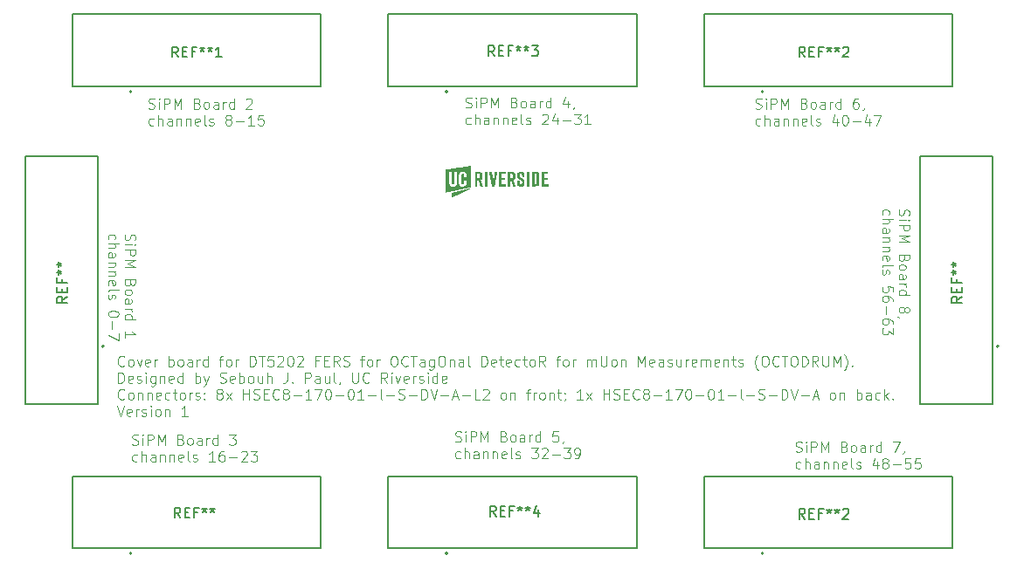
<source format=gbr>
%TF.GenerationSoftware,KiCad,Pcbnew,8.0.2-1*%
%TF.CreationDate,2025-02-24T13:25:59-05:00*%
%TF.ProjectId,ConcentratorBoardOctagon,436f6e63-656e-4747-9261-746f72426f61,rev?*%
%TF.SameCoordinates,Original*%
%TF.FileFunction,Legend,Top*%
%TF.FilePolarity,Positive*%
%FSLAX46Y46*%
G04 Gerber Fmt 4.6, Leading zero omitted, Abs format (unit mm)*
G04 Created by KiCad (PCBNEW 8.0.2-1) date 2025-02-24 13:25:59*
%MOMM*%
%LPD*%
G01*
G04 APERTURE LIST*
%ADD10C,0.100000*%
%ADD11C,0.150000*%
%ADD12C,0.200000*%
%ADD13C,0.000000*%
G04 APERTURE END LIST*
D10*
X127456265Y-116614856D02*
X127599122Y-116662475D01*
X127599122Y-116662475D02*
X127837217Y-116662475D01*
X127837217Y-116662475D02*
X127932455Y-116614856D01*
X127932455Y-116614856D02*
X127980074Y-116567236D01*
X127980074Y-116567236D02*
X128027693Y-116471998D01*
X128027693Y-116471998D02*
X128027693Y-116376760D01*
X128027693Y-116376760D02*
X127980074Y-116281522D01*
X127980074Y-116281522D02*
X127932455Y-116233903D01*
X127932455Y-116233903D02*
X127837217Y-116186284D01*
X127837217Y-116186284D02*
X127646741Y-116138665D01*
X127646741Y-116138665D02*
X127551503Y-116091046D01*
X127551503Y-116091046D02*
X127503884Y-116043427D01*
X127503884Y-116043427D02*
X127456265Y-115948189D01*
X127456265Y-115948189D02*
X127456265Y-115852951D01*
X127456265Y-115852951D02*
X127503884Y-115757713D01*
X127503884Y-115757713D02*
X127551503Y-115710094D01*
X127551503Y-115710094D02*
X127646741Y-115662475D01*
X127646741Y-115662475D02*
X127884836Y-115662475D01*
X127884836Y-115662475D02*
X128027693Y-115710094D01*
X128456265Y-116662475D02*
X128456265Y-115995808D01*
X128456265Y-115662475D02*
X128408646Y-115710094D01*
X128408646Y-115710094D02*
X128456265Y-115757713D01*
X128456265Y-115757713D02*
X128503884Y-115710094D01*
X128503884Y-115710094D02*
X128456265Y-115662475D01*
X128456265Y-115662475D02*
X128456265Y-115757713D01*
X128932455Y-116662475D02*
X128932455Y-115662475D01*
X128932455Y-115662475D02*
X129313407Y-115662475D01*
X129313407Y-115662475D02*
X129408645Y-115710094D01*
X129408645Y-115710094D02*
X129456264Y-115757713D01*
X129456264Y-115757713D02*
X129503883Y-115852951D01*
X129503883Y-115852951D02*
X129503883Y-115995808D01*
X129503883Y-115995808D02*
X129456264Y-116091046D01*
X129456264Y-116091046D02*
X129408645Y-116138665D01*
X129408645Y-116138665D02*
X129313407Y-116186284D01*
X129313407Y-116186284D02*
X128932455Y-116186284D01*
X129932455Y-116662475D02*
X129932455Y-115662475D01*
X129932455Y-115662475D02*
X130265788Y-116376760D01*
X130265788Y-116376760D02*
X130599121Y-115662475D01*
X130599121Y-115662475D02*
X130599121Y-116662475D01*
X132170550Y-116138665D02*
X132313407Y-116186284D01*
X132313407Y-116186284D02*
X132361026Y-116233903D01*
X132361026Y-116233903D02*
X132408645Y-116329141D01*
X132408645Y-116329141D02*
X132408645Y-116471998D01*
X132408645Y-116471998D02*
X132361026Y-116567236D01*
X132361026Y-116567236D02*
X132313407Y-116614856D01*
X132313407Y-116614856D02*
X132218169Y-116662475D01*
X132218169Y-116662475D02*
X131837217Y-116662475D01*
X131837217Y-116662475D02*
X131837217Y-115662475D01*
X131837217Y-115662475D02*
X132170550Y-115662475D01*
X132170550Y-115662475D02*
X132265788Y-115710094D01*
X132265788Y-115710094D02*
X132313407Y-115757713D01*
X132313407Y-115757713D02*
X132361026Y-115852951D01*
X132361026Y-115852951D02*
X132361026Y-115948189D01*
X132361026Y-115948189D02*
X132313407Y-116043427D01*
X132313407Y-116043427D02*
X132265788Y-116091046D01*
X132265788Y-116091046D02*
X132170550Y-116138665D01*
X132170550Y-116138665D02*
X131837217Y-116138665D01*
X132980074Y-116662475D02*
X132884836Y-116614856D01*
X132884836Y-116614856D02*
X132837217Y-116567236D01*
X132837217Y-116567236D02*
X132789598Y-116471998D01*
X132789598Y-116471998D02*
X132789598Y-116186284D01*
X132789598Y-116186284D02*
X132837217Y-116091046D01*
X132837217Y-116091046D02*
X132884836Y-116043427D01*
X132884836Y-116043427D02*
X132980074Y-115995808D01*
X132980074Y-115995808D02*
X133122931Y-115995808D01*
X133122931Y-115995808D02*
X133218169Y-116043427D01*
X133218169Y-116043427D02*
X133265788Y-116091046D01*
X133265788Y-116091046D02*
X133313407Y-116186284D01*
X133313407Y-116186284D02*
X133313407Y-116471998D01*
X133313407Y-116471998D02*
X133265788Y-116567236D01*
X133265788Y-116567236D02*
X133218169Y-116614856D01*
X133218169Y-116614856D02*
X133122931Y-116662475D01*
X133122931Y-116662475D02*
X132980074Y-116662475D01*
X134170550Y-116662475D02*
X134170550Y-116138665D01*
X134170550Y-116138665D02*
X134122931Y-116043427D01*
X134122931Y-116043427D02*
X134027693Y-115995808D01*
X134027693Y-115995808D02*
X133837217Y-115995808D01*
X133837217Y-115995808D02*
X133741979Y-116043427D01*
X134170550Y-116614856D02*
X134075312Y-116662475D01*
X134075312Y-116662475D02*
X133837217Y-116662475D01*
X133837217Y-116662475D02*
X133741979Y-116614856D01*
X133741979Y-116614856D02*
X133694360Y-116519617D01*
X133694360Y-116519617D02*
X133694360Y-116424379D01*
X133694360Y-116424379D02*
X133741979Y-116329141D01*
X133741979Y-116329141D02*
X133837217Y-116281522D01*
X133837217Y-116281522D02*
X134075312Y-116281522D01*
X134075312Y-116281522D02*
X134170550Y-116233903D01*
X134646741Y-116662475D02*
X134646741Y-115995808D01*
X134646741Y-116186284D02*
X134694360Y-116091046D01*
X134694360Y-116091046D02*
X134741979Y-116043427D01*
X134741979Y-116043427D02*
X134837217Y-115995808D01*
X134837217Y-115995808D02*
X134932455Y-115995808D01*
X135694360Y-116662475D02*
X135694360Y-115662475D01*
X135694360Y-116614856D02*
X135599122Y-116662475D01*
X135599122Y-116662475D02*
X135408646Y-116662475D01*
X135408646Y-116662475D02*
X135313408Y-116614856D01*
X135313408Y-116614856D02*
X135265789Y-116567236D01*
X135265789Y-116567236D02*
X135218170Y-116471998D01*
X135218170Y-116471998D02*
X135218170Y-116186284D01*
X135218170Y-116186284D02*
X135265789Y-116091046D01*
X135265789Y-116091046D02*
X135313408Y-116043427D01*
X135313408Y-116043427D02*
X135408646Y-115995808D01*
X135408646Y-115995808D02*
X135599122Y-115995808D01*
X135599122Y-115995808D02*
X135694360Y-116043427D01*
X136837218Y-115662475D02*
X137503884Y-115662475D01*
X137503884Y-115662475D02*
X137075313Y-116662475D01*
X137932456Y-116614856D02*
X137932456Y-116662475D01*
X137932456Y-116662475D02*
X137884837Y-116757713D01*
X137884837Y-116757713D02*
X137837218Y-116805332D01*
X127932455Y-118224800D02*
X127837217Y-118272419D01*
X127837217Y-118272419D02*
X127646741Y-118272419D01*
X127646741Y-118272419D02*
X127551503Y-118224800D01*
X127551503Y-118224800D02*
X127503884Y-118177180D01*
X127503884Y-118177180D02*
X127456265Y-118081942D01*
X127456265Y-118081942D02*
X127456265Y-117796228D01*
X127456265Y-117796228D02*
X127503884Y-117700990D01*
X127503884Y-117700990D02*
X127551503Y-117653371D01*
X127551503Y-117653371D02*
X127646741Y-117605752D01*
X127646741Y-117605752D02*
X127837217Y-117605752D01*
X127837217Y-117605752D02*
X127932455Y-117653371D01*
X128361027Y-118272419D02*
X128361027Y-117272419D01*
X128789598Y-118272419D02*
X128789598Y-117748609D01*
X128789598Y-117748609D02*
X128741979Y-117653371D01*
X128741979Y-117653371D02*
X128646741Y-117605752D01*
X128646741Y-117605752D02*
X128503884Y-117605752D01*
X128503884Y-117605752D02*
X128408646Y-117653371D01*
X128408646Y-117653371D02*
X128361027Y-117700990D01*
X129694360Y-118272419D02*
X129694360Y-117748609D01*
X129694360Y-117748609D02*
X129646741Y-117653371D01*
X129646741Y-117653371D02*
X129551503Y-117605752D01*
X129551503Y-117605752D02*
X129361027Y-117605752D01*
X129361027Y-117605752D02*
X129265789Y-117653371D01*
X129694360Y-118224800D02*
X129599122Y-118272419D01*
X129599122Y-118272419D02*
X129361027Y-118272419D01*
X129361027Y-118272419D02*
X129265789Y-118224800D01*
X129265789Y-118224800D02*
X129218170Y-118129561D01*
X129218170Y-118129561D02*
X129218170Y-118034323D01*
X129218170Y-118034323D02*
X129265789Y-117939085D01*
X129265789Y-117939085D02*
X129361027Y-117891466D01*
X129361027Y-117891466D02*
X129599122Y-117891466D01*
X129599122Y-117891466D02*
X129694360Y-117843847D01*
X130170551Y-117605752D02*
X130170551Y-118272419D01*
X130170551Y-117700990D02*
X130218170Y-117653371D01*
X130218170Y-117653371D02*
X130313408Y-117605752D01*
X130313408Y-117605752D02*
X130456265Y-117605752D01*
X130456265Y-117605752D02*
X130551503Y-117653371D01*
X130551503Y-117653371D02*
X130599122Y-117748609D01*
X130599122Y-117748609D02*
X130599122Y-118272419D01*
X131075313Y-117605752D02*
X131075313Y-118272419D01*
X131075313Y-117700990D02*
X131122932Y-117653371D01*
X131122932Y-117653371D02*
X131218170Y-117605752D01*
X131218170Y-117605752D02*
X131361027Y-117605752D01*
X131361027Y-117605752D02*
X131456265Y-117653371D01*
X131456265Y-117653371D02*
X131503884Y-117748609D01*
X131503884Y-117748609D02*
X131503884Y-118272419D01*
X132361027Y-118224800D02*
X132265789Y-118272419D01*
X132265789Y-118272419D02*
X132075313Y-118272419D01*
X132075313Y-118272419D02*
X131980075Y-118224800D01*
X131980075Y-118224800D02*
X131932456Y-118129561D01*
X131932456Y-118129561D02*
X131932456Y-117748609D01*
X131932456Y-117748609D02*
X131980075Y-117653371D01*
X131980075Y-117653371D02*
X132075313Y-117605752D01*
X132075313Y-117605752D02*
X132265789Y-117605752D01*
X132265789Y-117605752D02*
X132361027Y-117653371D01*
X132361027Y-117653371D02*
X132408646Y-117748609D01*
X132408646Y-117748609D02*
X132408646Y-117843847D01*
X132408646Y-117843847D02*
X131932456Y-117939085D01*
X132980075Y-118272419D02*
X132884837Y-118224800D01*
X132884837Y-118224800D02*
X132837218Y-118129561D01*
X132837218Y-118129561D02*
X132837218Y-117272419D01*
X133313409Y-118224800D02*
X133408647Y-118272419D01*
X133408647Y-118272419D02*
X133599123Y-118272419D01*
X133599123Y-118272419D02*
X133694361Y-118224800D01*
X133694361Y-118224800D02*
X133741980Y-118129561D01*
X133741980Y-118129561D02*
X133741980Y-118081942D01*
X133741980Y-118081942D02*
X133694361Y-117986704D01*
X133694361Y-117986704D02*
X133599123Y-117939085D01*
X133599123Y-117939085D02*
X133456266Y-117939085D01*
X133456266Y-117939085D02*
X133361028Y-117891466D01*
X133361028Y-117891466D02*
X133313409Y-117796228D01*
X133313409Y-117796228D02*
X133313409Y-117748609D01*
X133313409Y-117748609D02*
X133361028Y-117653371D01*
X133361028Y-117653371D02*
X133456266Y-117605752D01*
X133456266Y-117605752D02*
X133599123Y-117605752D01*
X133599123Y-117605752D02*
X133694361Y-117653371D01*
X135361028Y-117605752D02*
X135361028Y-118272419D01*
X135122933Y-117224800D02*
X134884838Y-117939085D01*
X134884838Y-117939085D02*
X135503885Y-117939085D01*
X136027695Y-117700990D02*
X135932457Y-117653371D01*
X135932457Y-117653371D02*
X135884838Y-117605752D01*
X135884838Y-117605752D02*
X135837219Y-117510514D01*
X135837219Y-117510514D02*
X135837219Y-117462895D01*
X135837219Y-117462895D02*
X135884838Y-117367657D01*
X135884838Y-117367657D02*
X135932457Y-117320038D01*
X135932457Y-117320038D02*
X136027695Y-117272419D01*
X136027695Y-117272419D02*
X136218171Y-117272419D01*
X136218171Y-117272419D02*
X136313409Y-117320038D01*
X136313409Y-117320038D02*
X136361028Y-117367657D01*
X136361028Y-117367657D02*
X136408647Y-117462895D01*
X136408647Y-117462895D02*
X136408647Y-117510514D01*
X136408647Y-117510514D02*
X136361028Y-117605752D01*
X136361028Y-117605752D02*
X136313409Y-117653371D01*
X136313409Y-117653371D02*
X136218171Y-117700990D01*
X136218171Y-117700990D02*
X136027695Y-117700990D01*
X136027695Y-117700990D02*
X135932457Y-117748609D01*
X135932457Y-117748609D02*
X135884838Y-117796228D01*
X135884838Y-117796228D02*
X135837219Y-117891466D01*
X135837219Y-117891466D02*
X135837219Y-118081942D01*
X135837219Y-118081942D02*
X135884838Y-118177180D01*
X135884838Y-118177180D02*
X135932457Y-118224800D01*
X135932457Y-118224800D02*
X136027695Y-118272419D01*
X136027695Y-118272419D02*
X136218171Y-118272419D01*
X136218171Y-118272419D02*
X136313409Y-118224800D01*
X136313409Y-118224800D02*
X136361028Y-118177180D01*
X136361028Y-118177180D02*
X136408647Y-118081942D01*
X136408647Y-118081942D02*
X136408647Y-117891466D01*
X136408647Y-117891466D02*
X136361028Y-117796228D01*
X136361028Y-117796228D02*
X136313409Y-117748609D01*
X136313409Y-117748609D02*
X136218171Y-117700990D01*
X136837219Y-117891466D02*
X137599124Y-117891466D01*
X138551504Y-117272419D02*
X138075314Y-117272419D01*
X138075314Y-117272419D02*
X138027695Y-117748609D01*
X138027695Y-117748609D02*
X138075314Y-117700990D01*
X138075314Y-117700990D02*
X138170552Y-117653371D01*
X138170552Y-117653371D02*
X138408647Y-117653371D01*
X138408647Y-117653371D02*
X138503885Y-117700990D01*
X138503885Y-117700990D02*
X138551504Y-117748609D01*
X138551504Y-117748609D02*
X138599123Y-117843847D01*
X138599123Y-117843847D02*
X138599123Y-118081942D01*
X138599123Y-118081942D02*
X138551504Y-118177180D01*
X138551504Y-118177180D02*
X138503885Y-118224800D01*
X138503885Y-118224800D02*
X138408647Y-118272419D01*
X138408647Y-118272419D02*
X138170552Y-118272419D01*
X138170552Y-118272419D02*
X138075314Y-118224800D01*
X138075314Y-118224800D02*
X138027695Y-118177180D01*
X139503885Y-117272419D02*
X139027695Y-117272419D01*
X139027695Y-117272419D02*
X138980076Y-117748609D01*
X138980076Y-117748609D02*
X139027695Y-117700990D01*
X139027695Y-117700990D02*
X139122933Y-117653371D01*
X139122933Y-117653371D02*
X139361028Y-117653371D01*
X139361028Y-117653371D02*
X139456266Y-117700990D01*
X139456266Y-117700990D02*
X139503885Y-117748609D01*
X139503885Y-117748609D02*
X139551504Y-117843847D01*
X139551504Y-117843847D02*
X139551504Y-118081942D01*
X139551504Y-118081942D02*
X139503885Y-118177180D01*
X139503885Y-118177180D02*
X139456266Y-118224800D01*
X139456266Y-118224800D02*
X139361028Y-118272419D01*
X139361028Y-118272419D02*
X139122933Y-118272419D01*
X139122933Y-118272419D02*
X139027695Y-118224800D01*
X139027695Y-118224800D02*
X138980076Y-118177180D01*
X137485144Y-93156265D02*
X137437524Y-93299122D01*
X137437524Y-93299122D02*
X137437524Y-93537217D01*
X137437524Y-93537217D02*
X137485144Y-93632455D01*
X137485144Y-93632455D02*
X137532763Y-93680074D01*
X137532763Y-93680074D02*
X137628001Y-93727693D01*
X137628001Y-93727693D02*
X137723239Y-93727693D01*
X137723239Y-93727693D02*
X137818477Y-93680074D01*
X137818477Y-93680074D02*
X137866096Y-93632455D01*
X137866096Y-93632455D02*
X137913715Y-93537217D01*
X137913715Y-93537217D02*
X137961334Y-93346741D01*
X137961334Y-93346741D02*
X138008953Y-93251503D01*
X138008953Y-93251503D02*
X138056572Y-93203884D01*
X138056572Y-93203884D02*
X138151810Y-93156265D01*
X138151810Y-93156265D02*
X138247048Y-93156265D01*
X138247048Y-93156265D02*
X138342286Y-93203884D01*
X138342286Y-93203884D02*
X138389905Y-93251503D01*
X138389905Y-93251503D02*
X138437524Y-93346741D01*
X138437524Y-93346741D02*
X138437524Y-93584836D01*
X138437524Y-93584836D02*
X138389905Y-93727693D01*
X137437524Y-94156265D02*
X138104191Y-94156265D01*
X138437524Y-94156265D02*
X138389905Y-94108646D01*
X138389905Y-94108646D02*
X138342286Y-94156265D01*
X138342286Y-94156265D02*
X138389905Y-94203884D01*
X138389905Y-94203884D02*
X138437524Y-94156265D01*
X138437524Y-94156265D02*
X138342286Y-94156265D01*
X137437524Y-94632455D02*
X138437524Y-94632455D01*
X138437524Y-94632455D02*
X138437524Y-95013407D01*
X138437524Y-95013407D02*
X138389905Y-95108645D01*
X138389905Y-95108645D02*
X138342286Y-95156264D01*
X138342286Y-95156264D02*
X138247048Y-95203883D01*
X138247048Y-95203883D02*
X138104191Y-95203883D01*
X138104191Y-95203883D02*
X138008953Y-95156264D01*
X138008953Y-95156264D02*
X137961334Y-95108645D01*
X137961334Y-95108645D02*
X137913715Y-95013407D01*
X137913715Y-95013407D02*
X137913715Y-94632455D01*
X137437524Y-95632455D02*
X138437524Y-95632455D01*
X138437524Y-95632455D02*
X137723239Y-95965788D01*
X137723239Y-95965788D02*
X138437524Y-96299121D01*
X138437524Y-96299121D02*
X137437524Y-96299121D01*
X137961334Y-97870550D02*
X137913715Y-98013407D01*
X137913715Y-98013407D02*
X137866096Y-98061026D01*
X137866096Y-98061026D02*
X137770858Y-98108645D01*
X137770858Y-98108645D02*
X137628001Y-98108645D01*
X137628001Y-98108645D02*
X137532763Y-98061026D01*
X137532763Y-98061026D02*
X137485144Y-98013407D01*
X137485144Y-98013407D02*
X137437524Y-97918169D01*
X137437524Y-97918169D02*
X137437524Y-97537217D01*
X137437524Y-97537217D02*
X138437524Y-97537217D01*
X138437524Y-97537217D02*
X138437524Y-97870550D01*
X138437524Y-97870550D02*
X138389905Y-97965788D01*
X138389905Y-97965788D02*
X138342286Y-98013407D01*
X138342286Y-98013407D02*
X138247048Y-98061026D01*
X138247048Y-98061026D02*
X138151810Y-98061026D01*
X138151810Y-98061026D02*
X138056572Y-98013407D01*
X138056572Y-98013407D02*
X138008953Y-97965788D01*
X138008953Y-97965788D02*
X137961334Y-97870550D01*
X137961334Y-97870550D02*
X137961334Y-97537217D01*
X137437524Y-98680074D02*
X137485144Y-98584836D01*
X137485144Y-98584836D02*
X137532763Y-98537217D01*
X137532763Y-98537217D02*
X137628001Y-98489598D01*
X137628001Y-98489598D02*
X137913715Y-98489598D01*
X137913715Y-98489598D02*
X138008953Y-98537217D01*
X138008953Y-98537217D02*
X138056572Y-98584836D01*
X138056572Y-98584836D02*
X138104191Y-98680074D01*
X138104191Y-98680074D02*
X138104191Y-98822931D01*
X138104191Y-98822931D02*
X138056572Y-98918169D01*
X138056572Y-98918169D02*
X138008953Y-98965788D01*
X138008953Y-98965788D02*
X137913715Y-99013407D01*
X137913715Y-99013407D02*
X137628001Y-99013407D01*
X137628001Y-99013407D02*
X137532763Y-98965788D01*
X137532763Y-98965788D02*
X137485144Y-98918169D01*
X137485144Y-98918169D02*
X137437524Y-98822931D01*
X137437524Y-98822931D02*
X137437524Y-98680074D01*
X137437524Y-99870550D02*
X137961334Y-99870550D01*
X137961334Y-99870550D02*
X138056572Y-99822931D01*
X138056572Y-99822931D02*
X138104191Y-99727693D01*
X138104191Y-99727693D02*
X138104191Y-99537217D01*
X138104191Y-99537217D02*
X138056572Y-99441979D01*
X137485144Y-99870550D02*
X137437524Y-99775312D01*
X137437524Y-99775312D02*
X137437524Y-99537217D01*
X137437524Y-99537217D02*
X137485144Y-99441979D01*
X137485144Y-99441979D02*
X137580382Y-99394360D01*
X137580382Y-99394360D02*
X137675620Y-99394360D01*
X137675620Y-99394360D02*
X137770858Y-99441979D01*
X137770858Y-99441979D02*
X137818477Y-99537217D01*
X137818477Y-99537217D02*
X137818477Y-99775312D01*
X137818477Y-99775312D02*
X137866096Y-99870550D01*
X137437524Y-100346741D02*
X138104191Y-100346741D01*
X137913715Y-100346741D02*
X138008953Y-100394360D01*
X138008953Y-100394360D02*
X138056572Y-100441979D01*
X138056572Y-100441979D02*
X138104191Y-100537217D01*
X138104191Y-100537217D02*
X138104191Y-100632455D01*
X137437524Y-101394360D02*
X138437524Y-101394360D01*
X137485144Y-101394360D02*
X137437524Y-101299122D01*
X137437524Y-101299122D02*
X137437524Y-101108646D01*
X137437524Y-101108646D02*
X137485144Y-101013408D01*
X137485144Y-101013408D02*
X137532763Y-100965789D01*
X137532763Y-100965789D02*
X137628001Y-100918170D01*
X137628001Y-100918170D02*
X137913715Y-100918170D01*
X137913715Y-100918170D02*
X138008953Y-100965789D01*
X138008953Y-100965789D02*
X138056572Y-101013408D01*
X138056572Y-101013408D02*
X138104191Y-101108646D01*
X138104191Y-101108646D02*
X138104191Y-101299122D01*
X138104191Y-101299122D02*
X138056572Y-101394360D01*
X138008953Y-102775313D02*
X138056572Y-102680075D01*
X138056572Y-102680075D02*
X138104191Y-102632456D01*
X138104191Y-102632456D02*
X138199429Y-102584837D01*
X138199429Y-102584837D02*
X138247048Y-102584837D01*
X138247048Y-102584837D02*
X138342286Y-102632456D01*
X138342286Y-102632456D02*
X138389905Y-102680075D01*
X138389905Y-102680075D02*
X138437524Y-102775313D01*
X138437524Y-102775313D02*
X138437524Y-102965789D01*
X138437524Y-102965789D02*
X138389905Y-103061027D01*
X138389905Y-103061027D02*
X138342286Y-103108646D01*
X138342286Y-103108646D02*
X138247048Y-103156265D01*
X138247048Y-103156265D02*
X138199429Y-103156265D01*
X138199429Y-103156265D02*
X138104191Y-103108646D01*
X138104191Y-103108646D02*
X138056572Y-103061027D01*
X138056572Y-103061027D02*
X138008953Y-102965789D01*
X138008953Y-102965789D02*
X138008953Y-102775313D01*
X138008953Y-102775313D02*
X137961334Y-102680075D01*
X137961334Y-102680075D02*
X137913715Y-102632456D01*
X137913715Y-102632456D02*
X137818477Y-102584837D01*
X137818477Y-102584837D02*
X137628001Y-102584837D01*
X137628001Y-102584837D02*
X137532763Y-102632456D01*
X137532763Y-102632456D02*
X137485144Y-102680075D01*
X137485144Y-102680075D02*
X137437524Y-102775313D01*
X137437524Y-102775313D02*
X137437524Y-102965789D01*
X137437524Y-102965789D02*
X137485144Y-103061027D01*
X137485144Y-103061027D02*
X137532763Y-103108646D01*
X137532763Y-103108646D02*
X137628001Y-103156265D01*
X137628001Y-103156265D02*
X137818477Y-103156265D01*
X137818477Y-103156265D02*
X137913715Y-103108646D01*
X137913715Y-103108646D02*
X137961334Y-103061027D01*
X137961334Y-103061027D02*
X138008953Y-102965789D01*
X137485144Y-103632456D02*
X137437524Y-103632456D01*
X137437524Y-103632456D02*
X137342286Y-103584837D01*
X137342286Y-103584837D02*
X137294667Y-103537218D01*
X135875200Y-93632455D02*
X135827580Y-93537217D01*
X135827580Y-93537217D02*
X135827580Y-93346741D01*
X135827580Y-93346741D02*
X135875200Y-93251503D01*
X135875200Y-93251503D02*
X135922819Y-93203884D01*
X135922819Y-93203884D02*
X136018057Y-93156265D01*
X136018057Y-93156265D02*
X136303771Y-93156265D01*
X136303771Y-93156265D02*
X136399009Y-93203884D01*
X136399009Y-93203884D02*
X136446628Y-93251503D01*
X136446628Y-93251503D02*
X136494247Y-93346741D01*
X136494247Y-93346741D02*
X136494247Y-93537217D01*
X136494247Y-93537217D02*
X136446628Y-93632455D01*
X135827580Y-94061027D02*
X136827580Y-94061027D01*
X135827580Y-94489598D02*
X136351390Y-94489598D01*
X136351390Y-94489598D02*
X136446628Y-94441979D01*
X136446628Y-94441979D02*
X136494247Y-94346741D01*
X136494247Y-94346741D02*
X136494247Y-94203884D01*
X136494247Y-94203884D02*
X136446628Y-94108646D01*
X136446628Y-94108646D02*
X136399009Y-94061027D01*
X135827580Y-95394360D02*
X136351390Y-95394360D01*
X136351390Y-95394360D02*
X136446628Y-95346741D01*
X136446628Y-95346741D02*
X136494247Y-95251503D01*
X136494247Y-95251503D02*
X136494247Y-95061027D01*
X136494247Y-95061027D02*
X136446628Y-94965789D01*
X135875200Y-95394360D02*
X135827580Y-95299122D01*
X135827580Y-95299122D02*
X135827580Y-95061027D01*
X135827580Y-95061027D02*
X135875200Y-94965789D01*
X135875200Y-94965789D02*
X135970438Y-94918170D01*
X135970438Y-94918170D02*
X136065676Y-94918170D01*
X136065676Y-94918170D02*
X136160914Y-94965789D01*
X136160914Y-94965789D02*
X136208533Y-95061027D01*
X136208533Y-95061027D02*
X136208533Y-95299122D01*
X136208533Y-95299122D02*
X136256152Y-95394360D01*
X136494247Y-95870551D02*
X135827580Y-95870551D01*
X136399009Y-95870551D02*
X136446628Y-95918170D01*
X136446628Y-95918170D02*
X136494247Y-96013408D01*
X136494247Y-96013408D02*
X136494247Y-96156265D01*
X136494247Y-96156265D02*
X136446628Y-96251503D01*
X136446628Y-96251503D02*
X136351390Y-96299122D01*
X136351390Y-96299122D02*
X135827580Y-96299122D01*
X136494247Y-96775313D02*
X135827580Y-96775313D01*
X136399009Y-96775313D02*
X136446628Y-96822932D01*
X136446628Y-96822932D02*
X136494247Y-96918170D01*
X136494247Y-96918170D02*
X136494247Y-97061027D01*
X136494247Y-97061027D02*
X136446628Y-97156265D01*
X136446628Y-97156265D02*
X136351390Y-97203884D01*
X136351390Y-97203884D02*
X135827580Y-97203884D01*
X135875200Y-98061027D02*
X135827580Y-97965789D01*
X135827580Y-97965789D02*
X135827580Y-97775313D01*
X135827580Y-97775313D02*
X135875200Y-97680075D01*
X135875200Y-97680075D02*
X135970438Y-97632456D01*
X135970438Y-97632456D02*
X136351390Y-97632456D01*
X136351390Y-97632456D02*
X136446628Y-97680075D01*
X136446628Y-97680075D02*
X136494247Y-97775313D01*
X136494247Y-97775313D02*
X136494247Y-97965789D01*
X136494247Y-97965789D02*
X136446628Y-98061027D01*
X136446628Y-98061027D02*
X136351390Y-98108646D01*
X136351390Y-98108646D02*
X136256152Y-98108646D01*
X136256152Y-98108646D02*
X136160914Y-97632456D01*
X135827580Y-98680075D02*
X135875200Y-98584837D01*
X135875200Y-98584837D02*
X135970438Y-98537218D01*
X135970438Y-98537218D02*
X136827580Y-98537218D01*
X135875200Y-99013409D02*
X135827580Y-99108647D01*
X135827580Y-99108647D02*
X135827580Y-99299123D01*
X135827580Y-99299123D02*
X135875200Y-99394361D01*
X135875200Y-99394361D02*
X135970438Y-99441980D01*
X135970438Y-99441980D02*
X136018057Y-99441980D01*
X136018057Y-99441980D02*
X136113295Y-99394361D01*
X136113295Y-99394361D02*
X136160914Y-99299123D01*
X136160914Y-99299123D02*
X136160914Y-99156266D01*
X136160914Y-99156266D02*
X136208533Y-99061028D01*
X136208533Y-99061028D02*
X136303771Y-99013409D01*
X136303771Y-99013409D02*
X136351390Y-99013409D01*
X136351390Y-99013409D02*
X136446628Y-99061028D01*
X136446628Y-99061028D02*
X136494247Y-99156266D01*
X136494247Y-99156266D02*
X136494247Y-99299123D01*
X136494247Y-99299123D02*
X136446628Y-99394361D01*
X136827580Y-101108647D02*
X136827580Y-100632457D01*
X136827580Y-100632457D02*
X136351390Y-100584838D01*
X136351390Y-100584838D02*
X136399009Y-100632457D01*
X136399009Y-100632457D02*
X136446628Y-100727695D01*
X136446628Y-100727695D02*
X136446628Y-100965790D01*
X136446628Y-100965790D02*
X136399009Y-101061028D01*
X136399009Y-101061028D02*
X136351390Y-101108647D01*
X136351390Y-101108647D02*
X136256152Y-101156266D01*
X136256152Y-101156266D02*
X136018057Y-101156266D01*
X136018057Y-101156266D02*
X135922819Y-101108647D01*
X135922819Y-101108647D02*
X135875200Y-101061028D01*
X135875200Y-101061028D02*
X135827580Y-100965790D01*
X135827580Y-100965790D02*
X135827580Y-100727695D01*
X135827580Y-100727695D02*
X135875200Y-100632457D01*
X135875200Y-100632457D02*
X135922819Y-100584838D01*
X136827580Y-102013409D02*
X136827580Y-101822933D01*
X136827580Y-101822933D02*
X136779961Y-101727695D01*
X136779961Y-101727695D02*
X136732342Y-101680076D01*
X136732342Y-101680076D02*
X136589485Y-101584838D01*
X136589485Y-101584838D02*
X136399009Y-101537219D01*
X136399009Y-101537219D02*
X136018057Y-101537219D01*
X136018057Y-101537219D02*
X135922819Y-101584838D01*
X135922819Y-101584838D02*
X135875200Y-101632457D01*
X135875200Y-101632457D02*
X135827580Y-101727695D01*
X135827580Y-101727695D02*
X135827580Y-101918171D01*
X135827580Y-101918171D02*
X135875200Y-102013409D01*
X135875200Y-102013409D02*
X135922819Y-102061028D01*
X135922819Y-102061028D02*
X136018057Y-102108647D01*
X136018057Y-102108647D02*
X136256152Y-102108647D01*
X136256152Y-102108647D02*
X136351390Y-102061028D01*
X136351390Y-102061028D02*
X136399009Y-102013409D01*
X136399009Y-102013409D02*
X136446628Y-101918171D01*
X136446628Y-101918171D02*
X136446628Y-101727695D01*
X136446628Y-101727695D02*
X136399009Y-101632457D01*
X136399009Y-101632457D02*
X136351390Y-101584838D01*
X136351390Y-101584838D02*
X136256152Y-101537219D01*
X136208533Y-102537219D02*
X136208533Y-103299124D01*
X136827580Y-104203885D02*
X136827580Y-104013409D01*
X136827580Y-104013409D02*
X136779961Y-103918171D01*
X136779961Y-103918171D02*
X136732342Y-103870552D01*
X136732342Y-103870552D02*
X136589485Y-103775314D01*
X136589485Y-103775314D02*
X136399009Y-103727695D01*
X136399009Y-103727695D02*
X136018057Y-103727695D01*
X136018057Y-103727695D02*
X135922819Y-103775314D01*
X135922819Y-103775314D02*
X135875200Y-103822933D01*
X135875200Y-103822933D02*
X135827580Y-103918171D01*
X135827580Y-103918171D02*
X135827580Y-104108647D01*
X135827580Y-104108647D02*
X135875200Y-104203885D01*
X135875200Y-104203885D02*
X135922819Y-104251504D01*
X135922819Y-104251504D02*
X136018057Y-104299123D01*
X136018057Y-104299123D02*
X136256152Y-104299123D01*
X136256152Y-104299123D02*
X136351390Y-104251504D01*
X136351390Y-104251504D02*
X136399009Y-104203885D01*
X136399009Y-104203885D02*
X136446628Y-104108647D01*
X136446628Y-104108647D02*
X136446628Y-103918171D01*
X136446628Y-103918171D02*
X136399009Y-103822933D01*
X136399009Y-103822933D02*
X136351390Y-103775314D01*
X136351390Y-103775314D02*
X136256152Y-103727695D01*
X136827580Y-104632457D02*
X136827580Y-105251504D01*
X136827580Y-105251504D02*
X136446628Y-104918171D01*
X136446628Y-104918171D02*
X136446628Y-105061028D01*
X136446628Y-105061028D02*
X136399009Y-105156266D01*
X136399009Y-105156266D02*
X136351390Y-105203885D01*
X136351390Y-105203885D02*
X136256152Y-105251504D01*
X136256152Y-105251504D02*
X136018057Y-105251504D01*
X136018057Y-105251504D02*
X135922819Y-105203885D01*
X135922819Y-105203885D02*
X135875200Y-105156266D01*
X135875200Y-105156266D02*
X135827580Y-105061028D01*
X135827580Y-105061028D02*
X135827580Y-104775314D01*
X135827580Y-104775314D02*
X135875200Y-104680076D01*
X135875200Y-104680076D02*
X135922819Y-104632457D01*
X64756265Y-83314856D02*
X64899122Y-83362475D01*
X64899122Y-83362475D02*
X65137217Y-83362475D01*
X65137217Y-83362475D02*
X65232455Y-83314856D01*
X65232455Y-83314856D02*
X65280074Y-83267236D01*
X65280074Y-83267236D02*
X65327693Y-83171998D01*
X65327693Y-83171998D02*
X65327693Y-83076760D01*
X65327693Y-83076760D02*
X65280074Y-82981522D01*
X65280074Y-82981522D02*
X65232455Y-82933903D01*
X65232455Y-82933903D02*
X65137217Y-82886284D01*
X65137217Y-82886284D02*
X64946741Y-82838665D01*
X64946741Y-82838665D02*
X64851503Y-82791046D01*
X64851503Y-82791046D02*
X64803884Y-82743427D01*
X64803884Y-82743427D02*
X64756265Y-82648189D01*
X64756265Y-82648189D02*
X64756265Y-82552951D01*
X64756265Y-82552951D02*
X64803884Y-82457713D01*
X64803884Y-82457713D02*
X64851503Y-82410094D01*
X64851503Y-82410094D02*
X64946741Y-82362475D01*
X64946741Y-82362475D02*
X65184836Y-82362475D01*
X65184836Y-82362475D02*
X65327693Y-82410094D01*
X65756265Y-83362475D02*
X65756265Y-82695808D01*
X65756265Y-82362475D02*
X65708646Y-82410094D01*
X65708646Y-82410094D02*
X65756265Y-82457713D01*
X65756265Y-82457713D02*
X65803884Y-82410094D01*
X65803884Y-82410094D02*
X65756265Y-82362475D01*
X65756265Y-82362475D02*
X65756265Y-82457713D01*
X66232455Y-83362475D02*
X66232455Y-82362475D01*
X66232455Y-82362475D02*
X66613407Y-82362475D01*
X66613407Y-82362475D02*
X66708645Y-82410094D01*
X66708645Y-82410094D02*
X66756264Y-82457713D01*
X66756264Y-82457713D02*
X66803883Y-82552951D01*
X66803883Y-82552951D02*
X66803883Y-82695808D01*
X66803883Y-82695808D02*
X66756264Y-82791046D01*
X66756264Y-82791046D02*
X66708645Y-82838665D01*
X66708645Y-82838665D02*
X66613407Y-82886284D01*
X66613407Y-82886284D02*
X66232455Y-82886284D01*
X67232455Y-83362475D02*
X67232455Y-82362475D01*
X67232455Y-82362475D02*
X67565788Y-83076760D01*
X67565788Y-83076760D02*
X67899121Y-82362475D01*
X67899121Y-82362475D02*
X67899121Y-83362475D01*
X69470550Y-82838665D02*
X69613407Y-82886284D01*
X69613407Y-82886284D02*
X69661026Y-82933903D01*
X69661026Y-82933903D02*
X69708645Y-83029141D01*
X69708645Y-83029141D02*
X69708645Y-83171998D01*
X69708645Y-83171998D02*
X69661026Y-83267236D01*
X69661026Y-83267236D02*
X69613407Y-83314856D01*
X69613407Y-83314856D02*
X69518169Y-83362475D01*
X69518169Y-83362475D02*
X69137217Y-83362475D01*
X69137217Y-83362475D02*
X69137217Y-82362475D01*
X69137217Y-82362475D02*
X69470550Y-82362475D01*
X69470550Y-82362475D02*
X69565788Y-82410094D01*
X69565788Y-82410094D02*
X69613407Y-82457713D01*
X69613407Y-82457713D02*
X69661026Y-82552951D01*
X69661026Y-82552951D02*
X69661026Y-82648189D01*
X69661026Y-82648189D02*
X69613407Y-82743427D01*
X69613407Y-82743427D02*
X69565788Y-82791046D01*
X69565788Y-82791046D02*
X69470550Y-82838665D01*
X69470550Y-82838665D02*
X69137217Y-82838665D01*
X70280074Y-83362475D02*
X70184836Y-83314856D01*
X70184836Y-83314856D02*
X70137217Y-83267236D01*
X70137217Y-83267236D02*
X70089598Y-83171998D01*
X70089598Y-83171998D02*
X70089598Y-82886284D01*
X70089598Y-82886284D02*
X70137217Y-82791046D01*
X70137217Y-82791046D02*
X70184836Y-82743427D01*
X70184836Y-82743427D02*
X70280074Y-82695808D01*
X70280074Y-82695808D02*
X70422931Y-82695808D01*
X70422931Y-82695808D02*
X70518169Y-82743427D01*
X70518169Y-82743427D02*
X70565788Y-82791046D01*
X70565788Y-82791046D02*
X70613407Y-82886284D01*
X70613407Y-82886284D02*
X70613407Y-83171998D01*
X70613407Y-83171998D02*
X70565788Y-83267236D01*
X70565788Y-83267236D02*
X70518169Y-83314856D01*
X70518169Y-83314856D02*
X70422931Y-83362475D01*
X70422931Y-83362475D02*
X70280074Y-83362475D01*
X71470550Y-83362475D02*
X71470550Y-82838665D01*
X71470550Y-82838665D02*
X71422931Y-82743427D01*
X71422931Y-82743427D02*
X71327693Y-82695808D01*
X71327693Y-82695808D02*
X71137217Y-82695808D01*
X71137217Y-82695808D02*
X71041979Y-82743427D01*
X71470550Y-83314856D02*
X71375312Y-83362475D01*
X71375312Y-83362475D02*
X71137217Y-83362475D01*
X71137217Y-83362475D02*
X71041979Y-83314856D01*
X71041979Y-83314856D02*
X70994360Y-83219617D01*
X70994360Y-83219617D02*
X70994360Y-83124379D01*
X70994360Y-83124379D02*
X71041979Y-83029141D01*
X71041979Y-83029141D02*
X71137217Y-82981522D01*
X71137217Y-82981522D02*
X71375312Y-82981522D01*
X71375312Y-82981522D02*
X71470550Y-82933903D01*
X71946741Y-83362475D02*
X71946741Y-82695808D01*
X71946741Y-82886284D02*
X71994360Y-82791046D01*
X71994360Y-82791046D02*
X72041979Y-82743427D01*
X72041979Y-82743427D02*
X72137217Y-82695808D01*
X72137217Y-82695808D02*
X72232455Y-82695808D01*
X72994360Y-83362475D02*
X72994360Y-82362475D01*
X72994360Y-83314856D02*
X72899122Y-83362475D01*
X72899122Y-83362475D02*
X72708646Y-83362475D01*
X72708646Y-83362475D02*
X72613408Y-83314856D01*
X72613408Y-83314856D02*
X72565789Y-83267236D01*
X72565789Y-83267236D02*
X72518170Y-83171998D01*
X72518170Y-83171998D02*
X72518170Y-82886284D01*
X72518170Y-82886284D02*
X72565789Y-82791046D01*
X72565789Y-82791046D02*
X72613408Y-82743427D01*
X72613408Y-82743427D02*
X72708646Y-82695808D01*
X72708646Y-82695808D02*
X72899122Y-82695808D01*
X72899122Y-82695808D02*
X72994360Y-82743427D01*
X74184837Y-82457713D02*
X74232456Y-82410094D01*
X74232456Y-82410094D02*
X74327694Y-82362475D01*
X74327694Y-82362475D02*
X74565789Y-82362475D01*
X74565789Y-82362475D02*
X74661027Y-82410094D01*
X74661027Y-82410094D02*
X74708646Y-82457713D01*
X74708646Y-82457713D02*
X74756265Y-82552951D01*
X74756265Y-82552951D02*
X74756265Y-82648189D01*
X74756265Y-82648189D02*
X74708646Y-82791046D01*
X74708646Y-82791046D02*
X74137218Y-83362475D01*
X74137218Y-83362475D02*
X74756265Y-83362475D01*
X65232455Y-84924800D02*
X65137217Y-84972419D01*
X65137217Y-84972419D02*
X64946741Y-84972419D01*
X64946741Y-84972419D02*
X64851503Y-84924800D01*
X64851503Y-84924800D02*
X64803884Y-84877180D01*
X64803884Y-84877180D02*
X64756265Y-84781942D01*
X64756265Y-84781942D02*
X64756265Y-84496228D01*
X64756265Y-84496228D02*
X64803884Y-84400990D01*
X64803884Y-84400990D02*
X64851503Y-84353371D01*
X64851503Y-84353371D02*
X64946741Y-84305752D01*
X64946741Y-84305752D02*
X65137217Y-84305752D01*
X65137217Y-84305752D02*
X65232455Y-84353371D01*
X65661027Y-84972419D02*
X65661027Y-83972419D01*
X66089598Y-84972419D02*
X66089598Y-84448609D01*
X66089598Y-84448609D02*
X66041979Y-84353371D01*
X66041979Y-84353371D02*
X65946741Y-84305752D01*
X65946741Y-84305752D02*
X65803884Y-84305752D01*
X65803884Y-84305752D02*
X65708646Y-84353371D01*
X65708646Y-84353371D02*
X65661027Y-84400990D01*
X66994360Y-84972419D02*
X66994360Y-84448609D01*
X66994360Y-84448609D02*
X66946741Y-84353371D01*
X66946741Y-84353371D02*
X66851503Y-84305752D01*
X66851503Y-84305752D02*
X66661027Y-84305752D01*
X66661027Y-84305752D02*
X66565789Y-84353371D01*
X66994360Y-84924800D02*
X66899122Y-84972419D01*
X66899122Y-84972419D02*
X66661027Y-84972419D01*
X66661027Y-84972419D02*
X66565789Y-84924800D01*
X66565789Y-84924800D02*
X66518170Y-84829561D01*
X66518170Y-84829561D02*
X66518170Y-84734323D01*
X66518170Y-84734323D02*
X66565789Y-84639085D01*
X66565789Y-84639085D02*
X66661027Y-84591466D01*
X66661027Y-84591466D02*
X66899122Y-84591466D01*
X66899122Y-84591466D02*
X66994360Y-84543847D01*
X67470551Y-84305752D02*
X67470551Y-84972419D01*
X67470551Y-84400990D02*
X67518170Y-84353371D01*
X67518170Y-84353371D02*
X67613408Y-84305752D01*
X67613408Y-84305752D02*
X67756265Y-84305752D01*
X67756265Y-84305752D02*
X67851503Y-84353371D01*
X67851503Y-84353371D02*
X67899122Y-84448609D01*
X67899122Y-84448609D02*
X67899122Y-84972419D01*
X68375313Y-84305752D02*
X68375313Y-84972419D01*
X68375313Y-84400990D02*
X68422932Y-84353371D01*
X68422932Y-84353371D02*
X68518170Y-84305752D01*
X68518170Y-84305752D02*
X68661027Y-84305752D01*
X68661027Y-84305752D02*
X68756265Y-84353371D01*
X68756265Y-84353371D02*
X68803884Y-84448609D01*
X68803884Y-84448609D02*
X68803884Y-84972419D01*
X69661027Y-84924800D02*
X69565789Y-84972419D01*
X69565789Y-84972419D02*
X69375313Y-84972419D01*
X69375313Y-84972419D02*
X69280075Y-84924800D01*
X69280075Y-84924800D02*
X69232456Y-84829561D01*
X69232456Y-84829561D02*
X69232456Y-84448609D01*
X69232456Y-84448609D02*
X69280075Y-84353371D01*
X69280075Y-84353371D02*
X69375313Y-84305752D01*
X69375313Y-84305752D02*
X69565789Y-84305752D01*
X69565789Y-84305752D02*
X69661027Y-84353371D01*
X69661027Y-84353371D02*
X69708646Y-84448609D01*
X69708646Y-84448609D02*
X69708646Y-84543847D01*
X69708646Y-84543847D02*
X69232456Y-84639085D01*
X70280075Y-84972419D02*
X70184837Y-84924800D01*
X70184837Y-84924800D02*
X70137218Y-84829561D01*
X70137218Y-84829561D02*
X70137218Y-83972419D01*
X70613409Y-84924800D02*
X70708647Y-84972419D01*
X70708647Y-84972419D02*
X70899123Y-84972419D01*
X70899123Y-84972419D02*
X70994361Y-84924800D01*
X70994361Y-84924800D02*
X71041980Y-84829561D01*
X71041980Y-84829561D02*
X71041980Y-84781942D01*
X71041980Y-84781942D02*
X70994361Y-84686704D01*
X70994361Y-84686704D02*
X70899123Y-84639085D01*
X70899123Y-84639085D02*
X70756266Y-84639085D01*
X70756266Y-84639085D02*
X70661028Y-84591466D01*
X70661028Y-84591466D02*
X70613409Y-84496228D01*
X70613409Y-84496228D02*
X70613409Y-84448609D01*
X70613409Y-84448609D02*
X70661028Y-84353371D01*
X70661028Y-84353371D02*
X70756266Y-84305752D01*
X70756266Y-84305752D02*
X70899123Y-84305752D01*
X70899123Y-84305752D02*
X70994361Y-84353371D01*
X72375314Y-84400990D02*
X72280076Y-84353371D01*
X72280076Y-84353371D02*
X72232457Y-84305752D01*
X72232457Y-84305752D02*
X72184838Y-84210514D01*
X72184838Y-84210514D02*
X72184838Y-84162895D01*
X72184838Y-84162895D02*
X72232457Y-84067657D01*
X72232457Y-84067657D02*
X72280076Y-84020038D01*
X72280076Y-84020038D02*
X72375314Y-83972419D01*
X72375314Y-83972419D02*
X72565790Y-83972419D01*
X72565790Y-83972419D02*
X72661028Y-84020038D01*
X72661028Y-84020038D02*
X72708647Y-84067657D01*
X72708647Y-84067657D02*
X72756266Y-84162895D01*
X72756266Y-84162895D02*
X72756266Y-84210514D01*
X72756266Y-84210514D02*
X72708647Y-84305752D01*
X72708647Y-84305752D02*
X72661028Y-84353371D01*
X72661028Y-84353371D02*
X72565790Y-84400990D01*
X72565790Y-84400990D02*
X72375314Y-84400990D01*
X72375314Y-84400990D02*
X72280076Y-84448609D01*
X72280076Y-84448609D02*
X72232457Y-84496228D01*
X72232457Y-84496228D02*
X72184838Y-84591466D01*
X72184838Y-84591466D02*
X72184838Y-84781942D01*
X72184838Y-84781942D02*
X72232457Y-84877180D01*
X72232457Y-84877180D02*
X72280076Y-84924800D01*
X72280076Y-84924800D02*
X72375314Y-84972419D01*
X72375314Y-84972419D02*
X72565790Y-84972419D01*
X72565790Y-84972419D02*
X72661028Y-84924800D01*
X72661028Y-84924800D02*
X72708647Y-84877180D01*
X72708647Y-84877180D02*
X72756266Y-84781942D01*
X72756266Y-84781942D02*
X72756266Y-84591466D01*
X72756266Y-84591466D02*
X72708647Y-84496228D01*
X72708647Y-84496228D02*
X72661028Y-84448609D01*
X72661028Y-84448609D02*
X72565790Y-84400990D01*
X73184838Y-84591466D02*
X73946743Y-84591466D01*
X74946742Y-84972419D02*
X74375314Y-84972419D01*
X74661028Y-84972419D02*
X74661028Y-83972419D01*
X74661028Y-83972419D02*
X74565790Y-84115276D01*
X74565790Y-84115276D02*
X74470552Y-84210514D01*
X74470552Y-84210514D02*
X74375314Y-84258133D01*
X75851504Y-83972419D02*
X75375314Y-83972419D01*
X75375314Y-83972419D02*
X75327695Y-84448609D01*
X75327695Y-84448609D02*
X75375314Y-84400990D01*
X75375314Y-84400990D02*
X75470552Y-84353371D01*
X75470552Y-84353371D02*
X75708647Y-84353371D01*
X75708647Y-84353371D02*
X75803885Y-84400990D01*
X75803885Y-84400990D02*
X75851504Y-84448609D01*
X75851504Y-84448609D02*
X75899123Y-84543847D01*
X75899123Y-84543847D02*
X75899123Y-84781942D01*
X75899123Y-84781942D02*
X75851504Y-84877180D01*
X75851504Y-84877180D02*
X75803885Y-84924800D01*
X75803885Y-84924800D02*
X75708647Y-84972419D01*
X75708647Y-84972419D02*
X75470552Y-84972419D01*
X75470552Y-84972419D02*
X75375314Y-84924800D01*
X75375314Y-84924800D02*
X75327695Y-84877180D01*
X62375312Y-108247348D02*
X62327693Y-108294968D01*
X62327693Y-108294968D02*
X62184836Y-108342587D01*
X62184836Y-108342587D02*
X62089598Y-108342587D01*
X62089598Y-108342587D02*
X61946741Y-108294968D01*
X61946741Y-108294968D02*
X61851503Y-108199729D01*
X61851503Y-108199729D02*
X61803884Y-108104491D01*
X61803884Y-108104491D02*
X61756265Y-107914015D01*
X61756265Y-107914015D02*
X61756265Y-107771158D01*
X61756265Y-107771158D02*
X61803884Y-107580682D01*
X61803884Y-107580682D02*
X61851503Y-107485444D01*
X61851503Y-107485444D02*
X61946741Y-107390206D01*
X61946741Y-107390206D02*
X62089598Y-107342587D01*
X62089598Y-107342587D02*
X62184836Y-107342587D01*
X62184836Y-107342587D02*
X62327693Y-107390206D01*
X62327693Y-107390206D02*
X62375312Y-107437825D01*
X62946741Y-108342587D02*
X62851503Y-108294968D01*
X62851503Y-108294968D02*
X62803884Y-108247348D01*
X62803884Y-108247348D02*
X62756265Y-108152110D01*
X62756265Y-108152110D02*
X62756265Y-107866396D01*
X62756265Y-107866396D02*
X62803884Y-107771158D01*
X62803884Y-107771158D02*
X62851503Y-107723539D01*
X62851503Y-107723539D02*
X62946741Y-107675920D01*
X62946741Y-107675920D02*
X63089598Y-107675920D01*
X63089598Y-107675920D02*
X63184836Y-107723539D01*
X63184836Y-107723539D02*
X63232455Y-107771158D01*
X63232455Y-107771158D02*
X63280074Y-107866396D01*
X63280074Y-107866396D02*
X63280074Y-108152110D01*
X63280074Y-108152110D02*
X63232455Y-108247348D01*
X63232455Y-108247348D02*
X63184836Y-108294968D01*
X63184836Y-108294968D02*
X63089598Y-108342587D01*
X63089598Y-108342587D02*
X62946741Y-108342587D01*
X63613408Y-107675920D02*
X63851503Y-108342587D01*
X63851503Y-108342587D02*
X64089598Y-107675920D01*
X64851503Y-108294968D02*
X64756265Y-108342587D01*
X64756265Y-108342587D02*
X64565789Y-108342587D01*
X64565789Y-108342587D02*
X64470551Y-108294968D01*
X64470551Y-108294968D02*
X64422932Y-108199729D01*
X64422932Y-108199729D02*
X64422932Y-107818777D01*
X64422932Y-107818777D02*
X64470551Y-107723539D01*
X64470551Y-107723539D02*
X64565789Y-107675920D01*
X64565789Y-107675920D02*
X64756265Y-107675920D01*
X64756265Y-107675920D02*
X64851503Y-107723539D01*
X64851503Y-107723539D02*
X64899122Y-107818777D01*
X64899122Y-107818777D02*
X64899122Y-107914015D01*
X64899122Y-107914015D02*
X64422932Y-108009253D01*
X65327694Y-108342587D02*
X65327694Y-107675920D01*
X65327694Y-107866396D02*
X65375313Y-107771158D01*
X65375313Y-107771158D02*
X65422932Y-107723539D01*
X65422932Y-107723539D02*
X65518170Y-107675920D01*
X65518170Y-107675920D02*
X65613408Y-107675920D01*
X66708647Y-108342587D02*
X66708647Y-107342587D01*
X66708647Y-107723539D02*
X66803885Y-107675920D01*
X66803885Y-107675920D02*
X66994361Y-107675920D01*
X66994361Y-107675920D02*
X67089599Y-107723539D01*
X67089599Y-107723539D02*
X67137218Y-107771158D01*
X67137218Y-107771158D02*
X67184837Y-107866396D01*
X67184837Y-107866396D02*
X67184837Y-108152110D01*
X67184837Y-108152110D02*
X67137218Y-108247348D01*
X67137218Y-108247348D02*
X67089599Y-108294968D01*
X67089599Y-108294968D02*
X66994361Y-108342587D01*
X66994361Y-108342587D02*
X66803885Y-108342587D01*
X66803885Y-108342587D02*
X66708647Y-108294968D01*
X67756266Y-108342587D02*
X67661028Y-108294968D01*
X67661028Y-108294968D02*
X67613409Y-108247348D01*
X67613409Y-108247348D02*
X67565790Y-108152110D01*
X67565790Y-108152110D02*
X67565790Y-107866396D01*
X67565790Y-107866396D02*
X67613409Y-107771158D01*
X67613409Y-107771158D02*
X67661028Y-107723539D01*
X67661028Y-107723539D02*
X67756266Y-107675920D01*
X67756266Y-107675920D02*
X67899123Y-107675920D01*
X67899123Y-107675920D02*
X67994361Y-107723539D01*
X67994361Y-107723539D02*
X68041980Y-107771158D01*
X68041980Y-107771158D02*
X68089599Y-107866396D01*
X68089599Y-107866396D02*
X68089599Y-108152110D01*
X68089599Y-108152110D02*
X68041980Y-108247348D01*
X68041980Y-108247348D02*
X67994361Y-108294968D01*
X67994361Y-108294968D02*
X67899123Y-108342587D01*
X67899123Y-108342587D02*
X67756266Y-108342587D01*
X68946742Y-108342587D02*
X68946742Y-107818777D01*
X68946742Y-107818777D02*
X68899123Y-107723539D01*
X68899123Y-107723539D02*
X68803885Y-107675920D01*
X68803885Y-107675920D02*
X68613409Y-107675920D01*
X68613409Y-107675920D02*
X68518171Y-107723539D01*
X68946742Y-108294968D02*
X68851504Y-108342587D01*
X68851504Y-108342587D02*
X68613409Y-108342587D01*
X68613409Y-108342587D02*
X68518171Y-108294968D01*
X68518171Y-108294968D02*
X68470552Y-108199729D01*
X68470552Y-108199729D02*
X68470552Y-108104491D01*
X68470552Y-108104491D02*
X68518171Y-108009253D01*
X68518171Y-108009253D02*
X68613409Y-107961634D01*
X68613409Y-107961634D02*
X68851504Y-107961634D01*
X68851504Y-107961634D02*
X68946742Y-107914015D01*
X69422933Y-108342587D02*
X69422933Y-107675920D01*
X69422933Y-107866396D02*
X69470552Y-107771158D01*
X69470552Y-107771158D02*
X69518171Y-107723539D01*
X69518171Y-107723539D02*
X69613409Y-107675920D01*
X69613409Y-107675920D02*
X69708647Y-107675920D01*
X70470552Y-108342587D02*
X70470552Y-107342587D01*
X70470552Y-108294968D02*
X70375314Y-108342587D01*
X70375314Y-108342587D02*
X70184838Y-108342587D01*
X70184838Y-108342587D02*
X70089600Y-108294968D01*
X70089600Y-108294968D02*
X70041981Y-108247348D01*
X70041981Y-108247348D02*
X69994362Y-108152110D01*
X69994362Y-108152110D02*
X69994362Y-107866396D01*
X69994362Y-107866396D02*
X70041981Y-107771158D01*
X70041981Y-107771158D02*
X70089600Y-107723539D01*
X70089600Y-107723539D02*
X70184838Y-107675920D01*
X70184838Y-107675920D02*
X70375314Y-107675920D01*
X70375314Y-107675920D02*
X70470552Y-107723539D01*
X71565791Y-107675920D02*
X71946743Y-107675920D01*
X71708648Y-108342587D02*
X71708648Y-107485444D01*
X71708648Y-107485444D02*
X71756267Y-107390206D01*
X71756267Y-107390206D02*
X71851505Y-107342587D01*
X71851505Y-107342587D02*
X71946743Y-107342587D01*
X72422934Y-108342587D02*
X72327696Y-108294968D01*
X72327696Y-108294968D02*
X72280077Y-108247348D01*
X72280077Y-108247348D02*
X72232458Y-108152110D01*
X72232458Y-108152110D02*
X72232458Y-107866396D01*
X72232458Y-107866396D02*
X72280077Y-107771158D01*
X72280077Y-107771158D02*
X72327696Y-107723539D01*
X72327696Y-107723539D02*
X72422934Y-107675920D01*
X72422934Y-107675920D02*
X72565791Y-107675920D01*
X72565791Y-107675920D02*
X72661029Y-107723539D01*
X72661029Y-107723539D02*
X72708648Y-107771158D01*
X72708648Y-107771158D02*
X72756267Y-107866396D01*
X72756267Y-107866396D02*
X72756267Y-108152110D01*
X72756267Y-108152110D02*
X72708648Y-108247348D01*
X72708648Y-108247348D02*
X72661029Y-108294968D01*
X72661029Y-108294968D02*
X72565791Y-108342587D01*
X72565791Y-108342587D02*
X72422934Y-108342587D01*
X73184839Y-108342587D02*
X73184839Y-107675920D01*
X73184839Y-107866396D02*
X73232458Y-107771158D01*
X73232458Y-107771158D02*
X73280077Y-107723539D01*
X73280077Y-107723539D02*
X73375315Y-107675920D01*
X73375315Y-107675920D02*
X73470553Y-107675920D01*
X74565792Y-108342587D02*
X74565792Y-107342587D01*
X74565792Y-107342587D02*
X74803887Y-107342587D01*
X74803887Y-107342587D02*
X74946744Y-107390206D01*
X74946744Y-107390206D02*
X75041982Y-107485444D01*
X75041982Y-107485444D02*
X75089601Y-107580682D01*
X75089601Y-107580682D02*
X75137220Y-107771158D01*
X75137220Y-107771158D02*
X75137220Y-107914015D01*
X75137220Y-107914015D02*
X75089601Y-108104491D01*
X75089601Y-108104491D02*
X75041982Y-108199729D01*
X75041982Y-108199729D02*
X74946744Y-108294968D01*
X74946744Y-108294968D02*
X74803887Y-108342587D01*
X74803887Y-108342587D02*
X74565792Y-108342587D01*
X75422935Y-107342587D02*
X75994363Y-107342587D01*
X75708649Y-108342587D02*
X75708649Y-107342587D01*
X76803887Y-107342587D02*
X76327697Y-107342587D01*
X76327697Y-107342587D02*
X76280078Y-107818777D01*
X76280078Y-107818777D02*
X76327697Y-107771158D01*
X76327697Y-107771158D02*
X76422935Y-107723539D01*
X76422935Y-107723539D02*
X76661030Y-107723539D01*
X76661030Y-107723539D02*
X76756268Y-107771158D01*
X76756268Y-107771158D02*
X76803887Y-107818777D01*
X76803887Y-107818777D02*
X76851506Y-107914015D01*
X76851506Y-107914015D02*
X76851506Y-108152110D01*
X76851506Y-108152110D02*
X76803887Y-108247348D01*
X76803887Y-108247348D02*
X76756268Y-108294968D01*
X76756268Y-108294968D02*
X76661030Y-108342587D01*
X76661030Y-108342587D02*
X76422935Y-108342587D01*
X76422935Y-108342587D02*
X76327697Y-108294968D01*
X76327697Y-108294968D02*
X76280078Y-108247348D01*
X77232459Y-107437825D02*
X77280078Y-107390206D01*
X77280078Y-107390206D02*
X77375316Y-107342587D01*
X77375316Y-107342587D02*
X77613411Y-107342587D01*
X77613411Y-107342587D02*
X77708649Y-107390206D01*
X77708649Y-107390206D02*
X77756268Y-107437825D01*
X77756268Y-107437825D02*
X77803887Y-107533063D01*
X77803887Y-107533063D02*
X77803887Y-107628301D01*
X77803887Y-107628301D02*
X77756268Y-107771158D01*
X77756268Y-107771158D02*
X77184840Y-108342587D01*
X77184840Y-108342587D02*
X77803887Y-108342587D01*
X78422935Y-107342587D02*
X78518173Y-107342587D01*
X78518173Y-107342587D02*
X78613411Y-107390206D01*
X78613411Y-107390206D02*
X78661030Y-107437825D01*
X78661030Y-107437825D02*
X78708649Y-107533063D01*
X78708649Y-107533063D02*
X78756268Y-107723539D01*
X78756268Y-107723539D02*
X78756268Y-107961634D01*
X78756268Y-107961634D02*
X78708649Y-108152110D01*
X78708649Y-108152110D02*
X78661030Y-108247348D01*
X78661030Y-108247348D02*
X78613411Y-108294968D01*
X78613411Y-108294968D02*
X78518173Y-108342587D01*
X78518173Y-108342587D02*
X78422935Y-108342587D01*
X78422935Y-108342587D02*
X78327697Y-108294968D01*
X78327697Y-108294968D02*
X78280078Y-108247348D01*
X78280078Y-108247348D02*
X78232459Y-108152110D01*
X78232459Y-108152110D02*
X78184840Y-107961634D01*
X78184840Y-107961634D02*
X78184840Y-107723539D01*
X78184840Y-107723539D02*
X78232459Y-107533063D01*
X78232459Y-107533063D02*
X78280078Y-107437825D01*
X78280078Y-107437825D02*
X78327697Y-107390206D01*
X78327697Y-107390206D02*
X78422935Y-107342587D01*
X79137221Y-107437825D02*
X79184840Y-107390206D01*
X79184840Y-107390206D02*
X79280078Y-107342587D01*
X79280078Y-107342587D02*
X79518173Y-107342587D01*
X79518173Y-107342587D02*
X79613411Y-107390206D01*
X79613411Y-107390206D02*
X79661030Y-107437825D01*
X79661030Y-107437825D02*
X79708649Y-107533063D01*
X79708649Y-107533063D02*
X79708649Y-107628301D01*
X79708649Y-107628301D02*
X79661030Y-107771158D01*
X79661030Y-107771158D02*
X79089602Y-108342587D01*
X79089602Y-108342587D02*
X79708649Y-108342587D01*
X81232459Y-107818777D02*
X80899126Y-107818777D01*
X80899126Y-108342587D02*
X80899126Y-107342587D01*
X80899126Y-107342587D02*
X81375316Y-107342587D01*
X81756269Y-107818777D02*
X82089602Y-107818777D01*
X82232459Y-108342587D02*
X81756269Y-108342587D01*
X81756269Y-108342587D02*
X81756269Y-107342587D01*
X81756269Y-107342587D02*
X82232459Y-107342587D01*
X83232459Y-108342587D02*
X82899126Y-107866396D01*
X82661031Y-108342587D02*
X82661031Y-107342587D01*
X82661031Y-107342587D02*
X83041983Y-107342587D01*
X83041983Y-107342587D02*
X83137221Y-107390206D01*
X83137221Y-107390206D02*
X83184840Y-107437825D01*
X83184840Y-107437825D02*
X83232459Y-107533063D01*
X83232459Y-107533063D02*
X83232459Y-107675920D01*
X83232459Y-107675920D02*
X83184840Y-107771158D01*
X83184840Y-107771158D02*
X83137221Y-107818777D01*
X83137221Y-107818777D02*
X83041983Y-107866396D01*
X83041983Y-107866396D02*
X82661031Y-107866396D01*
X83613412Y-108294968D02*
X83756269Y-108342587D01*
X83756269Y-108342587D02*
X83994364Y-108342587D01*
X83994364Y-108342587D02*
X84089602Y-108294968D01*
X84089602Y-108294968D02*
X84137221Y-108247348D01*
X84137221Y-108247348D02*
X84184840Y-108152110D01*
X84184840Y-108152110D02*
X84184840Y-108056872D01*
X84184840Y-108056872D02*
X84137221Y-107961634D01*
X84137221Y-107961634D02*
X84089602Y-107914015D01*
X84089602Y-107914015D02*
X83994364Y-107866396D01*
X83994364Y-107866396D02*
X83803888Y-107818777D01*
X83803888Y-107818777D02*
X83708650Y-107771158D01*
X83708650Y-107771158D02*
X83661031Y-107723539D01*
X83661031Y-107723539D02*
X83613412Y-107628301D01*
X83613412Y-107628301D02*
X83613412Y-107533063D01*
X83613412Y-107533063D02*
X83661031Y-107437825D01*
X83661031Y-107437825D02*
X83708650Y-107390206D01*
X83708650Y-107390206D02*
X83803888Y-107342587D01*
X83803888Y-107342587D02*
X84041983Y-107342587D01*
X84041983Y-107342587D02*
X84184840Y-107390206D01*
X85232460Y-107675920D02*
X85613412Y-107675920D01*
X85375317Y-108342587D02*
X85375317Y-107485444D01*
X85375317Y-107485444D02*
X85422936Y-107390206D01*
X85422936Y-107390206D02*
X85518174Y-107342587D01*
X85518174Y-107342587D02*
X85613412Y-107342587D01*
X86089603Y-108342587D02*
X85994365Y-108294968D01*
X85994365Y-108294968D02*
X85946746Y-108247348D01*
X85946746Y-108247348D02*
X85899127Y-108152110D01*
X85899127Y-108152110D02*
X85899127Y-107866396D01*
X85899127Y-107866396D02*
X85946746Y-107771158D01*
X85946746Y-107771158D02*
X85994365Y-107723539D01*
X85994365Y-107723539D02*
X86089603Y-107675920D01*
X86089603Y-107675920D02*
X86232460Y-107675920D01*
X86232460Y-107675920D02*
X86327698Y-107723539D01*
X86327698Y-107723539D02*
X86375317Y-107771158D01*
X86375317Y-107771158D02*
X86422936Y-107866396D01*
X86422936Y-107866396D02*
X86422936Y-108152110D01*
X86422936Y-108152110D02*
X86375317Y-108247348D01*
X86375317Y-108247348D02*
X86327698Y-108294968D01*
X86327698Y-108294968D02*
X86232460Y-108342587D01*
X86232460Y-108342587D02*
X86089603Y-108342587D01*
X86851508Y-108342587D02*
X86851508Y-107675920D01*
X86851508Y-107866396D02*
X86899127Y-107771158D01*
X86899127Y-107771158D02*
X86946746Y-107723539D01*
X86946746Y-107723539D02*
X87041984Y-107675920D01*
X87041984Y-107675920D02*
X87137222Y-107675920D01*
X88422937Y-107342587D02*
X88613413Y-107342587D01*
X88613413Y-107342587D02*
X88708651Y-107390206D01*
X88708651Y-107390206D02*
X88803889Y-107485444D01*
X88803889Y-107485444D02*
X88851508Y-107675920D01*
X88851508Y-107675920D02*
X88851508Y-108009253D01*
X88851508Y-108009253D02*
X88803889Y-108199729D01*
X88803889Y-108199729D02*
X88708651Y-108294968D01*
X88708651Y-108294968D02*
X88613413Y-108342587D01*
X88613413Y-108342587D02*
X88422937Y-108342587D01*
X88422937Y-108342587D02*
X88327699Y-108294968D01*
X88327699Y-108294968D02*
X88232461Y-108199729D01*
X88232461Y-108199729D02*
X88184842Y-108009253D01*
X88184842Y-108009253D02*
X88184842Y-107675920D01*
X88184842Y-107675920D02*
X88232461Y-107485444D01*
X88232461Y-107485444D02*
X88327699Y-107390206D01*
X88327699Y-107390206D02*
X88422937Y-107342587D01*
X89851508Y-108247348D02*
X89803889Y-108294968D01*
X89803889Y-108294968D02*
X89661032Y-108342587D01*
X89661032Y-108342587D02*
X89565794Y-108342587D01*
X89565794Y-108342587D02*
X89422937Y-108294968D01*
X89422937Y-108294968D02*
X89327699Y-108199729D01*
X89327699Y-108199729D02*
X89280080Y-108104491D01*
X89280080Y-108104491D02*
X89232461Y-107914015D01*
X89232461Y-107914015D02*
X89232461Y-107771158D01*
X89232461Y-107771158D02*
X89280080Y-107580682D01*
X89280080Y-107580682D02*
X89327699Y-107485444D01*
X89327699Y-107485444D02*
X89422937Y-107390206D01*
X89422937Y-107390206D02*
X89565794Y-107342587D01*
X89565794Y-107342587D02*
X89661032Y-107342587D01*
X89661032Y-107342587D02*
X89803889Y-107390206D01*
X89803889Y-107390206D02*
X89851508Y-107437825D01*
X90137223Y-107342587D02*
X90708651Y-107342587D01*
X90422937Y-108342587D02*
X90422937Y-107342587D01*
X91470556Y-108342587D02*
X91470556Y-107818777D01*
X91470556Y-107818777D02*
X91422937Y-107723539D01*
X91422937Y-107723539D02*
X91327699Y-107675920D01*
X91327699Y-107675920D02*
X91137223Y-107675920D01*
X91137223Y-107675920D02*
X91041985Y-107723539D01*
X91470556Y-108294968D02*
X91375318Y-108342587D01*
X91375318Y-108342587D02*
X91137223Y-108342587D01*
X91137223Y-108342587D02*
X91041985Y-108294968D01*
X91041985Y-108294968D02*
X90994366Y-108199729D01*
X90994366Y-108199729D02*
X90994366Y-108104491D01*
X90994366Y-108104491D02*
X91041985Y-108009253D01*
X91041985Y-108009253D02*
X91137223Y-107961634D01*
X91137223Y-107961634D02*
X91375318Y-107961634D01*
X91375318Y-107961634D02*
X91470556Y-107914015D01*
X92375318Y-107675920D02*
X92375318Y-108485444D01*
X92375318Y-108485444D02*
X92327699Y-108580682D01*
X92327699Y-108580682D02*
X92280080Y-108628301D01*
X92280080Y-108628301D02*
X92184842Y-108675920D01*
X92184842Y-108675920D02*
X92041985Y-108675920D01*
X92041985Y-108675920D02*
X91946747Y-108628301D01*
X92375318Y-108294968D02*
X92280080Y-108342587D01*
X92280080Y-108342587D02*
X92089604Y-108342587D01*
X92089604Y-108342587D02*
X91994366Y-108294968D01*
X91994366Y-108294968D02*
X91946747Y-108247348D01*
X91946747Y-108247348D02*
X91899128Y-108152110D01*
X91899128Y-108152110D02*
X91899128Y-107866396D01*
X91899128Y-107866396D02*
X91946747Y-107771158D01*
X91946747Y-107771158D02*
X91994366Y-107723539D01*
X91994366Y-107723539D02*
X92089604Y-107675920D01*
X92089604Y-107675920D02*
X92280080Y-107675920D01*
X92280080Y-107675920D02*
X92375318Y-107723539D01*
X93041985Y-107342587D02*
X93232461Y-107342587D01*
X93232461Y-107342587D02*
X93327699Y-107390206D01*
X93327699Y-107390206D02*
X93422937Y-107485444D01*
X93422937Y-107485444D02*
X93470556Y-107675920D01*
X93470556Y-107675920D02*
X93470556Y-108009253D01*
X93470556Y-108009253D02*
X93422937Y-108199729D01*
X93422937Y-108199729D02*
X93327699Y-108294968D01*
X93327699Y-108294968D02*
X93232461Y-108342587D01*
X93232461Y-108342587D02*
X93041985Y-108342587D01*
X93041985Y-108342587D02*
X92946747Y-108294968D01*
X92946747Y-108294968D02*
X92851509Y-108199729D01*
X92851509Y-108199729D02*
X92803890Y-108009253D01*
X92803890Y-108009253D02*
X92803890Y-107675920D01*
X92803890Y-107675920D02*
X92851509Y-107485444D01*
X92851509Y-107485444D02*
X92946747Y-107390206D01*
X92946747Y-107390206D02*
X93041985Y-107342587D01*
X93899128Y-107675920D02*
X93899128Y-108342587D01*
X93899128Y-107771158D02*
X93946747Y-107723539D01*
X93946747Y-107723539D02*
X94041985Y-107675920D01*
X94041985Y-107675920D02*
X94184842Y-107675920D01*
X94184842Y-107675920D02*
X94280080Y-107723539D01*
X94280080Y-107723539D02*
X94327699Y-107818777D01*
X94327699Y-107818777D02*
X94327699Y-108342587D01*
X95232461Y-108342587D02*
X95232461Y-107818777D01*
X95232461Y-107818777D02*
X95184842Y-107723539D01*
X95184842Y-107723539D02*
X95089604Y-107675920D01*
X95089604Y-107675920D02*
X94899128Y-107675920D01*
X94899128Y-107675920D02*
X94803890Y-107723539D01*
X95232461Y-108294968D02*
X95137223Y-108342587D01*
X95137223Y-108342587D02*
X94899128Y-108342587D01*
X94899128Y-108342587D02*
X94803890Y-108294968D01*
X94803890Y-108294968D02*
X94756271Y-108199729D01*
X94756271Y-108199729D02*
X94756271Y-108104491D01*
X94756271Y-108104491D02*
X94803890Y-108009253D01*
X94803890Y-108009253D02*
X94899128Y-107961634D01*
X94899128Y-107961634D02*
X95137223Y-107961634D01*
X95137223Y-107961634D02*
X95232461Y-107914015D01*
X95851509Y-108342587D02*
X95756271Y-108294968D01*
X95756271Y-108294968D02*
X95708652Y-108199729D01*
X95708652Y-108199729D02*
X95708652Y-107342587D01*
X96994367Y-108342587D02*
X96994367Y-107342587D01*
X96994367Y-107342587D02*
X97232462Y-107342587D01*
X97232462Y-107342587D02*
X97375319Y-107390206D01*
X97375319Y-107390206D02*
X97470557Y-107485444D01*
X97470557Y-107485444D02*
X97518176Y-107580682D01*
X97518176Y-107580682D02*
X97565795Y-107771158D01*
X97565795Y-107771158D02*
X97565795Y-107914015D01*
X97565795Y-107914015D02*
X97518176Y-108104491D01*
X97518176Y-108104491D02*
X97470557Y-108199729D01*
X97470557Y-108199729D02*
X97375319Y-108294968D01*
X97375319Y-108294968D02*
X97232462Y-108342587D01*
X97232462Y-108342587D02*
X96994367Y-108342587D01*
X98375319Y-108294968D02*
X98280081Y-108342587D01*
X98280081Y-108342587D02*
X98089605Y-108342587D01*
X98089605Y-108342587D02*
X97994367Y-108294968D01*
X97994367Y-108294968D02*
X97946748Y-108199729D01*
X97946748Y-108199729D02*
X97946748Y-107818777D01*
X97946748Y-107818777D02*
X97994367Y-107723539D01*
X97994367Y-107723539D02*
X98089605Y-107675920D01*
X98089605Y-107675920D02*
X98280081Y-107675920D01*
X98280081Y-107675920D02*
X98375319Y-107723539D01*
X98375319Y-107723539D02*
X98422938Y-107818777D01*
X98422938Y-107818777D02*
X98422938Y-107914015D01*
X98422938Y-107914015D02*
X97946748Y-108009253D01*
X98708653Y-107675920D02*
X99089605Y-107675920D01*
X98851510Y-107342587D02*
X98851510Y-108199729D01*
X98851510Y-108199729D02*
X98899129Y-108294968D01*
X98899129Y-108294968D02*
X98994367Y-108342587D01*
X98994367Y-108342587D02*
X99089605Y-108342587D01*
X99803891Y-108294968D02*
X99708653Y-108342587D01*
X99708653Y-108342587D02*
X99518177Y-108342587D01*
X99518177Y-108342587D02*
X99422939Y-108294968D01*
X99422939Y-108294968D02*
X99375320Y-108199729D01*
X99375320Y-108199729D02*
X99375320Y-107818777D01*
X99375320Y-107818777D02*
X99422939Y-107723539D01*
X99422939Y-107723539D02*
X99518177Y-107675920D01*
X99518177Y-107675920D02*
X99708653Y-107675920D01*
X99708653Y-107675920D02*
X99803891Y-107723539D01*
X99803891Y-107723539D02*
X99851510Y-107818777D01*
X99851510Y-107818777D02*
X99851510Y-107914015D01*
X99851510Y-107914015D02*
X99375320Y-108009253D01*
X100708653Y-108294968D02*
X100613415Y-108342587D01*
X100613415Y-108342587D02*
X100422939Y-108342587D01*
X100422939Y-108342587D02*
X100327701Y-108294968D01*
X100327701Y-108294968D02*
X100280082Y-108247348D01*
X100280082Y-108247348D02*
X100232463Y-108152110D01*
X100232463Y-108152110D02*
X100232463Y-107866396D01*
X100232463Y-107866396D02*
X100280082Y-107771158D01*
X100280082Y-107771158D02*
X100327701Y-107723539D01*
X100327701Y-107723539D02*
X100422939Y-107675920D01*
X100422939Y-107675920D02*
X100613415Y-107675920D01*
X100613415Y-107675920D02*
X100708653Y-107723539D01*
X100994368Y-107675920D02*
X101375320Y-107675920D01*
X101137225Y-107342587D02*
X101137225Y-108199729D01*
X101137225Y-108199729D02*
X101184844Y-108294968D01*
X101184844Y-108294968D02*
X101280082Y-108342587D01*
X101280082Y-108342587D02*
X101375320Y-108342587D01*
X101851511Y-108342587D02*
X101756273Y-108294968D01*
X101756273Y-108294968D02*
X101708654Y-108247348D01*
X101708654Y-108247348D02*
X101661035Y-108152110D01*
X101661035Y-108152110D02*
X101661035Y-107866396D01*
X101661035Y-107866396D02*
X101708654Y-107771158D01*
X101708654Y-107771158D02*
X101756273Y-107723539D01*
X101756273Y-107723539D02*
X101851511Y-107675920D01*
X101851511Y-107675920D02*
X101994368Y-107675920D01*
X101994368Y-107675920D02*
X102089606Y-107723539D01*
X102089606Y-107723539D02*
X102137225Y-107771158D01*
X102137225Y-107771158D02*
X102184844Y-107866396D01*
X102184844Y-107866396D02*
X102184844Y-108152110D01*
X102184844Y-108152110D02*
X102137225Y-108247348D01*
X102137225Y-108247348D02*
X102089606Y-108294968D01*
X102089606Y-108294968D02*
X101994368Y-108342587D01*
X101994368Y-108342587D02*
X101851511Y-108342587D01*
X103184844Y-108342587D02*
X102851511Y-107866396D01*
X102613416Y-108342587D02*
X102613416Y-107342587D01*
X102613416Y-107342587D02*
X102994368Y-107342587D01*
X102994368Y-107342587D02*
X103089606Y-107390206D01*
X103089606Y-107390206D02*
X103137225Y-107437825D01*
X103137225Y-107437825D02*
X103184844Y-107533063D01*
X103184844Y-107533063D02*
X103184844Y-107675920D01*
X103184844Y-107675920D02*
X103137225Y-107771158D01*
X103137225Y-107771158D02*
X103089606Y-107818777D01*
X103089606Y-107818777D02*
X102994368Y-107866396D01*
X102994368Y-107866396D02*
X102613416Y-107866396D01*
X104232464Y-107675920D02*
X104613416Y-107675920D01*
X104375321Y-108342587D02*
X104375321Y-107485444D01*
X104375321Y-107485444D02*
X104422940Y-107390206D01*
X104422940Y-107390206D02*
X104518178Y-107342587D01*
X104518178Y-107342587D02*
X104613416Y-107342587D01*
X105089607Y-108342587D02*
X104994369Y-108294968D01*
X104994369Y-108294968D02*
X104946750Y-108247348D01*
X104946750Y-108247348D02*
X104899131Y-108152110D01*
X104899131Y-108152110D02*
X104899131Y-107866396D01*
X104899131Y-107866396D02*
X104946750Y-107771158D01*
X104946750Y-107771158D02*
X104994369Y-107723539D01*
X104994369Y-107723539D02*
X105089607Y-107675920D01*
X105089607Y-107675920D02*
X105232464Y-107675920D01*
X105232464Y-107675920D02*
X105327702Y-107723539D01*
X105327702Y-107723539D02*
X105375321Y-107771158D01*
X105375321Y-107771158D02*
X105422940Y-107866396D01*
X105422940Y-107866396D02*
X105422940Y-108152110D01*
X105422940Y-108152110D02*
X105375321Y-108247348D01*
X105375321Y-108247348D02*
X105327702Y-108294968D01*
X105327702Y-108294968D02*
X105232464Y-108342587D01*
X105232464Y-108342587D02*
X105089607Y-108342587D01*
X105851512Y-108342587D02*
X105851512Y-107675920D01*
X105851512Y-107866396D02*
X105899131Y-107771158D01*
X105899131Y-107771158D02*
X105946750Y-107723539D01*
X105946750Y-107723539D02*
X106041988Y-107675920D01*
X106041988Y-107675920D02*
X106137226Y-107675920D01*
X107232465Y-108342587D02*
X107232465Y-107675920D01*
X107232465Y-107771158D02*
X107280084Y-107723539D01*
X107280084Y-107723539D02*
X107375322Y-107675920D01*
X107375322Y-107675920D02*
X107518179Y-107675920D01*
X107518179Y-107675920D02*
X107613417Y-107723539D01*
X107613417Y-107723539D02*
X107661036Y-107818777D01*
X107661036Y-107818777D02*
X107661036Y-108342587D01*
X107661036Y-107818777D02*
X107708655Y-107723539D01*
X107708655Y-107723539D02*
X107803893Y-107675920D01*
X107803893Y-107675920D02*
X107946750Y-107675920D01*
X107946750Y-107675920D02*
X108041989Y-107723539D01*
X108041989Y-107723539D02*
X108089608Y-107818777D01*
X108089608Y-107818777D02*
X108089608Y-108342587D01*
X108565798Y-107342587D02*
X108565798Y-108152110D01*
X108565798Y-108152110D02*
X108613417Y-108247348D01*
X108613417Y-108247348D02*
X108661036Y-108294968D01*
X108661036Y-108294968D02*
X108756274Y-108342587D01*
X108756274Y-108342587D02*
X108946750Y-108342587D01*
X108946750Y-108342587D02*
X109041988Y-108294968D01*
X109041988Y-108294968D02*
X109089607Y-108247348D01*
X109089607Y-108247348D02*
X109137226Y-108152110D01*
X109137226Y-108152110D02*
X109137226Y-107342587D01*
X109756274Y-108342587D02*
X109661036Y-108294968D01*
X109661036Y-108294968D02*
X109613417Y-108247348D01*
X109613417Y-108247348D02*
X109565798Y-108152110D01*
X109565798Y-108152110D02*
X109565798Y-107866396D01*
X109565798Y-107866396D02*
X109613417Y-107771158D01*
X109613417Y-107771158D02*
X109661036Y-107723539D01*
X109661036Y-107723539D02*
X109756274Y-107675920D01*
X109756274Y-107675920D02*
X109899131Y-107675920D01*
X109899131Y-107675920D02*
X109994369Y-107723539D01*
X109994369Y-107723539D02*
X110041988Y-107771158D01*
X110041988Y-107771158D02*
X110089607Y-107866396D01*
X110089607Y-107866396D02*
X110089607Y-108152110D01*
X110089607Y-108152110D02*
X110041988Y-108247348D01*
X110041988Y-108247348D02*
X109994369Y-108294968D01*
X109994369Y-108294968D02*
X109899131Y-108342587D01*
X109899131Y-108342587D02*
X109756274Y-108342587D01*
X110518179Y-107675920D02*
X110518179Y-108342587D01*
X110518179Y-107771158D02*
X110565798Y-107723539D01*
X110565798Y-107723539D02*
X110661036Y-107675920D01*
X110661036Y-107675920D02*
X110803893Y-107675920D01*
X110803893Y-107675920D02*
X110899131Y-107723539D01*
X110899131Y-107723539D02*
X110946750Y-107818777D01*
X110946750Y-107818777D02*
X110946750Y-108342587D01*
X112184846Y-108342587D02*
X112184846Y-107342587D01*
X112184846Y-107342587D02*
X112518179Y-108056872D01*
X112518179Y-108056872D02*
X112851512Y-107342587D01*
X112851512Y-107342587D02*
X112851512Y-108342587D01*
X113708655Y-108294968D02*
X113613417Y-108342587D01*
X113613417Y-108342587D02*
X113422941Y-108342587D01*
X113422941Y-108342587D02*
X113327703Y-108294968D01*
X113327703Y-108294968D02*
X113280084Y-108199729D01*
X113280084Y-108199729D02*
X113280084Y-107818777D01*
X113280084Y-107818777D02*
X113327703Y-107723539D01*
X113327703Y-107723539D02*
X113422941Y-107675920D01*
X113422941Y-107675920D02*
X113613417Y-107675920D01*
X113613417Y-107675920D02*
X113708655Y-107723539D01*
X113708655Y-107723539D02*
X113756274Y-107818777D01*
X113756274Y-107818777D02*
X113756274Y-107914015D01*
X113756274Y-107914015D02*
X113280084Y-108009253D01*
X114613417Y-108342587D02*
X114613417Y-107818777D01*
X114613417Y-107818777D02*
X114565798Y-107723539D01*
X114565798Y-107723539D02*
X114470560Y-107675920D01*
X114470560Y-107675920D02*
X114280084Y-107675920D01*
X114280084Y-107675920D02*
X114184846Y-107723539D01*
X114613417Y-108294968D02*
X114518179Y-108342587D01*
X114518179Y-108342587D02*
X114280084Y-108342587D01*
X114280084Y-108342587D02*
X114184846Y-108294968D01*
X114184846Y-108294968D02*
X114137227Y-108199729D01*
X114137227Y-108199729D02*
X114137227Y-108104491D01*
X114137227Y-108104491D02*
X114184846Y-108009253D01*
X114184846Y-108009253D02*
X114280084Y-107961634D01*
X114280084Y-107961634D02*
X114518179Y-107961634D01*
X114518179Y-107961634D02*
X114613417Y-107914015D01*
X115041989Y-108294968D02*
X115137227Y-108342587D01*
X115137227Y-108342587D02*
X115327703Y-108342587D01*
X115327703Y-108342587D02*
X115422941Y-108294968D01*
X115422941Y-108294968D02*
X115470560Y-108199729D01*
X115470560Y-108199729D02*
X115470560Y-108152110D01*
X115470560Y-108152110D02*
X115422941Y-108056872D01*
X115422941Y-108056872D02*
X115327703Y-108009253D01*
X115327703Y-108009253D02*
X115184846Y-108009253D01*
X115184846Y-108009253D02*
X115089608Y-107961634D01*
X115089608Y-107961634D02*
X115041989Y-107866396D01*
X115041989Y-107866396D02*
X115041989Y-107818777D01*
X115041989Y-107818777D02*
X115089608Y-107723539D01*
X115089608Y-107723539D02*
X115184846Y-107675920D01*
X115184846Y-107675920D02*
X115327703Y-107675920D01*
X115327703Y-107675920D02*
X115422941Y-107723539D01*
X116327703Y-107675920D02*
X116327703Y-108342587D01*
X115899132Y-107675920D02*
X115899132Y-108199729D01*
X115899132Y-108199729D02*
X115946751Y-108294968D01*
X115946751Y-108294968D02*
X116041989Y-108342587D01*
X116041989Y-108342587D02*
X116184846Y-108342587D01*
X116184846Y-108342587D02*
X116280084Y-108294968D01*
X116280084Y-108294968D02*
X116327703Y-108247348D01*
X116803894Y-108342587D02*
X116803894Y-107675920D01*
X116803894Y-107866396D02*
X116851513Y-107771158D01*
X116851513Y-107771158D02*
X116899132Y-107723539D01*
X116899132Y-107723539D02*
X116994370Y-107675920D01*
X116994370Y-107675920D02*
X117089608Y-107675920D01*
X117803894Y-108294968D02*
X117708656Y-108342587D01*
X117708656Y-108342587D02*
X117518180Y-108342587D01*
X117518180Y-108342587D02*
X117422942Y-108294968D01*
X117422942Y-108294968D02*
X117375323Y-108199729D01*
X117375323Y-108199729D02*
X117375323Y-107818777D01*
X117375323Y-107818777D02*
X117422942Y-107723539D01*
X117422942Y-107723539D02*
X117518180Y-107675920D01*
X117518180Y-107675920D02*
X117708656Y-107675920D01*
X117708656Y-107675920D02*
X117803894Y-107723539D01*
X117803894Y-107723539D02*
X117851513Y-107818777D01*
X117851513Y-107818777D02*
X117851513Y-107914015D01*
X117851513Y-107914015D02*
X117375323Y-108009253D01*
X118280085Y-108342587D02*
X118280085Y-107675920D01*
X118280085Y-107771158D02*
X118327704Y-107723539D01*
X118327704Y-107723539D02*
X118422942Y-107675920D01*
X118422942Y-107675920D02*
X118565799Y-107675920D01*
X118565799Y-107675920D02*
X118661037Y-107723539D01*
X118661037Y-107723539D02*
X118708656Y-107818777D01*
X118708656Y-107818777D02*
X118708656Y-108342587D01*
X118708656Y-107818777D02*
X118756275Y-107723539D01*
X118756275Y-107723539D02*
X118851513Y-107675920D01*
X118851513Y-107675920D02*
X118994370Y-107675920D01*
X118994370Y-107675920D02*
X119089609Y-107723539D01*
X119089609Y-107723539D02*
X119137228Y-107818777D01*
X119137228Y-107818777D02*
X119137228Y-108342587D01*
X119994370Y-108294968D02*
X119899132Y-108342587D01*
X119899132Y-108342587D02*
X119708656Y-108342587D01*
X119708656Y-108342587D02*
X119613418Y-108294968D01*
X119613418Y-108294968D02*
X119565799Y-108199729D01*
X119565799Y-108199729D02*
X119565799Y-107818777D01*
X119565799Y-107818777D02*
X119613418Y-107723539D01*
X119613418Y-107723539D02*
X119708656Y-107675920D01*
X119708656Y-107675920D02*
X119899132Y-107675920D01*
X119899132Y-107675920D02*
X119994370Y-107723539D01*
X119994370Y-107723539D02*
X120041989Y-107818777D01*
X120041989Y-107818777D02*
X120041989Y-107914015D01*
X120041989Y-107914015D02*
X119565799Y-108009253D01*
X120470561Y-107675920D02*
X120470561Y-108342587D01*
X120470561Y-107771158D02*
X120518180Y-107723539D01*
X120518180Y-107723539D02*
X120613418Y-107675920D01*
X120613418Y-107675920D02*
X120756275Y-107675920D01*
X120756275Y-107675920D02*
X120851513Y-107723539D01*
X120851513Y-107723539D02*
X120899132Y-107818777D01*
X120899132Y-107818777D02*
X120899132Y-108342587D01*
X121232466Y-107675920D02*
X121613418Y-107675920D01*
X121375323Y-107342587D02*
X121375323Y-108199729D01*
X121375323Y-108199729D02*
X121422942Y-108294968D01*
X121422942Y-108294968D02*
X121518180Y-108342587D01*
X121518180Y-108342587D02*
X121613418Y-108342587D01*
X121899133Y-108294968D02*
X121994371Y-108342587D01*
X121994371Y-108342587D02*
X122184847Y-108342587D01*
X122184847Y-108342587D02*
X122280085Y-108294968D01*
X122280085Y-108294968D02*
X122327704Y-108199729D01*
X122327704Y-108199729D02*
X122327704Y-108152110D01*
X122327704Y-108152110D02*
X122280085Y-108056872D01*
X122280085Y-108056872D02*
X122184847Y-108009253D01*
X122184847Y-108009253D02*
X122041990Y-108009253D01*
X122041990Y-108009253D02*
X121946752Y-107961634D01*
X121946752Y-107961634D02*
X121899133Y-107866396D01*
X121899133Y-107866396D02*
X121899133Y-107818777D01*
X121899133Y-107818777D02*
X121946752Y-107723539D01*
X121946752Y-107723539D02*
X122041990Y-107675920D01*
X122041990Y-107675920D02*
X122184847Y-107675920D01*
X122184847Y-107675920D02*
X122280085Y-107723539D01*
X123803895Y-108723539D02*
X123756276Y-108675920D01*
X123756276Y-108675920D02*
X123661038Y-108533063D01*
X123661038Y-108533063D02*
X123613419Y-108437825D01*
X123613419Y-108437825D02*
X123565800Y-108294968D01*
X123565800Y-108294968D02*
X123518181Y-108056872D01*
X123518181Y-108056872D02*
X123518181Y-107866396D01*
X123518181Y-107866396D02*
X123565800Y-107628301D01*
X123565800Y-107628301D02*
X123613419Y-107485444D01*
X123613419Y-107485444D02*
X123661038Y-107390206D01*
X123661038Y-107390206D02*
X123756276Y-107247348D01*
X123756276Y-107247348D02*
X123803895Y-107199729D01*
X124375324Y-107342587D02*
X124565800Y-107342587D01*
X124565800Y-107342587D02*
X124661038Y-107390206D01*
X124661038Y-107390206D02*
X124756276Y-107485444D01*
X124756276Y-107485444D02*
X124803895Y-107675920D01*
X124803895Y-107675920D02*
X124803895Y-108009253D01*
X124803895Y-108009253D02*
X124756276Y-108199729D01*
X124756276Y-108199729D02*
X124661038Y-108294968D01*
X124661038Y-108294968D02*
X124565800Y-108342587D01*
X124565800Y-108342587D02*
X124375324Y-108342587D01*
X124375324Y-108342587D02*
X124280086Y-108294968D01*
X124280086Y-108294968D02*
X124184848Y-108199729D01*
X124184848Y-108199729D02*
X124137229Y-108009253D01*
X124137229Y-108009253D02*
X124137229Y-107675920D01*
X124137229Y-107675920D02*
X124184848Y-107485444D01*
X124184848Y-107485444D02*
X124280086Y-107390206D01*
X124280086Y-107390206D02*
X124375324Y-107342587D01*
X125803895Y-108247348D02*
X125756276Y-108294968D01*
X125756276Y-108294968D02*
X125613419Y-108342587D01*
X125613419Y-108342587D02*
X125518181Y-108342587D01*
X125518181Y-108342587D02*
X125375324Y-108294968D01*
X125375324Y-108294968D02*
X125280086Y-108199729D01*
X125280086Y-108199729D02*
X125232467Y-108104491D01*
X125232467Y-108104491D02*
X125184848Y-107914015D01*
X125184848Y-107914015D02*
X125184848Y-107771158D01*
X125184848Y-107771158D02*
X125232467Y-107580682D01*
X125232467Y-107580682D02*
X125280086Y-107485444D01*
X125280086Y-107485444D02*
X125375324Y-107390206D01*
X125375324Y-107390206D02*
X125518181Y-107342587D01*
X125518181Y-107342587D02*
X125613419Y-107342587D01*
X125613419Y-107342587D02*
X125756276Y-107390206D01*
X125756276Y-107390206D02*
X125803895Y-107437825D01*
X126089610Y-107342587D02*
X126661038Y-107342587D01*
X126375324Y-108342587D02*
X126375324Y-107342587D01*
X127184848Y-107342587D02*
X127375324Y-107342587D01*
X127375324Y-107342587D02*
X127470562Y-107390206D01*
X127470562Y-107390206D02*
X127565800Y-107485444D01*
X127565800Y-107485444D02*
X127613419Y-107675920D01*
X127613419Y-107675920D02*
X127613419Y-108009253D01*
X127613419Y-108009253D02*
X127565800Y-108199729D01*
X127565800Y-108199729D02*
X127470562Y-108294968D01*
X127470562Y-108294968D02*
X127375324Y-108342587D01*
X127375324Y-108342587D02*
X127184848Y-108342587D01*
X127184848Y-108342587D02*
X127089610Y-108294968D01*
X127089610Y-108294968D02*
X126994372Y-108199729D01*
X126994372Y-108199729D02*
X126946753Y-108009253D01*
X126946753Y-108009253D02*
X126946753Y-107675920D01*
X126946753Y-107675920D02*
X126994372Y-107485444D01*
X126994372Y-107485444D02*
X127089610Y-107390206D01*
X127089610Y-107390206D02*
X127184848Y-107342587D01*
X128041991Y-108342587D02*
X128041991Y-107342587D01*
X128041991Y-107342587D02*
X128280086Y-107342587D01*
X128280086Y-107342587D02*
X128422943Y-107390206D01*
X128422943Y-107390206D02*
X128518181Y-107485444D01*
X128518181Y-107485444D02*
X128565800Y-107580682D01*
X128565800Y-107580682D02*
X128613419Y-107771158D01*
X128613419Y-107771158D02*
X128613419Y-107914015D01*
X128613419Y-107914015D02*
X128565800Y-108104491D01*
X128565800Y-108104491D02*
X128518181Y-108199729D01*
X128518181Y-108199729D02*
X128422943Y-108294968D01*
X128422943Y-108294968D02*
X128280086Y-108342587D01*
X128280086Y-108342587D02*
X128041991Y-108342587D01*
X129613419Y-108342587D02*
X129280086Y-107866396D01*
X129041991Y-108342587D02*
X129041991Y-107342587D01*
X129041991Y-107342587D02*
X129422943Y-107342587D01*
X129422943Y-107342587D02*
X129518181Y-107390206D01*
X129518181Y-107390206D02*
X129565800Y-107437825D01*
X129565800Y-107437825D02*
X129613419Y-107533063D01*
X129613419Y-107533063D02*
X129613419Y-107675920D01*
X129613419Y-107675920D02*
X129565800Y-107771158D01*
X129565800Y-107771158D02*
X129518181Y-107818777D01*
X129518181Y-107818777D02*
X129422943Y-107866396D01*
X129422943Y-107866396D02*
X129041991Y-107866396D01*
X130041991Y-107342587D02*
X130041991Y-108152110D01*
X130041991Y-108152110D02*
X130089610Y-108247348D01*
X130089610Y-108247348D02*
X130137229Y-108294968D01*
X130137229Y-108294968D02*
X130232467Y-108342587D01*
X130232467Y-108342587D02*
X130422943Y-108342587D01*
X130422943Y-108342587D02*
X130518181Y-108294968D01*
X130518181Y-108294968D02*
X130565800Y-108247348D01*
X130565800Y-108247348D02*
X130613419Y-108152110D01*
X130613419Y-108152110D02*
X130613419Y-107342587D01*
X131089610Y-108342587D02*
X131089610Y-107342587D01*
X131089610Y-107342587D02*
X131422943Y-108056872D01*
X131422943Y-108056872D02*
X131756276Y-107342587D01*
X131756276Y-107342587D02*
X131756276Y-108342587D01*
X132137229Y-108723539D02*
X132184848Y-108675920D01*
X132184848Y-108675920D02*
X132280086Y-108533063D01*
X132280086Y-108533063D02*
X132327705Y-108437825D01*
X132327705Y-108437825D02*
X132375324Y-108294968D01*
X132375324Y-108294968D02*
X132422943Y-108056872D01*
X132422943Y-108056872D02*
X132422943Y-107866396D01*
X132422943Y-107866396D02*
X132375324Y-107628301D01*
X132375324Y-107628301D02*
X132327705Y-107485444D01*
X132327705Y-107485444D02*
X132280086Y-107390206D01*
X132280086Y-107390206D02*
X132184848Y-107247348D01*
X132184848Y-107247348D02*
X132137229Y-107199729D01*
X132899134Y-108247348D02*
X132946753Y-108294968D01*
X132946753Y-108294968D02*
X132899134Y-108342587D01*
X132899134Y-108342587D02*
X132851515Y-108294968D01*
X132851515Y-108294968D02*
X132899134Y-108247348D01*
X132899134Y-108247348D02*
X132899134Y-108342587D01*
X61803884Y-109952531D02*
X61803884Y-108952531D01*
X61803884Y-108952531D02*
X62041979Y-108952531D01*
X62041979Y-108952531D02*
X62184836Y-109000150D01*
X62184836Y-109000150D02*
X62280074Y-109095388D01*
X62280074Y-109095388D02*
X62327693Y-109190626D01*
X62327693Y-109190626D02*
X62375312Y-109381102D01*
X62375312Y-109381102D02*
X62375312Y-109523959D01*
X62375312Y-109523959D02*
X62327693Y-109714435D01*
X62327693Y-109714435D02*
X62280074Y-109809673D01*
X62280074Y-109809673D02*
X62184836Y-109904912D01*
X62184836Y-109904912D02*
X62041979Y-109952531D01*
X62041979Y-109952531D02*
X61803884Y-109952531D01*
X63184836Y-109904912D02*
X63089598Y-109952531D01*
X63089598Y-109952531D02*
X62899122Y-109952531D01*
X62899122Y-109952531D02*
X62803884Y-109904912D01*
X62803884Y-109904912D02*
X62756265Y-109809673D01*
X62756265Y-109809673D02*
X62756265Y-109428721D01*
X62756265Y-109428721D02*
X62803884Y-109333483D01*
X62803884Y-109333483D02*
X62899122Y-109285864D01*
X62899122Y-109285864D02*
X63089598Y-109285864D01*
X63089598Y-109285864D02*
X63184836Y-109333483D01*
X63184836Y-109333483D02*
X63232455Y-109428721D01*
X63232455Y-109428721D02*
X63232455Y-109523959D01*
X63232455Y-109523959D02*
X62756265Y-109619197D01*
X63613408Y-109904912D02*
X63708646Y-109952531D01*
X63708646Y-109952531D02*
X63899122Y-109952531D01*
X63899122Y-109952531D02*
X63994360Y-109904912D01*
X63994360Y-109904912D02*
X64041979Y-109809673D01*
X64041979Y-109809673D02*
X64041979Y-109762054D01*
X64041979Y-109762054D02*
X63994360Y-109666816D01*
X63994360Y-109666816D02*
X63899122Y-109619197D01*
X63899122Y-109619197D02*
X63756265Y-109619197D01*
X63756265Y-109619197D02*
X63661027Y-109571578D01*
X63661027Y-109571578D02*
X63613408Y-109476340D01*
X63613408Y-109476340D02*
X63613408Y-109428721D01*
X63613408Y-109428721D02*
X63661027Y-109333483D01*
X63661027Y-109333483D02*
X63756265Y-109285864D01*
X63756265Y-109285864D02*
X63899122Y-109285864D01*
X63899122Y-109285864D02*
X63994360Y-109333483D01*
X64470551Y-109952531D02*
X64470551Y-109285864D01*
X64470551Y-108952531D02*
X64422932Y-109000150D01*
X64422932Y-109000150D02*
X64470551Y-109047769D01*
X64470551Y-109047769D02*
X64518170Y-109000150D01*
X64518170Y-109000150D02*
X64470551Y-108952531D01*
X64470551Y-108952531D02*
X64470551Y-109047769D01*
X65375312Y-109285864D02*
X65375312Y-110095388D01*
X65375312Y-110095388D02*
X65327693Y-110190626D01*
X65327693Y-110190626D02*
X65280074Y-110238245D01*
X65280074Y-110238245D02*
X65184836Y-110285864D01*
X65184836Y-110285864D02*
X65041979Y-110285864D01*
X65041979Y-110285864D02*
X64946741Y-110238245D01*
X65375312Y-109904912D02*
X65280074Y-109952531D01*
X65280074Y-109952531D02*
X65089598Y-109952531D01*
X65089598Y-109952531D02*
X64994360Y-109904912D01*
X64994360Y-109904912D02*
X64946741Y-109857292D01*
X64946741Y-109857292D02*
X64899122Y-109762054D01*
X64899122Y-109762054D02*
X64899122Y-109476340D01*
X64899122Y-109476340D02*
X64946741Y-109381102D01*
X64946741Y-109381102D02*
X64994360Y-109333483D01*
X64994360Y-109333483D02*
X65089598Y-109285864D01*
X65089598Y-109285864D02*
X65280074Y-109285864D01*
X65280074Y-109285864D02*
X65375312Y-109333483D01*
X65851503Y-109285864D02*
X65851503Y-109952531D01*
X65851503Y-109381102D02*
X65899122Y-109333483D01*
X65899122Y-109333483D02*
X65994360Y-109285864D01*
X65994360Y-109285864D02*
X66137217Y-109285864D01*
X66137217Y-109285864D02*
X66232455Y-109333483D01*
X66232455Y-109333483D02*
X66280074Y-109428721D01*
X66280074Y-109428721D02*
X66280074Y-109952531D01*
X67137217Y-109904912D02*
X67041979Y-109952531D01*
X67041979Y-109952531D02*
X66851503Y-109952531D01*
X66851503Y-109952531D02*
X66756265Y-109904912D01*
X66756265Y-109904912D02*
X66708646Y-109809673D01*
X66708646Y-109809673D02*
X66708646Y-109428721D01*
X66708646Y-109428721D02*
X66756265Y-109333483D01*
X66756265Y-109333483D02*
X66851503Y-109285864D01*
X66851503Y-109285864D02*
X67041979Y-109285864D01*
X67041979Y-109285864D02*
X67137217Y-109333483D01*
X67137217Y-109333483D02*
X67184836Y-109428721D01*
X67184836Y-109428721D02*
X67184836Y-109523959D01*
X67184836Y-109523959D02*
X66708646Y-109619197D01*
X68041979Y-109952531D02*
X68041979Y-108952531D01*
X68041979Y-109904912D02*
X67946741Y-109952531D01*
X67946741Y-109952531D02*
X67756265Y-109952531D01*
X67756265Y-109952531D02*
X67661027Y-109904912D01*
X67661027Y-109904912D02*
X67613408Y-109857292D01*
X67613408Y-109857292D02*
X67565789Y-109762054D01*
X67565789Y-109762054D02*
X67565789Y-109476340D01*
X67565789Y-109476340D02*
X67613408Y-109381102D01*
X67613408Y-109381102D02*
X67661027Y-109333483D01*
X67661027Y-109333483D02*
X67756265Y-109285864D01*
X67756265Y-109285864D02*
X67946741Y-109285864D01*
X67946741Y-109285864D02*
X68041979Y-109333483D01*
X69280075Y-109952531D02*
X69280075Y-108952531D01*
X69280075Y-109333483D02*
X69375313Y-109285864D01*
X69375313Y-109285864D02*
X69565789Y-109285864D01*
X69565789Y-109285864D02*
X69661027Y-109333483D01*
X69661027Y-109333483D02*
X69708646Y-109381102D01*
X69708646Y-109381102D02*
X69756265Y-109476340D01*
X69756265Y-109476340D02*
X69756265Y-109762054D01*
X69756265Y-109762054D02*
X69708646Y-109857292D01*
X69708646Y-109857292D02*
X69661027Y-109904912D01*
X69661027Y-109904912D02*
X69565789Y-109952531D01*
X69565789Y-109952531D02*
X69375313Y-109952531D01*
X69375313Y-109952531D02*
X69280075Y-109904912D01*
X70089599Y-109285864D02*
X70327694Y-109952531D01*
X70565789Y-109285864D02*
X70327694Y-109952531D01*
X70327694Y-109952531D02*
X70232456Y-110190626D01*
X70232456Y-110190626D02*
X70184837Y-110238245D01*
X70184837Y-110238245D02*
X70089599Y-110285864D01*
X71661028Y-109904912D02*
X71803885Y-109952531D01*
X71803885Y-109952531D02*
X72041980Y-109952531D01*
X72041980Y-109952531D02*
X72137218Y-109904912D01*
X72137218Y-109904912D02*
X72184837Y-109857292D01*
X72184837Y-109857292D02*
X72232456Y-109762054D01*
X72232456Y-109762054D02*
X72232456Y-109666816D01*
X72232456Y-109666816D02*
X72184837Y-109571578D01*
X72184837Y-109571578D02*
X72137218Y-109523959D01*
X72137218Y-109523959D02*
X72041980Y-109476340D01*
X72041980Y-109476340D02*
X71851504Y-109428721D01*
X71851504Y-109428721D02*
X71756266Y-109381102D01*
X71756266Y-109381102D02*
X71708647Y-109333483D01*
X71708647Y-109333483D02*
X71661028Y-109238245D01*
X71661028Y-109238245D02*
X71661028Y-109143007D01*
X71661028Y-109143007D02*
X71708647Y-109047769D01*
X71708647Y-109047769D02*
X71756266Y-109000150D01*
X71756266Y-109000150D02*
X71851504Y-108952531D01*
X71851504Y-108952531D02*
X72089599Y-108952531D01*
X72089599Y-108952531D02*
X72232456Y-109000150D01*
X73041980Y-109904912D02*
X72946742Y-109952531D01*
X72946742Y-109952531D02*
X72756266Y-109952531D01*
X72756266Y-109952531D02*
X72661028Y-109904912D01*
X72661028Y-109904912D02*
X72613409Y-109809673D01*
X72613409Y-109809673D02*
X72613409Y-109428721D01*
X72613409Y-109428721D02*
X72661028Y-109333483D01*
X72661028Y-109333483D02*
X72756266Y-109285864D01*
X72756266Y-109285864D02*
X72946742Y-109285864D01*
X72946742Y-109285864D02*
X73041980Y-109333483D01*
X73041980Y-109333483D02*
X73089599Y-109428721D01*
X73089599Y-109428721D02*
X73089599Y-109523959D01*
X73089599Y-109523959D02*
X72613409Y-109619197D01*
X73518171Y-109952531D02*
X73518171Y-108952531D01*
X73518171Y-109333483D02*
X73613409Y-109285864D01*
X73613409Y-109285864D02*
X73803885Y-109285864D01*
X73803885Y-109285864D02*
X73899123Y-109333483D01*
X73899123Y-109333483D02*
X73946742Y-109381102D01*
X73946742Y-109381102D02*
X73994361Y-109476340D01*
X73994361Y-109476340D02*
X73994361Y-109762054D01*
X73994361Y-109762054D02*
X73946742Y-109857292D01*
X73946742Y-109857292D02*
X73899123Y-109904912D01*
X73899123Y-109904912D02*
X73803885Y-109952531D01*
X73803885Y-109952531D02*
X73613409Y-109952531D01*
X73613409Y-109952531D02*
X73518171Y-109904912D01*
X74565790Y-109952531D02*
X74470552Y-109904912D01*
X74470552Y-109904912D02*
X74422933Y-109857292D01*
X74422933Y-109857292D02*
X74375314Y-109762054D01*
X74375314Y-109762054D02*
X74375314Y-109476340D01*
X74375314Y-109476340D02*
X74422933Y-109381102D01*
X74422933Y-109381102D02*
X74470552Y-109333483D01*
X74470552Y-109333483D02*
X74565790Y-109285864D01*
X74565790Y-109285864D02*
X74708647Y-109285864D01*
X74708647Y-109285864D02*
X74803885Y-109333483D01*
X74803885Y-109333483D02*
X74851504Y-109381102D01*
X74851504Y-109381102D02*
X74899123Y-109476340D01*
X74899123Y-109476340D02*
X74899123Y-109762054D01*
X74899123Y-109762054D02*
X74851504Y-109857292D01*
X74851504Y-109857292D02*
X74803885Y-109904912D01*
X74803885Y-109904912D02*
X74708647Y-109952531D01*
X74708647Y-109952531D02*
X74565790Y-109952531D01*
X75756266Y-109285864D02*
X75756266Y-109952531D01*
X75327695Y-109285864D02*
X75327695Y-109809673D01*
X75327695Y-109809673D02*
X75375314Y-109904912D01*
X75375314Y-109904912D02*
X75470552Y-109952531D01*
X75470552Y-109952531D02*
X75613409Y-109952531D01*
X75613409Y-109952531D02*
X75708647Y-109904912D01*
X75708647Y-109904912D02*
X75756266Y-109857292D01*
X76232457Y-109952531D02*
X76232457Y-108952531D01*
X76661028Y-109952531D02*
X76661028Y-109428721D01*
X76661028Y-109428721D02*
X76613409Y-109333483D01*
X76613409Y-109333483D02*
X76518171Y-109285864D01*
X76518171Y-109285864D02*
X76375314Y-109285864D01*
X76375314Y-109285864D02*
X76280076Y-109333483D01*
X76280076Y-109333483D02*
X76232457Y-109381102D01*
X78184838Y-108952531D02*
X78184838Y-109666816D01*
X78184838Y-109666816D02*
X78137219Y-109809673D01*
X78137219Y-109809673D02*
X78041981Y-109904912D01*
X78041981Y-109904912D02*
X77899124Y-109952531D01*
X77899124Y-109952531D02*
X77803886Y-109952531D01*
X78661029Y-109857292D02*
X78708648Y-109904912D01*
X78708648Y-109904912D02*
X78661029Y-109952531D01*
X78661029Y-109952531D02*
X78613410Y-109904912D01*
X78613410Y-109904912D02*
X78661029Y-109857292D01*
X78661029Y-109857292D02*
X78661029Y-109952531D01*
X79899124Y-109952531D02*
X79899124Y-108952531D01*
X79899124Y-108952531D02*
X80280076Y-108952531D01*
X80280076Y-108952531D02*
X80375314Y-109000150D01*
X80375314Y-109000150D02*
X80422933Y-109047769D01*
X80422933Y-109047769D02*
X80470552Y-109143007D01*
X80470552Y-109143007D02*
X80470552Y-109285864D01*
X80470552Y-109285864D02*
X80422933Y-109381102D01*
X80422933Y-109381102D02*
X80375314Y-109428721D01*
X80375314Y-109428721D02*
X80280076Y-109476340D01*
X80280076Y-109476340D02*
X79899124Y-109476340D01*
X81327695Y-109952531D02*
X81327695Y-109428721D01*
X81327695Y-109428721D02*
X81280076Y-109333483D01*
X81280076Y-109333483D02*
X81184838Y-109285864D01*
X81184838Y-109285864D02*
X80994362Y-109285864D01*
X80994362Y-109285864D02*
X80899124Y-109333483D01*
X81327695Y-109904912D02*
X81232457Y-109952531D01*
X81232457Y-109952531D02*
X80994362Y-109952531D01*
X80994362Y-109952531D02*
X80899124Y-109904912D01*
X80899124Y-109904912D02*
X80851505Y-109809673D01*
X80851505Y-109809673D02*
X80851505Y-109714435D01*
X80851505Y-109714435D02*
X80899124Y-109619197D01*
X80899124Y-109619197D02*
X80994362Y-109571578D01*
X80994362Y-109571578D02*
X81232457Y-109571578D01*
X81232457Y-109571578D02*
X81327695Y-109523959D01*
X82232457Y-109285864D02*
X82232457Y-109952531D01*
X81803886Y-109285864D02*
X81803886Y-109809673D01*
X81803886Y-109809673D02*
X81851505Y-109904912D01*
X81851505Y-109904912D02*
X81946743Y-109952531D01*
X81946743Y-109952531D02*
X82089600Y-109952531D01*
X82089600Y-109952531D02*
X82184838Y-109904912D01*
X82184838Y-109904912D02*
X82232457Y-109857292D01*
X82851505Y-109952531D02*
X82756267Y-109904912D01*
X82756267Y-109904912D02*
X82708648Y-109809673D01*
X82708648Y-109809673D02*
X82708648Y-108952531D01*
X83280077Y-109904912D02*
X83280077Y-109952531D01*
X83280077Y-109952531D02*
X83232458Y-110047769D01*
X83232458Y-110047769D02*
X83184839Y-110095388D01*
X84470553Y-108952531D02*
X84470553Y-109762054D01*
X84470553Y-109762054D02*
X84518172Y-109857292D01*
X84518172Y-109857292D02*
X84565791Y-109904912D01*
X84565791Y-109904912D02*
X84661029Y-109952531D01*
X84661029Y-109952531D02*
X84851505Y-109952531D01*
X84851505Y-109952531D02*
X84946743Y-109904912D01*
X84946743Y-109904912D02*
X84994362Y-109857292D01*
X84994362Y-109857292D02*
X85041981Y-109762054D01*
X85041981Y-109762054D02*
X85041981Y-108952531D01*
X86089600Y-109857292D02*
X86041981Y-109904912D01*
X86041981Y-109904912D02*
X85899124Y-109952531D01*
X85899124Y-109952531D02*
X85803886Y-109952531D01*
X85803886Y-109952531D02*
X85661029Y-109904912D01*
X85661029Y-109904912D02*
X85565791Y-109809673D01*
X85565791Y-109809673D02*
X85518172Y-109714435D01*
X85518172Y-109714435D02*
X85470553Y-109523959D01*
X85470553Y-109523959D02*
X85470553Y-109381102D01*
X85470553Y-109381102D02*
X85518172Y-109190626D01*
X85518172Y-109190626D02*
X85565791Y-109095388D01*
X85565791Y-109095388D02*
X85661029Y-109000150D01*
X85661029Y-109000150D02*
X85803886Y-108952531D01*
X85803886Y-108952531D02*
X85899124Y-108952531D01*
X85899124Y-108952531D02*
X86041981Y-109000150D01*
X86041981Y-109000150D02*
X86089600Y-109047769D01*
X87851505Y-109952531D02*
X87518172Y-109476340D01*
X87280077Y-109952531D02*
X87280077Y-108952531D01*
X87280077Y-108952531D02*
X87661029Y-108952531D01*
X87661029Y-108952531D02*
X87756267Y-109000150D01*
X87756267Y-109000150D02*
X87803886Y-109047769D01*
X87803886Y-109047769D02*
X87851505Y-109143007D01*
X87851505Y-109143007D02*
X87851505Y-109285864D01*
X87851505Y-109285864D02*
X87803886Y-109381102D01*
X87803886Y-109381102D02*
X87756267Y-109428721D01*
X87756267Y-109428721D02*
X87661029Y-109476340D01*
X87661029Y-109476340D02*
X87280077Y-109476340D01*
X88280077Y-109952531D02*
X88280077Y-109285864D01*
X88280077Y-108952531D02*
X88232458Y-109000150D01*
X88232458Y-109000150D02*
X88280077Y-109047769D01*
X88280077Y-109047769D02*
X88327696Y-109000150D01*
X88327696Y-109000150D02*
X88280077Y-108952531D01*
X88280077Y-108952531D02*
X88280077Y-109047769D01*
X88661029Y-109285864D02*
X88899124Y-109952531D01*
X88899124Y-109952531D02*
X89137219Y-109285864D01*
X89899124Y-109904912D02*
X89803886Y-109952531D01*
X89803886Y-109952531D02*
X89613410Y-109952531D01*
X89613410Y-109952531D02*
X89518172Y-109904912D01*
X89518172Y-109904912D02*
X89470553Y-109809673D01*
X89470553Y-109809673D02*
X89470553Y-109428721D01*
X89470553Y-109428721D02*
X89518172Y-109333483D01*
X89518172Y-109333483D02*
X89613410Y-109285864D01*
X89613410Y-109285864D02*
X89803886Y-109285864D01*
X89803886Y-109285864D02*
X89899124Y-109333483D01*
X89899124Y-109333483D02*
X89946743Y-109428721D01*
X89946743Y-109428721D02*
X89946743Y-109523959D01*
X89946743Y-109523959D02*
X89470553Y-109619197D01*
X90375315Y-109952531D02*
X90375315Y-109285864D01*
X90375315Y-109476340D02*
X90422934Y-109381102D01*
X90422934Y-109381102D02*
X90470553Y-109333483D01*
X90470553Y-109333483D02*
X90565791Y-109285864D01*
X90565791Y-109285864D02*
X90661029Y-109285864D01*
X90946744Y-109904912D02*
X91041982Y-109952531D01*
X91041982Y-109952531D02*
X91232458Y-109952531D01*
X91232458Y-109952531D02*
X91327696Y-109904912D01*
X91327696Y-109904912D02*
X91375315Y-109809673D01*
X91375315Y-109809673D02*
X91375315Y-109762054D01*
X91375315Y-109762054D02*
X91327696Y-109666816D01*
X91327696Y-109666816D02*
X91232458Y-109619197D01*
X91232458Y-109619197D02*
X91089601Y-109619197D01*
X91089601Y-109619197D02*
X90994363Y-109571578D01*
X90994363Y-109571578D02*
X90946744Y-109476340D01*
X90946744Y-109476340D02*
X90946744Y-109428721D01*
X90946744Y-109428721D02*
X90994363Y-109333483D01*
X90994363Y-109333483D02*
X91089601Y-109285864D01*
X91089601Y-109285864D02*
X91232458Y-109285864D01*
X91232458Y-109285864D02*
X91327696Y-109333483D01*
X91803887Y-109952531D02*
X91803887Y-109285864D01*
X91803887Y-108952531D02*
X91756268Y-109000150D01*
X91756268Y-109000150D02*
X91803887Y-109047769D01*
X91803887Y-109047769D02*
X91851506Y-109000150D01*
X91851506Y-109000150D02*
X91803887Y-108952531D01*
X91803887Y-108952531D02*
X91803887Y-109047769D01*
X92708648Y-109952531D02*
X92708648Y-108952531D01*
X92708648Y-109904912D02*
X92613410Y-109952531D01*
X92613410Y-109952531D02*
X92422934Y-109952531D01*
X92422934Y-109952531D02*
X92327696Y-109904912D01*
X92327696Y-109904912D02*
X92280077Y-109857292D01*
X92280077Y-109857292D02*
X92232458Y-109762054D01*
X92232458Y-109762054D02*
X92232458Y-109476340D01*
X92232458Y-109476340D02*
X92280077Y-109381102D01*
X92280077Y-109381102D02*
X92327696Y-109333483D01*
X92327696Y-109333483D02*
X92422934Y-109285864D01*
X92422934Y-109285864D02*
X92613410Y-109285864D01*
X92613410Y-109285864D02*
X92708648Y-109333483D01*
X93565791Y-109904912D02*
X93470553Y-109952531D01*
X93470553Y-109952531D02*
X93280077Y-109952531D01*
X93280077Y-109952531D02*
X93184839Y-109904912D01*
X93184839Y-109904912D02*
X93137220Y-109809673D01*
X93137220Y-109809673D02*
X93137220Y-109428721D01*
X93137220Y-109428721D02*
X93184839Y-109333483D01*
X93184839Y-109333483D02*
X93280077Y-109285864D01*
X93280077Y-109285864D02*
X93470553Y-109285864D01*
X93470553Y-109285864D02*
X93565791Y-109333483D01*
X93565791Y-109333483D02*
X93613410Y-109428721D01*
X93613410Y-109428721D02*
X93613410Y-109523959D01*
X93613410Y-109523959D02*
X93137220Y-109619197D01*
X62375312Y-111467236D02*
X62327693Y-111514856D01*
X62327693Y-111514856D02*
X62184836Y-111562475D01*
X62184836Y-111562475D02*
X62089598Y-111562475D01*
X62089598Y-111562475D02*
X61946741Y-111514856D01*
X61946741Y-111514856D02*
X61851503Y-111419617D01*
X61851503Y-111419617D02*
X61803884Y-111324379D01*
X61803884Y-111324379D02*
X61756265Y-111133903D01*
X61756265Y-111133903D02*
X61756265Y-110991046D01*
X61756265Y-110991046D02*
X61803884Y-110800570D01*
X61803884Y-110800570D02*
X61851503Y-110705332D01*
X61851503Y-110705332D02*
X61946741Y-110610094D01*
X61946741Y-110610094D02*
X62089598Y-110562475D01*
X62089598Y-110562475D02*
X62184836Y-110562475D01*
X62184836Y-110562475D02*
X62327693Y-110610094D01*
X62327693Y-110610094D02*
X62375312Y-110657713D01*
X62946741Y-111562475D02*
X62851503Y-111514856D01*
X62851503Y-111514856D02*
X62803884Y-111467236D01*
X62803884Y-111467236D02*
X62756265Y-111371998D01*
X62756265Y-111371998D02*
X62756265Y-111086284D01*
X62756265Y-111086284D02*
X62803884Y-110991046D01*
X62803884Y-110991046D02*
X62851503Y-110943427D01*
X62851503Y-110943427D02*
X62946741Y-110895808D01*
X62946741Y-110895808D02*
X63089598Y-110895808D01*
X63089598Y-110895808D02*
X63184836Y-110943427D01*
X63184836Y-110943427D02*
X63232455Y-110991046D01*
X63232455Y-110991046D02*
X63280074Y-111086284D01*
X63280074Y-111086284D02*
X63280074Y-111371998D01*
X63280074Y-111371998D02*
X63232455Y-111467236D01*
X63232455Y-111467236D02*
X63184836Y-111514856D01*
X63184836Y-111514856D02*
X63089598Y-111562475D01*
X63089598Y-111562475D02*
X62946741Y-111562475D01*
X63708646Y-110895808D02*
X63708646Y-111562475D01*
X63708646Y-110991046D02*
X63756265Y-110943427D01*
X63756265Y-110943427D02*
X63851503Y-110895808D01*
X63851503Y-110895808D02*
X63994360Y-110895808D01*
X63994360Y-110895808D02*
X64089598Y-110943427D01*
X64089598Y-110943427D02*
X64137217Y-111038665D01*
X64137217Y-111038665D02*
X64137217Y-111562475D01*
X64613408Y-110895808D02*
X64613408Y-111562475D01*
X64613408Y-110991046D02*
X64661027Y-110943427D01*
X64661027Y-110943427D02*
X64756265Y-110895808D01*
X64756265Y-110895808D02*
X64899122Y-110895808D01*
X64899122Y-110895808D02*
X64994360Y-110943427D01*
X64994360Y-110943427D02*
X65041979Y-111038665D01*
X65041979Y-111038665D02*
X65041979Y-111562475D01*
X65899122Y-111514856D02*
X65803884Y-111562475D01*
X65803884Y-111562475D02*
X65613408Y-111562475D01*
X65613408Y-111562475D02*
X65518170Y-111514856D01*
X65518170Y-111514856D02*
X65470551Y-111419617D01*
X65470551Y-111419617D02*
X65470551Y-111038665D01*
X65470551Y-111038665D02*
X65518170Y-110943427D01*
X65518170Y-110943427D02*
X65613408Y-110895808D01*
X65613408Y-110895808D02*
X65803884Y-110895808D01*
X65803884Y-110895808D02*
X65899122Y-110943427D01*
X65899122Y-110943427D02*
X65946741Y-111038665D01*
X65946741Y-111038665D02*
X65946741Y-111133903D01*
X65946741Y-111133903D02*
X65470551Y-111229141D01*
X66803884Y-111514856D02*
X66708646Y-111562475D01*
X66708646Y-111562475D02*
X66518170Y-111562475D01*
X66518170Y-111562475D02*
X66422932Y-111514856D01*
X66422932Y-111514856D02*
X66375313Y-111467236D01*
X66375313Y-111467236D02*
X66327694Y-111371998D01*
X66327694Y-111371998D02*
X66327694Y-111086284D01*
X66327694Y-111086284D02*
X66375313Y-110991046D01*
X66375313Y-110991046D02*
X66422932Y-110943427D01*
X66422932Y-110943427D02*
X66518170Y-110895808D01*
X66518170Y-110895808D02*
X66708646Y-110895808D01*
X66708646Y-110895808D02*
X66803884Y-110943427D01*
X67089599Y-110895808D02*
X67470551Y-110895808D01*
X67232456Y-110562475D02*
X67232456Y-111419617D01*
X67232456Y-111419617D02*
X67280075Y-111514856D01*
X67280075Y-111514856D02*
X67375313Y-111562475D01*
X67375313Y-111562475D02*
X67470551Y-111562475D01*
X67946742Y-111562475D02*
X67851504Y-111514856D01*
X67851504Y-111514856D02*
X67803885Y-111467236D01*
X67803885Y-111467236D02*
X67756266Y-111371998D01*
X67756266Y-111371998D02*
X67756266Y-111086284D01*
X67756266Y-111086284D02*
X67803885Y-110991046D01*
X67803885Y-110991046D02*
X67851504Y-110943427D01*
X67851504Y-110943427D02*
X67946742Y-110895808D01*
X67946742Y-110895808D02*
X68089599Y-110895808D01*
X68089599Y-110895808D02*
X68184837Y-110943427D01*
X68184837Y-110943427D02*
X68232456Y-110991046D01*
X68232456Y-110991046D02*
X68280075Y-111086284D01*
X68280075Y-111086284D02*
X68280075Y-111371998D01*
X68280075Y-111371998D02*
X68232456Y-111467236D01*
X68232456Y-111467236D02*
X68184837Y-111514856D01*
X68184837Y-111514856D02*
X68089599Y-111562475D01*
X68089599Y-111562475D02*
X67946742Y-111562475D01*
X68708647Y-111562475D02*
X68708647Y-110895808D01*
X68708647Y-111086284D02*
X68756266Y-110991046D01*
X68756266Y-110991046D02*
X68803885Y-110943427D01*
X68803885Y-110943427D02*
X68899123Y-110895808D01*
X68899123Y-110895808D02*
X68994361Y-110895808D01*
X69280076Y-111514856D02*
X69375314Y-111562475D01*
X69375314Y-111562475D02*
X69565790Y-111562475D01*
X69565790Y-111562475D02*
X69661028Y-111514856D01*
X69661028Y-111514856D02*
X69708647Y-111419617D01*
X69708647Y-111419617D02*
X69708647Y-111371998D01*
X69708647Y-111371998D02*
X69661028Y-111276760D01*
X69661028Y-111276760D02*
X69565790Y-111229141D01*
X69565790Y-111229141D02*
X69422933Y-111229141D01*
X69422933Y-111229141D02*
X69327695Y-111181522D01*
X69327695Y-111181522D02*
X69280076Y-111086284D01*
X69280076Y-111086284D02*
X69280076Y-111038665D01*
X69280076Y-111038665D02*
X69327695Y-110943427D01*
X69327695Y-110943427D02*
X69422933Y-110895808D01*
X69422933Y-110895808D02*
X69565790Y-110895808D01*
X69565790Y-110895808D02*
X69661028Y-110943427D01*
X70137219Y-111467236D02*
X70184838Y-111514856D01*
X70184838Y-111514856D02*
X70137219Y-111562475D01*
X70137219Y-111562475D02*
X70089600Y-111514856D01*
X70089600Y-111514856D02*
X70137219Y-111467236D01*
X70137219Y-111467236D02*
X70137219Y-111562475D01*
X70137219Y-110943427D02*
X70184838Y-110991046D01*
X70184838Y-110991046D02*
X70137219Y-111038665D01*
X70137219Y-111038665D02*
X70089600Y-110991046D01*
X70089600Y-110991046D02*
X70137219Y-110943427D01*
X70137219Y-110943427D02*
X70137219Y-111038665D01*
X71518171Y-110991046D02*
X71422933Y-110943427D01*
X71422933Y-110943427D02*
X71375314Y-110895808D01*
X71375314Y-110895808D02*
X71327695Y-110800570D01*
X71327695Y-110800570D02*
X71327695Y-110752951D01*
X71327695Y-110752951D02*
X71375314Y-110657713D01*
X71375314Y-110657713D02*
X71422933Y-110610094D01*
X71422933Y-110610094D02*
X71518171Y-110562475D01*
X71518171Y-110562475D02*
X71708647Y-110562475D01*
X71708647Y-110562475D02*
X71803885Y-110610094D01*
X71803885Y-110610094D02*
X71851504Y-110657713D01*
X71851504Y-110657713D02*
X71899123Y-110752951D01*
X71899123Y-110752951D02*
X71899123Y-110800570D01*
X71899123Y-110800570D02*
X71851504Y-110895808D01*
X71851504Y-110895808D02*
X71803885Y-110943427D01*
X71803885Y-110943427D02*
X71708647Y-110991046D01*
X71708647Y-110991046D02*
X71518171Y-110991046D01*
X71518171Y-110991046D02*
X71422933Y-111038665D01*
X71422933Y-111038665D02*
X71375314Y-111086284D01*
X71375314Y-111086284D02*
X71327695Y-111181522D01*
X71327695Y-111181522D02*
X71327695Y-111371998D01*
X71327695Y-111371998D02*
X71375314Y-111467236D01*
X71375314Y-111467236D02*
X71422933Y-111514856D01*
X71422933Y-111514856D02*
X71518171Y-111562475D01*
X71518171Y-111562475D02*
X71708647Y-111562475D01*
X71708647Y-111562475D02*
X71803885Y-111514856D01*
X71803885Y-111514856D02*
X71851504Y-111467236D01*
X71851504Y-111467236D02*
X71899123Y-111371998D01*
X71899123Y-111371998D02*
X71899123Y-111181522D01*
X71899123Y-111181522D02*
X71851504Y-111086284D01*
X71851504Y-111086284D02*
X71803885Y-111038665D01*
X71803885Y-111038665D02*
X71708647Y-110991046D01*
X72232457Y-111562475D02*
X72756266Y-110895808D01*
X72232457Y-110895808D02*
X72756266Y-111562475D01*
X73899124Y-111562475D02*
X73899124Y-110562475D01*
X73899124Y-111038665D02*
X74470552Y-111038665D01*
X74470552Y-111562475D02*
X74470552Y-110562475D01*
X74899124Y-111514856D02*
X75041981Y-111562475D01*
X75041981Y-111562475D02*
X75280076Y-111562475D01*
X75280076Y-111562475D02*
X75375314Y-111514856D01*
X75375314Y-111514856D02*
X75422933Y-111467236D01*
X75422933Y-111467236D02*
X75470552Y-111371998D01*
X75470552Y-111371998D02*
X75470552Y-111276760D01*
X75470552Y-111276760D02*
X75422933Y-111181522D01*
X75422933Y-111181522D02*
X75375314Y-111133903D01*
X75375314Y-111133903D02*
X75280076Y-111086284D01*
X75280076Y-111086284D02*
X75089600Y-111038665D01*
X75089600Y-111038665D02*
X74994362Y-110991046D01*
X74994362Y-110991046D02*
X74946743Y-110943427D01*
X74946743Y-110943427D02*
X74899124Y-110848189D01*
X74899124Y-110848189D02*
X74899124Y-110752951D01*
X74899124Y-110752951D02*
X74946743Y-110657713D01*
X74946743Y-110657713D02*
X74994362Y-110610094D01*
X74994362Y-110610094D02*
X75089600Y-110562475D01*
X75089600Y-110562475D02*
X75327695Y-110562475D01*
X75327695Y-110562475D02*
X75470552Y-110610094D01*
X75899124Y-111038665D02*
X76232457Y-111038665D01*
X76375314Y-111562475D02*
X75899124Y-111562475D01*
X75899124Y-111562475D02*
X75899124Y-110562475D01*
X75899124Y-110562475D02*
X76375314Y-110562475D01*
X77375314Y-111467236D02*
X77327695Y-111514856D01*
X77327695Y-111514856D02*
X77184838Y-111562475D01*
X77184838Y-111562475D02*
X77089600Y-111562475D01*
X77089600Y-111562475D02*
X76946743Y-111514856D01*
X76946743Y-111514856D02*
X76851505Y-111419617D01*
X76851505Y-111419617D02*
X76803886Y-111324379D01*
X76803886Y-111324379D02*
X76756267Y-111133903D01*
X76756267Y-111133903D02*
X76756267Y-110991046D01*
X76756267Y-110991046D02*
X76803886Y-110800570D01*
X76803886Y-110800570D02*
X76851505Y-110705332D01*
X76851505Y-110705332D02*
X76946743Y-110610094D01*
X76946743Y-110610094D02*
X77089600Y-110562475D01*
X77089600Y-110562475D02*
X77184838Y-110562475D01*
X77184838Y-110562475D02*
X77327695Y-110610094D01*
X77327695Y-110610094D02*
X77375314Y-110657713D01*
X77946743Y-110991046D02*
X77851505Y-110943427D01*
X77851505Y-110943427D02*
X77803886Y-110895808D01*
X77803886Y-110895808D02*
X77756267Y-110800570D01*
X77756267Y-110800570D02*
X77756267Y-110752951D01*
X77756267Y-110752951D02*
X77803886Y-110657713D01*
X77803886Y-110657713D02*
X77851505Y-110610094D01*
X77851505Y-110610094D02*
X77946743Y-110562475D01*
X77946743Y-110562475D02*
X78137219Y-110562475D01*
X78137219Y-110562475D02*
X78232457Y-110610094D01*
X78232457Y-110610094D02*
X78280076Y-110657713D01*
X78280076Y-110657713D02*
X78327695Y-110752951D01*
X78327695Y-110752951D02*
X78327695Y-110800570D01*
X78327695Y-110800570D02*
X78280076Y-110895808D01*
X78280076Y-110895808D02*
X78232457Y-110943427D01*
X78232457Y-110943427D02*
X78137219Y-110991046D01*
X78137219Y-110991046D02*
X77946743Y-110991046D01*
X77946743Y-110991046D02*
X77851505Y-111038665D01*
X77851505Y-111038665D02*
X77803886Y-111086284D01*
X77803886Y-111086284D02*
X77756267Y-111181522D01*
X77756267Y-111181522D02*
X77756267Y-111371998D01*
X77756267Y-111371998D02*
X77803886Y-111467236D01*
X77803886Y-111467236D02*
X77851505Y-111514856D01*
X77851505Y-111514856D02*
X77946743Y-111562475D01*
X77946743Y-111562475D02*
X78137219Y-111562475D01*
X78137219Y-111562475D02*
X78232457Y-111514856D01*
X78232457Y-111514856D02*
X78280076Y-111467236D01*
X78280076Y-111467236D02*
X78327695Y-111371998D01*
X78327695Y-111371998D02*
X78327695Y-111181522D01*
X78327695Y-111181522D02*
X78280076Y-111086284D01*
X78280076Y-111086284D02*
X78232457Y-111038665D01*
X78232457Y-111038665D02*
X78137219Y-110991046D01*
X78756267Y-111181522D02*
X79518172Y-111181522D01*
X80518171Y-111562475D02*
X79946743Y-111562475D01*
X80232457Y-111562475D02*
X80232457Y-110562475D01*
X80232457Y-110562475D02*
X80137219Y-110705332D01*
X80137219Y-110705332D02*
X80041981Y-110800570D01*
X80041981Y-110800570D02*
X79946743Y-110848189D01*
X80851505Y-110562475D02*
X81518171Y-110562475D01*
X81518171Y-110562475D02*
X81089600Y-111562475D01*
X82089600Y-110562475D02*
X82184838Y-110562475D01*
X82184838Y-110562475D02*
X82280076Y-110610094D01*
X82280076Y-110610094D02*
X82327695Y-110657713D01*
X82327695Y-110657713D02*
X82375314Y-110752951D01*
X82375314Y-110752951D02*
X82422933Y-110943427D01*
X82422933Y-110943427D02*
X82422933Y-111181522D01*
X82422933Y-111181522D02*
X82375314Y-111371998D01*
X82375314Y-111371998D02*
X82327695Y-111467236D01*
X82327695Y-111467236D02*
X82280076Y-111514856D01*
X82280076Y-111514856D02*
X82184838Y-111562475D01*
X82184838Y-111562475D02*
X82089600Y-111562475D01*
X82089600Y-111562475D02*
X81994362Y-111514856D01*
X81994362Y-111514856D02*
X81946743Y-111467236D01*
X81946743Y-111467236D02*
X81899124Y-111371998D01*
X81899124Y-111371998D02*
X81851505Y-111181522D01*
X81851505Y-111181522D02*
X81851505Y-110943427D01*
X81851505Y-110943427D02*
X81899124Y-110752951D01*
X81899124Y-110752951D02*
X81946743Y-110657713D01*
X81946743Y-110657713D02*
X81994362Y-110610094D01*
X81994362Y-110610094D02*
X82089600Y-110562475D01*
X82851505Y-111181522D02*
X83613410Y-111181522D01*
X84280076Y-110562475D02*
X84375314Y-110562475D01*
X84375314Y-110562475D02*
X84470552Y-110610094D01*
X84470552Y-110610094D02*
X84518171Y-110657713D01*
X84518171Y-110657713D02*
X84565790Y-110752951D01*
X84565790Y-110752951D02*
X84613409Y-110943427D01*
X84613409Y-110943427D02*
X84613409Y-111181522D01*
X84613409Y-111181522D02*
X84565790Y-111371998D01*
X84565790Y-111371998D02*
X84518171Y-111467236D01*
X84518171Y-111467236D02*
X84470552Y-111514856D01*
X84470552Y-111514856D02*
X84375314Y-111562475D01*
X84375314Y-111562475D02*
X84280076Y-111562475D01*
X84280076Y-111562475D02*
X84184838Y-111514856D01*
X84184838Y-111514856D02*
X84137219Y-111467236D01*
X84137219Y-111467236D02*
X84089600Y-111371998D01*
X84089600Y-111371998D02*
X84041981Y-111181522D01*
X84041981Y-111181522D02*
X84041981Y-110943427D01*
X84041981Y-110943427D02*
X84089600Y-110752951D01*
X84089600Y-110752951D02*
X84137219Y-110657713D01*
X84137219Y-110657713D02*
X84184838Y-110610094D01*
X84184838Y-110610094D02*
X84280076Y-110562475D01*
X85565790Y-111562475D02*
X84994362Y-111562475D01*
X85280076Y-111562475D02*
X85280076Y-110562475D01*
X85280076Y-110562475D02*
X85184838Y-110705332D01*
X85184838Y-110705332D02*
X85089600Y-110800570D01*
X85089600Y-110800570D02*
X84994362Y-110848189D01*
X85994362Y-111181522D02*
X86756267Y-111181522D01*
X87375314Y-111562475D02*
X87280076Y-111514856D01*
X87280076Y-111514856D02*
X87232457Y-111419617D01*
X87232457Y-111419617D02*
X87232457Y-110562475D01*
X87756267Y-111181522D02*
X88518172Y-111181522D01*
X88946743Y-111514856D02*
X89089600Y-111562475D01*
X89089600Y-111562475D02*
X89327695Y-111562475D01*
X89327695Y-111562475D02*
X89422933Y-111514856D01*
X89422933Y-111514856D02*
X89470552Y-111467236D01*
X89470552Y-111467236D02*
X89518171Y-111371998D01*
X89518171Y-111371998D02*
X89518171Y-111276760D01*
X89518171Y-111276760D02*
X89470552Y-111181522D01*
X89470552Y-111181522D02*
X89422933Y-111133903D01*
X89422933Y-111133903D02*
X89327695Y-111086284D01*
X89327695Y-111086284D02*
X89137219Y-111038665D01*
X89137219Y-111038665D02*
X89041981Y-110991046D01*
X89041981Y-110991046D02*
X88994362Y-110943427D01*
X88994362Y-110943427D02*
X88946743Y-110848189D01*
X88946743Y-110848189D02*
X88946743Y-110752951D01*
X88946743Y-110752951D02*
X88994362Y-110657713D01*
X88994362Y-110657713D02*
X89041981Y-110610094D01*
X89041981Y-110610094D02*
X89137219Y-110562475D01*
X89137219Y-110562475D02*
X89375314Y-110562475D01*
X89375314Y-110562475D02*
X89518171Y-110610094D01*
X89946743Y-111181522D02*
X90708648Y-111181522D01*
X91184838Y-111562475D02*
X91184838Y-110562475D01*
X91184838Y-110562475D02*
X91422933Y-110562475D01*
X91422933Y-110562475D02*
X91565790Y-110610094D01*
X91565790Y-110610094D02*
X91661028Y-110705332D01*
X91661028Y-110705332D02*
X91708647Y-110800570D01*
X91708647Y-110800570D02*
X91756266Y-110991046D01*
X91756266Y-110991046D02*
X91756266Y-111133903D01*
X91756266Y-111133903D02*
X91708647Y-111324379D01*
X91708647Y-111324379D02*
X91661028Y-111419617D01*
X91661028Y-111419617D02*
X91565790Y-111514856D01*
X91565790Y-111514856D02*
X91422933Y-111562475D01*
X91422933Y-111562475D02*
X91184838Y-111562475D01*
X92041981Y-110562475D02*
X92375314Y-111562475D01*
X92375314Y-111562475D02*
X92708647Y-110562475D01*
X93041981Y-111181522D02*
X93803886Y-111181522D01*
X94232457Y-111276760D02*
X94708647Y-111276760D01*
X94137219Y-111562475D02*
X94470552Y-110562475D01*
X94470552Y-110562475D02*
X94803885Y-111562475D01*
X95137219Y-111181522D02*
X95899124Y-111181522D01*
X96851504Y-111562475D02*
X96375314Y-111562475D01*
X96375314Y-111562475D02*
X96375314Y-110562475D01*
X97137219Y-110657713D02*
X97184838Y-110610094D01*
X97184838Y-110610094D02*
X97280076Y-110562475D01*
X97280076Y-110562475D02*
X97518171Y-110562475D01*
X97518171Y-110562475D02*
X97613409Y-110610094D01*
X97613409Y-110610094D02*
X97661028Y-110657713D01*
X97661028Y-110657713D02*
X97708647Y-110752951D01*
X97708647Y-110752951D02*
X97708647Y-110848189D01*
X97708647Y-110848189D02*
X97661028Y-110991046D01*
X97661028Y-110991046D02*
X97089600Y-111562475D01*
X97089600Y-111562475D02*
X97708647Y-111562475D01*
X99041981Y-111562475D02*
X98946743Y-111514856D01*
X98946743Y-111514856D02*
X98899124Y-111467236D01*
X98899124Y-111467236D02*
X98851505Y-111371998D01*
X98851505Y-111371998D02*
X98851505Y-111086284D01*
X98851505Y-111086284D02*
X98899124Y-110991046D01*
X98899124Y-110991046D02*
X98946743Y-110943427D01*
X98946743Y-110943427D02*
X99041981Y-110895808D01*
X99041981Y-110895808D02*
X99184838Y-110895808D01*
X99184838Y-110895808D02*
X99280076Y-110943427D01*
X99280076Y-110943427D02*
X99327695Y-110991046D01*
X99327695Y-110991046D02*
X99375314Y-111086284D01*
X99375314Y-111086284D02*
X99375314Y-111371998D01*
X99375314Y-111371998D02*
X99327695Y-111467236D01*
X99327695Y-111467236D02*
X99280076Y-111514856D01*
X99280076Y-111514856D02*
X99184838Y-111562475D01*
X99184838Y-111562475D02*
X99041981Y-111562475D01*
X99803886Y-110895808D02*
X99803886Y-111562475D01*
X99803886Y-110991046D02*
X99851505Y-110943427D01*
X99851505Y-110943427D02*
X99946743Y-110895808D01*
X99946743Y-110895808D02*
X100089600Y-110895808D01*
X100089600Y-110895808D02*
X100184838Y-110943427D01*
X100184838Y-110943427D02*
X100232457Y-111038665D01*
X100232457Y-111038665D02*
X100232457Y-111562475D01*
X101327696Y-110895808D02*
X101708648Y-110895808D01*
X101470553Y-111562475D02*
X101470553Y-110705332D01*
X101470553Y-110705332D02*
X101518172Y-110610094D01*
X101518172Y-110610094D02*
X101613410Y-110562475D01*
X101613410Y-110562475D02*
X101708648Y-110562475D01*
X102041982Y-111562475D02*
X102041982Y-110895808D01*
X102041982Y-111086284D02*
X102089601Y-110991046D01*
X102089601Y-110991046D02*
X102137220Y-110943427D01*
X102137220Y-110943427D02*
X102232458Y-110895808D01*
X102232458Y-110895808D02*
X102327696Y-110895808D01*
X102803887Y-111562475D02*
X102708649Y-111514856D01*
X102708649Y-111514856D02*
X102661030Y-111467236D01*
X102661030Y-111467236D02*
X102613411Y-111371998D01*
X102613411Y-111371998D02*
X102613411Y-111086284D01*
X102613411Y-111086284D02*
X102661030Y-110991046D01*
X102661030Y-110991046D02*
X102708649Y-110943427D01*
X102708649Y-110943427D02*
X102803887Y-110895808D01*
X102803887Y-110895808D02*
X102946744Y-110895808D01*
X102946744Y-110895808D02*
X103041982Y-110943427D01*
X103041982Y-110943427D02*
X103089601Y-110991046D01*
X103089601Y-110991046D02*
X103137220Y-111086284D01*
X103137220Y-111086284D02*
X103137220Y-111371998D01*
X103137220Y-111371998D02*
X103089601Y-111467236D01*
X103089601Y-111467236D02*
X103041982Y-111514856D01*
X103041982Y-111514856D02*
X102946744Y-111562475D01*
X102946744Y-111562475D02*
X102803887Y-111562475D01*
X103565792Y-110895808D02*
X103565792Y-111562475D01*
X103565792Y-110991046D02*
X103613411Y-110943427D01*
X103613411Y-110943427D02*
X103708649Y-110895808D01*
X103708649Y-110895808D02*
X103851506Y-110895808D01*
X103851506Y-110895808D02*
X103946744Y-110943427D01*
X103946744Y-110943427D02*
X103994363Y-111038665D01*
X103994363Y-111038665D02*
X103994363Y-111562475D01*
X104327697Y-110895808D02*
X104708649Y-110895808D01*
X104470554Y-110562475D02*
X104470554Y-111419617D01*
X104470554Y-111419617D02*
X104518173Y-111514856D01*
X104518173Y-111514856D02*
X104613411Y-111562475D01*
X104613411Y-111562475D02*
X104708649Y-111562475D01*
X105089602Y-111514856D02*
X105089602Y-111562475D01*
X105089602Y-111562475D02*
X105041983Y-111657713D01*
X105041983Y-111657713D02*
X104994364Y-111705332D01*
X105041983Y-110943427D02*
X105089602Y-110991046D01*
X105089602Y-110991046D02*
X105041983Y-111038665D01*
X105041983Y-111038665D02*
X104994364Y-110991046D01*
X104994364Y-110991046D02*
X105041983Y-110943427D01*
X105041983Y-110943427D02*
X105041983Y-111038665D01*
X106803887Y-111562475D02*
X106232459Y-111562475D01*
X106518173Y-111562475D02*
X106518173Y-110562475D01*
X106518173Y-110562475D02*
X106422935Y-110705332D01*
X106422935Y-110705332D02*
X106327697Y-110800570D01*
X106327697Y-110800570D02*
X106232459Y-110848189D01*
X107137221Y-111562475D02*
X107661030Y-110895808D01*
X107137221Y-110895808D02*
X107661030Y-111562475D01*
X108803888Y-111562475D02*
X108803888Y-110562475D01*
X108803888Y-111038665D02*
X109375316Y-111038665D01*
X109375316Y-111562475D02*
X109375316Y-110562475D01*
X109803888Y-111514856D02*
X109946745Y-111562475D01*
X109946745Y-111562475D02*
X110184840Y-111562475D01*
X110184840Y-111562475D02*
X110280078Y-111514856D01*
X110280078Y-111514856D02*
X110327697Y-111467236D01*
X110327697Y-111467236D02*
X110375316Y-111371998D01*
X110375316Y-111371998D02*
X110375316Y-111276760D01*
X110375316Y-111276760D02*
X110327697Y-111181522D01*
X110327697Y-111181522D02*
X110280078Y-111133903D01*
X110280078Y-111133903D02*
X110184840Y-111086284D01*
X110184840Y-111086284D02*
X109994364Y-111038665D01*
X109994364Y-111038665D02*
X109899126Y-110991046D01*
X109899126Y-110991046D02*
X109851507Y-110943427D01*
X109851507Y-110943427D02*
X109803888Y-110848189D01*
X109803888Y-110848189D02*
X109803888Y-110752951D01*
X109803888Y-110752951D02*
X109851507Y-110657713D01*
X109851507Y-110657713D02*
X109899126Y-110610094D01*
X109899126Y-110610094D02*
X109994364Y-110562475D01*
X109994364Y-110562475D02*
X110232459Y-110562475D01*
X110232459Y-110562475D02*
X110375316Y-110610094D01*
X110803888Y-111038665D02*
X111137221Y-111038665D01*
X111280078Y-111562475D02*
X110803888Y-111562475D01*
X110803888Y-111562475D02*
X110803888Y-110562475D01*
X110803888Y-110562475D02*
X111280078Y-110562475D01*
X112280078Y-111467236D02*
X112232459Y-111514856D01*
X112232459Y-111514856D02*
X112089602Y-111562475D01*
X112089602Y-111562475D02*
X111994364Y-111562475D01*
X111994364Y-111562475D02*
X111851507Y-111514856D01*
X111851507Y-111514856D02*
X111756269Y-111419617D01*
X111756269Y-111419617D02*
X111708650Y-111324379D01*
X111708650Y-111324379D02*
X111661031Y-111133903D01*
X111661031Y-111133903D02*
X111661031Y-110991046D01*
X111661031Y-110991046D02*
X111708650Y-110800570D01*
X111708650Y-110800570D02*
X111756269Y-110705332D01*
X111756269Y-110705332D02*
X111851507Y-110610094D01*
X111851507Y-110610094D02*
X111994364Y-110562475D01*
X111994364Y-110562475D02*
X112089602Y-110562475D01*
X112089602Y-110562475D02*
X112232459Y-110610094D01*
X112232459Y-110610094D02*
X112280078Y-110657713D01*
X112851507Y-110991046D02*
X112756269Y-110943427D01*
X112756269Y-110943427D02*
X112708650Y-110895808D01*
X112708650Y-110895808D02*
X112661031Y-110800570D01*
X112661031Y-110800570D02*
X112661031Y-110752951D01*
X112661031Y-110752951D02*
X112708650Y-110657713D01*
X112708650Y-110657713D02*
X112756269Y-110610094D01*
X112756269Y-110610094D02*
X112851507Y-110562475D01*
X112851507Y-110562475D02*
X113041983Y-110562475D01*
X113041983Y-110562475D02*
X113137221Y-110610094D01*
X113137221Y-110610094D02*
X113184840Y-110657713D01*
X113184840Y-110657713D02*
X113232459Y-110752951D01*
X113232459Y-110752951D02*
X113232459Y-110800570D01*
X113232459Y-110800570D02*
X113184840Y-110895808D01*
X113184840Y-110895808D02*
X113137221Y-110943427D01*
X113137221Y-110943427D02*
X113041983Y-110991046D01*
X113041983Y-110991046D02*
X112851507Y-110991046D01*
X112851507Y-110991046D02*
X112756269Y-111038665D01*
X112756269Y-111038665D02*
X112708650Y-111086284D01*
X112708650Y-111086284D02*
X112661031Y-111181522D01*
X112661031Y-111181522D02*
X112661031Y-111371998D01*
X112661031Y-111371998D02*
X112708650Y-111467236D01*
X112708650Y-111467236D02*
X112756269Y-111514856D01*
X112756269Y-111514856D02*
X112851507Y-111562475D01*
X112851507Y-111562475D02*
X113041983Y-111562475D01*
X113041983Y-111562475D02*
X113137221Y-111514856D01*
X113137221Y-111514856D02*
X113184840Y-111467236D01*
X113184840Y-111467236D02*
X113232459Y-111371998D01*
X113232459Y-111371998D02*
X113232459Y-111181522D01*
X113232459Y-111181522D02*
X113184840Y-111086284D01*
X113184840Y-111086284D02*
X113137221Y-111038665D01*
X113137221Y-111038665D02*
X113041983Y-110991046D01*
X113661031Y-111181522D02*
X114422936Y-111181522D01*
X115422935Y-111562475D02*
X114851507Y-111562475D01*
X115137221Y-111562475D02*
X115137221Y-110562475D01*
X115137221Y-110562475D02*
X115041983Y-110705332D01*
X115041983Y-110705332D02*
X114946745Y-110800570D01*
X114946745Y-110800570D02*
X114851507Y-110848189D01*
X115756269Y-110562475D02*
X116422935Y-110562475D01*
X116422935Y-110562475D02*
X115994364Y-111562475D01*
X116994364Y-110562475D02*
X117089602Y-110562475D01*
X117089602Y-110562475D02*
X117184840Y-110610094D01*
X117184840Y-110610094D02*
X117232459Y-110657713D01*
X117232459Y-110657713D02*
X117280078Y-110752951D01*
X117280078Y-110752951D02*
X117327697Y-110943427D01*
X117327697Y-110943427D02*
X117327697Y-111181522D01*
X117327697Y-111181522D02*
X117280078Y-111371998D01*
X117280078Y-111371998D02*
X117232459Y-111467236D01*
X117232459Y-111467236D02*
X117184840Y-111514856D01*
X117184840Y-111514856D02*
X117089602Y-111562475D01*
X117089602Y-111562475D02*
X116994364Y-111562475D01*
X116994364Y-111562475D02*
X116899126Y-111514856D01*
X116899126Y-111514856D02*
X116851507Y-111467236D01*
X116851507Y-111467236D02*
X116803888Y-111371998D01*
X116803888Y-111371998D02*
X116756269Y-111181522D01*
X116756269Y-111181522D02*
X116756269Y-110943427D01*
X116756269Y-110943427D02*
X116803888Y-110752951D01*
X116803888Y-110752951D02*
X116851507Y-110657713D01*
X116851507Y-110657713D02*
X116899126Y-110610094D01*
X116899126Y-110610094D02*
X116994364Y-110562475D01*
X117756269Y-111181522D02*
X118518174Y-111181522D01*
X119184840Y-110562475D02*
X119280078Y-110562475D01*
X119280078Y-110562475D02*
X119375316Y-110610094D01*
X119375316Y-110610094D02*
X119422935Y-110657713D01*
X119422935Y-110657713D02*
X119470554Y-110752951D01*
X119470554Y-110752951D02*
X119518173Y-110943427D01*
X119518173Y-110943427D02*
X119518173Y-111181522D01*
X119518173Y-111181522D02*
X119470554Y-111371998D01*
X119470554Y-111371998D02*
X119422935Y-111467236D01*
X119422935Y-111467236D02*
X119375316Y-111514856D01*
X119375316Y-111514856D02*
X119280078Y-111562475D01*
X119280078Y-111562475D02*
X119184840Y-111562475D01*
X119184840Y-111562475D02*
X119089602Y-111514856D01*
X119089602Y-111514856D02*
X119041983Y-111467236D01*
X119041983Y-111467236D02*
X118994364Y-111371998D01*
X118994364Y-111371998D02*
X118946745Y-111181522D01*
X118946745Y-111181522D02*
X118946745Y-110943427D01*
X118946745Y-110943427D02*
X118994364Y-110752951D01*
X118994364Y-110752951D02*
X119041983Y-110657713D01*
X119041983Y-110657713D02*
X119089602Y-110610094D01*
X119089602Y-110610094D02*
X119184840Y-110562475D01*
X120470554Y-111562475D02*
X119899126Y-111562475D01*
X120184840Y-111562475D02*
X120184840Y-110562475D01*
X120184840Y-110562475D02*
X120089602Y-110705332D01*
X120089602Y-110705332D02*
X119994364Y-110800570D01*
X119994364Y-110800570D02*
X119899126Y-110848189D01*
X120899126Y-111181522D02*
X121661031Y-111181522D01*
X122280078Y-111562475D02*
X122184840Y-111514856D01*
X122184840Y-111514856D02*
X122137221Y-111419617D01*
X122137221Y-111419617D02*
X122137221Y-110562475D01*
X122661031Y-111181522D02*
X123422936Y-111181522D01*
X123851507Y-111514856D02*
X123994364Y-111562475D01*
X123994364Y-111562475D02*
X124232459Y-111562475D01*
X124232459Y-111562475D02*
X124327697Y-111514856D01*
X124327697Y-111514856D02*
X124375316Y-111467236D01*
X124375316Y-111467236D02*
X124422935Y-111371998D01*
X124422935Y-111371998D02*
X124422935Y-111276760D01*
X124422935Y-111276760D02*
X124375316Y-111181522D01*
X124375316Y-111181522D02*
X124327697Y-111133903D01*
X124327697Y-111133903D02*
X124232459Y-111086284D01*
X124232459Y-111086284D02*
X124041983Y-111038665D01*
X124041983Y-111038665D02*
X123946745Y-110991046D01*
X123946745Y-110991046D02*
X123899126Y-110943427D01*
X123899126Y-110943427D02*
X123851507Y-110848189D01*
X123851507Y-110848189D02*
X123851507Y-110752951D01*
X123851507Y-110752951D02*
X123899126Y-110657713D01*
X123899126Y-110657713D02*
X123946745Y-110610094D01*
X123946745Y-110610094D02*
X124041983Y-110562475D01*
X124041983Y-110562475D02*
X124280078Y-110562475D01*
X124280078Y-110562475D02*
X124422935Y-110610094D01*
X124851507Y-111181522D02*
X125613412Y-111181522D01*
X126089602Y-111562475D02*
X126089602Y-110562475D01*
X126089602Y-110562475D02*
X126327697Y-110562475D01*
X126327697Y-110562475D02*
X126470554Y-110610094D01*
X126470554Y-110610094D02*
X126565792Y-110705332D01*
X126565792Y-110705332D02*
X126613411Y-110800570D01*
X126613411Y-110800570D02*
X126661030Y-110991046D01*
X126661030Y-110991046D02*
X126661030Y-111133903D01*
X126661030Y-111133903D02*
X126613411Y-111324379D01*
X126613411Y-111324379D02*
X126565792Y-111419617D01*
X126565792Y-111419617D02*
X126470554Y-111514856D01*
X126470554Y-111514856D02*
X126327697Y-111562475D01*
X126327697Y-111562475D02*
X126089602Y-111562475D01*
X126946745Y-110562475D02*
X127280078Y-111562475D01*
X127280078Y-111562475D02*
X127613411Y-110562475D01*
X127946745Y-111181522D02*
X128708650Y-111181522D01*
X129137221Y-111276760D02*
X129613411Y-111276760D01*
X129041983Y-111562475D02*
X129375316Y-110562475D01*
X129375316Y-110562475D02*
X129708649Y-111562475D01*
X130946745Y-111562475D02*
X130851507Y-111514856D01*
X130851507Y-111514856D02*
X130803888Y-111467236D01*
X130803888Y-111467236D02*
X130756269Y-111371998D01*
X130756269Y-111371998D02*
X130756269Y-111086284D01*
X130756269Y-111086284D02*
X130803888Y-110991046D01*
X130803888Y-110991046D02*
X130851507Y-110943427D01*
X130851507Y-110943427D02*
X130946745Y-110895808D01*
X130946745Y-110895808D02*
X131089602Y-110895808D01*
X131089602Y-110895808D02*
X131184840Y-110943427D01*
X131184840Y-110943427D02*
X131232459Y-110991046D01*
X131232459Y-110991046D02*
X131280078Y-111086284D01*
X131280078Y-111086284D02*
X131280078Y-111371998D01*
X131280078Y-111371998D02*
X131232459Y-111467236D01*
X131232459Y-111467236D02*
X131184840Y-111514856D01*
X131184840Y-111514856D02*
X131089602Y-111562475D01*
X131089602Y-111562475D02*
X130946745Y-111562475D01*
X131708650Y-110895808D02*
X131708650Y-111562475D01*
X131708650Y-110991046D02*
X131756269Y-110943427D01*
X131756269Y-110943427D02*
X131851507Y-110895808D01*
X131851507Y-110895808D02*
X131994364Y-110895808D01*
X131994364Y-110895808D02*
X132089602Y-110943427D01*
X132089602Y-110943427D02*
X132137221Y-111038665D01*
X132137221Y-111038665D02*
X132137221Y-111562475D01*
X133375317Y-111562475D02*
X133375317Y-110562475D01*
X133375317Y-110943427D02*
X133470555Y-110895808D01*
X133470555Y-110895808D02*
X133661031Y-110895808D01*
X133661031Y-110895808D02*
X133756269Y-110943427D01*
X133756269Y-110943427D02*
X133803888Y-110991046D01*
X133803888Y-110991046D02*
X133851507Y-111086284D01*
X133851507Y-111086284D02*
X133851507Y-111371998D01*
X133851507Y-111371998D02*
X133803888Y-111467236D01*
X133803888Y-111467236D02*
X133756269Y-111514856D01*
X133756269Y-111514856D02*
X133661031Y-111562475D01*
X133661031Y-111562475D02*
X133470555Y-111562475D01*
X133470555Y-111562475D02*
X133375317Y-111514856D01*
X134708650Y-111562475D02*
X134708650Y-111038665D01*
X134708650Y-111038665D02*
X134661031Y-110943427D01*
X134661031Y-110943427D02*
X134565793Y-110895808D01*
X134565793Y-110895808D02*
X134375317Y-110895808D01*
X134375317Y-110895808D02*
X134280079Y-110943427D01*
X134708650Y-111514856D02*
X134613412Y-111562475D01*
X134613412Y-111562475D02*
X134375317Y-111562475D01*
X134375317Y-111562475D02*
X134280079Y-111514856D01*
X134280079Y-111514856D02*
X134232460Y-111419617D01*
X134232460Y-111419617D02*
X134232460Y-111324379D01*
X134232460Y-111324379D02*
X134280079Y-111229141D01*
X134280079Y-111229141D02*
X134375317Y-111181522D01*
X134375317Y-111181522D02*
X134613412Y-111181522D01*
X134613412Y-111181522D02*
X134708650Y-111133903D01*
X135613412Y-111514856D02*
X135518174Y-111562475D01*
X135518174Y-111562475D02*
X135327698Y-111562475D01*
X135327698Y-111562475D02*
X135232460Y-111514856D01*
X135232460Y-111514856D02*
X135184841Y-111467236D01*
X135184841Y-111467236D02*
X135137222Y-111371998D01*
X135137222Y-111371998D02*
X135137222Y-111086284D01*
X135137222Y-111086284D02*
X135184841Y-110991046D01*
X135184841Y-110991046D02*
X135232460Y-110943427D01*
X135232460Y-110943427D02*
X135327698Y-110895808D01*
X135327698Y-110895808D02*
X135518174Y-110895808D01*
X135518174Y-110895808D02*
X135613412Y-110943427D01*
X136041984Y-111562475D02*
X136041984Y-110562475D01*
X136137222Y-111181522D02*
X136422936Y-111562475D01*
X136422936Y-110895808D02*
X136041984Y-111276760D01*
X136851508Y-111467236D02*
X136899127Y-111514856D01*
X136899127Y-111514856D02*
X136851508Y-111562475D01*
X136851508Y-111562475D02*
X136803889Y-111514856D01*
X136803889Y-111514856D02*
X136851508Y-111467236D01*
X136851508Y-111467236D02*
X136851508Y-111562475D01*
X61661027Y-112172419D02*
X61994360Y-113172419D01*
X61994360Y-113172419D02*
X62327693Y-112172419D01*
X63041979Y-113124800D02*
X62946741Y-113172419D01*
X62946741Y-113172419D02*
X62756265Y-113172419D01*
X62756265Y-113172419D02*
X62661027Y-113124800D01*
X62661027Y-113124800D02*
X62613408Y-113029561D01*
X62613408Y-113029561D02*
X62613408Y-112648609D01*
X62613408Y-112648609D02*
X62661027Y-112553371D01*
X62661027Y-112553371D02*
X62756265Y-112505752D01*
X62756265Y-112505752D02*
X62946741Y-112505752D01*
X62946741Y-112505752D02*
X63041979Y-112553371D01*
X63041979Y-112553371D02*
X63089598Y-112648609D01*
X63089598Y-112648609D02*
X63089598Y-112743847D01*
X63089598Y-112743847D02*
X62613408Y-112839085D01*
X63518170Y-113172419D02*
X63518170Y-112505752D01*
X63518170Y-112696228D02*
X63565789Y-112600990D01*
X63565789Y-112600990D02*
X63613408Y-112553371D01*
X63613408Y-112553371D02*
X63708646Y-112505752D01*
X63708646Y-112505752D02*
X63803884Y-112505752D01*
X64089599Y-113124800D02*
X64184837Y-113172419D01*
X64184837Y-113172419D02*
X64375313Y-113172419D01*
X64375313Y-113172419D02*
X64470551Y-113124800D01*
X64470551Y-113124800D02*
X64518170Y-113029561D01*
X64518170Y-113029561D02*
X64518170Y-112981942D01*
X64518170Y-112981942D02*
X64470551Y-112886704D01*
X64470551Y-112886704D02*
X64375313Y-112839085D01*
X64375313Y-112839085D02*
X64232456Y-112839085D01*
X64232456Y-112839085D02*
X64137218Y-112791466D01*
X64137218Y-112791466D02*
X64089599Y-112696228D01*
X64089599Y-112696228D02*
X64089599Y-112648609D01*
X64089599Y-112648609D02*
X64137218Y-112553371D01*
X64137218Y-112553371D02*
X64232456Y-112505752D01*
X64232456Y-112505752D02*
X64375313Y-112505752D01*
X64375313Y-112505752D02*
X64470551Y-112553371D01*
X64946742Y-113172419D02*
X64946742Y-112505752D01*
X64946742Y-112172419D02*
X64899123Y-112220038D01*
X64899123Y-112220038D02*
X64946742Y-112267657D01*
X64946742Y-112267657D02*
X64994361Y-112220038D01*
X64994361Y-112220038D02*
X64946742Y-112172419D01*
X64946742Y-112172419D02*
X64946742Y-112267657D01*
X65565789Y-113172419D02*
X65470551Y-113124800D01*
X65470551Y-113124800D02*
X65422932Y-113077180D01*
X65422932Y-113077180D02*
X65375313Y-112981942D01*
X65375313Y-112981942D02*
X65375313Y-112696228D01*
X65375313Y-112696228D02*
X65422932Y-112600990D01*
X65422932Y-112600990D02*
X65470551Y-112553371D01*
X65470551Y-112553371D02*
X65565789Y-112505752D01*
X65565789Y-112505752D02*
X65708646Y-112505752D01*
X65708646Y-112505752D02*
X65803884Y-112553371D01*
X65803884Y-112553371D02*
X65851503Y-112600990D01*
X65851503Y-112600990D02*
X65899122Y-112696228D01*
X65899122Y-112696228D02*
X65899122Y-112981942D01*
X65899122Y-112981942D02*
X65851503Y-113077180D01*
X65851503Y-113077180D02*
X65803884Y-113124800D01*
X65803884Y-113124800D02*
X65708646Y-113172419D01*
X65708646Y-113172419D02*
X65565789Y-113172419D01*
X66327694Y-112505752D02*
X66327694Y-113172419D01*
X66327694Y-112600990D02*
X66375313Y-112553371D01*
X66375313Y-112553371D02*
X66470551Y-112505752D01*
X66470551Y-112505752D02*
X66613408Y-112505752D01*
X66613408Y-112505752D02*
X66708646Y-112553371D01*
X66708646Y-112553371D02*
X66756265Y-112648609D01*
X66756265Y-112648609D02*
X66756265Y-113172419D01*
X68518170Y-113172419D02*
X67946742Y-113172419D01*
X68232456Y-113172419D02*
X68232456Y-112172419D01*
X68232456Y-112172419D02*
X68137218Y-112315276D01*
X68137218Y-112315276D02*
X68041980Y-112410514D01*
X68041980Y-112410514D02*
X67946742Y-112458133D01*
X95456265Y-83214856D02*
X95599122Y-83262475D01*
X95599122Y-83262475D02*
X95837217Y-83262475D01*
X95837217Y-83262475D02*
X95932455Y-83214856D01*
X95932455Y-83214856D02*
X95980074Y-83167236D01*
X95980074Y-83167236D02*
X96027693Y-83071998D01*
X96027693Y-83071998D02*
X96027693Y-82976760D01*
X96027693Y-82976760D02*
X95980074Y-82881522D01*
X95980074Y-82881522D02*
X95932455Y-82833903D01*
X95932455Y-82833903D02*
X95837217Y-82786284D01*
X95837217Y-82786284D02*
X95646741Y-82738665D01*
X95646741Y-82738665D02*
X95551503Y-82691046D01*
X95551503Y-82691046D02*
X95503884Y-82643427D01*
X95503884Y-82643427D02*
X95456265Y-82548189D01*
X95456265Y-82548189D02*
X95456265Y-82452951D01*
X95456265Y-82452951D02*
X95503884Y-82357713D01*
X95503884Y-82357713D02*
X95551503Y-82310094D01*
X95551503Y-82310094D02*
X95646741Y-82262475D01*
X95646741Y-82262475D02*
X95884836Y-82262475D01*
X95884836Y-82262475D02*
X96027693Y-82310094D01*
X96456265Y-83262475D02*
X96456265Y-82595808D01*
X96456265Y-82262475D02*
X96408646Y-82310094D01*
X96408646Y-82310094D02*
X96456265Y-82357713D01*
X96456265Y-82357713D02*
X96503884Y-82310094D01*
X96503884Y-82310094D02*
X96456265Y-82262475D01*
X96456265Y-82262475D02*
X96456265Y-82357713D01*
X96932455Y-83262475D02*
X96932455Y-82262475D01*
X96932455Y-82262475D02*
X97313407Y-82262475D01*
X97313407Y-82262475D02*
X97408645Y-82310094D01*
X97408645Y-82310094D02*
X97456264Y-82357713D01*
X97456264Y-82357713D02*
X97503883Y-82452951D01*
X97503883Y-82452951D02*
X97503883Y-82595808D01*
X97503883Y-82595808D02*
X97456264Y-82691046D01*
X97456264Y-82691046D02*
X97408645Y-82738665D01*
X97408645Y-82738665D02*
X97313407Y-82786284D01*
X97313407Y-82786284D02*
X96932455Y-82786284D01*
X97932455Y-83262475D02*
X97932455Y-82262475D01*
X97932455Y-82262475D02*
X98265788Y-82976760D01*
X98265788Y-82976760D02*
X98599121Y-82262475D01*
X98599121Y-82262475D02*
X98599121Y-83262475D01*
X100170550Y-82738665D02*
X100313407Y-82786284D01*
X100313407Y-82786284D02*
X100361026Y-82833903D01*
X100361026Y-82833903D02*
X100408645Y-82929141D01*
X100408645Y-82929141D02*
X100408645Y-83071998D01*
X100408645Y-83071998D02*
X100361026Y-83167236D01*
X100361026Y-83167236D02*
X100313407Y-83214856D01*
X100313407Y-83214856D02*
X100218169Y-83262475D01*
X100218169Y-83262475D02*
X99837217Y-83262475D01*
X99837217Y-83262475D02*
X99837217Y-82262475D01*
X99837217Y-82262475D02*
X100170550Y-82262475D01*
X100170550Y-82262475D02*
X100265788Y-82310094D01*
X100265788Y-82310094D02*
X100313407Y-82357713D01*
X100313407Y-82357713D02*
X100361026Y-82452951D01*
X100361026Y-82452951D02*
X100361026Y-82548189D01*
X100361026Y-82548189D02*
X100313407Y-82643427D01*
X100313407Y-82643427D02*
X100265788Y-82691046D01*
X100265788Y-82691046D02*
X100170550Y-82738665D01*
X100170550Y-82738665D02*
X99837217Y-82738665D01*
X100980074Y-83262475D02*
X100884836Y-83214856D01*
X100884836Y-83214856D02*
X100837217Y-83167236D01*
X100837217Y-83167236D02*
X100789598Y-83071998D01*
X100789598Y-83071998D02*
X100789598Y-82786284D01*
X100789598Y-82786284D02*
X100837217Y-82691046D01*
X100837217Y-82691046D02*
X100884836Y-82643427D01*
X100884836Y-82643427D02*
X100980074Y-82595808D01*
X100980074Y-82595808D02*
X101122931Y-82595808D01*
X101122931Y-82595808D02*
X101218169Y-82643427D01*
X101218169Y-82643427D02*
X101265788Y-82691046D01*
X101265788Y-82691046D02*
X101313407Y-82786284D01*
X101313407Y-82786284D02*
X101313407Y-83071998D01*
X101313407Y-83071998D02*
X101265788Y-83167236D01*
X101265788Y-83167236D02*
X101218169Y-83214856D01*
X101218169Y-83214856D02*
X101122931Y-83262475D01*
X101122931Y-83262475D02*
X100980074Y-83262475D01*
X102170550Y-83262475D02*
X102170550Y-82738665D01*
X102170550Y-82738665D02*
X102122931Y-82643427D01*
X102122931Y-82643427D02*
X102027693Y-82595808D01*
X102027693Y-82595808D02*
X101837217Y-82595808D01*
X101837217Y-82595808D02*
X101741979Y-82643427D01*
X102170550Y-83214856D02*
X102075312Y-83262475D01*
X102075312Y-83262475D02*
X101837217Y-83262475D01*
X101837217Y-83262475D02*
X101741979Y-83214856D01*
X101741979Y-83214856D02*
X101694360Y-83119617D01*
X101694360Y-83119617D02*
X101694360Y-83024379D01*
X101694360Y-83024379D02*
X101741979Y-82929141D01*
X101741979Y-82929141D02*
X101837217Y-82881522D01*
X101837217Y-82881522D02*
X102075312Y-82881522D01*
X102075312Y-82881522D02*
X102170550Y-82833903D01*
X102646741Y-83262475D02*
X102646741Y-82595808D01*
X102646741Y-82786284D02*
X102694360Y-82691046D01*
X102694360Y-82691046D02*
X102741979Y-82643427D01*
X102741979Y-82643427D02*
X102837217Y-82595808D01*
X102837217Y-82595808D02*
X102932455Y-82595808D01*
X103694360Y-83262475D02*
X103694360Y-82262475D01*
X103694360Y-83214856D02*
X103599122Y-83262475D01*
X103599122Y-83262475D02*
X103408646Y-83262475D01*
X103408646Y-83262475D02*
X103313408Y-83214856D01*
X103313408Y-83214856D02*
X103265789Y-83167236D01*
X103265789Y-83167236D02*
X103218170Y-83071998D01*
X103218170Y-83071998D02*
X103218170Y-82786284D01*
X103218170Y-82786284D02*
X103265789Y-82691046D01*
X103265789Y-82691046D02*
X103313408Y-82643427D01*
X103313408Y-82643427D02*
X103408646Y-82595808D01*
X103408646Y-82595808D02*
X103599122Y-82595808D01*
X103599122Y-82595808D02*
X103694360Y-82643427D01*
X105361027Y-82595808D02*
X105361027Y-83262475D01*
X105122932Y-82214856D02*
X104884837Y-82929141D01*
X104884837Y-82929141D02*
X105503884Y-82929141D01*
X105932456Y-83214856D02*
X105932456Y-83262475D01*
X105932456Y-83262475D02*
X105884837Y-83357713D01*
X105884837Y-83357713D02*
X105837218Y-83405332D01*
X95932455Y-84824800D02*
X95837217Y-84872419D01*
X95837217Y-84872419D02*
X95646741Y-84872419D01*
X95646741Y-84872419D02*
X95551503Y-84824800D01*
X95551503Y-84824800D02*
X95503884Y-84777180D01*
X95503884Y-84777180D02*
X95456265Y-84681942D01*
X95456265Y-84681942D02*
X95456265Y-84396228D01*
X95456265Y-84396228D02*
X95503884Y-84300990D01*
X95503884Y-84300990D02*
X95551503Y-84253371D01*
X95551503Y-84253371D02*
X95646741Y-84205752D01*
X95646741Y-84205752D02*
X95837217Y-84205752D01*
X95837217Y-84205752D02*
X95932455Y-84253371D01*
X96361027Y-84872419D02*
X96361027Y-83872419D01*
X96789598Y-84872419D02*
X96789598Y-84348609D01*
X96789598Y-84348609D02*
X96741979Y-84253371D01*
X96741979Y-84253371D02*
X96646741Y-84205752D01*
X96646741Y-84205752D02*
X96503884Y-84205752D01*
X96503884Y-84205752D02*
X96408646Y-84253371D01*
X96408646Y-84253371D02*
X96361027Y-84300990D01*
X97694360Y-84872419D02*
X97694360Y-84348609D01*
X97694360Y-84348609D02*
X97646741Y-84253371D01*
X97646741Y-84253371D02*
X97551503Y-84205752D01*
X97551503Y-84205752D02*
X97361027Y-84205752D01*
X97361027Y-84205752D02*
X97265789Y-84253371D01*
X97694360Y-84824800D02*
X97599122Y-84872419D01*
X97599122Y-84872419D02*
X97361027Y-84872419D01*
X97361027Y-84872419D02*
X97265789Y-84824800D01*
X97265789Y-84824800D02*
X97218170Y-84729561D01*
X97218170Y-84729561D02*
X97218170Y-84634323D01*
X97218170Y-84634323D02*
X97265789Y-84539085D01*
X97265789Y-84539085D02*
X97361027Y-84491466D01*
X97361027Y-84491466D02*
X97599122Y-84491466D01*
X97599122Y-84491466D02*
X97694360Y-84443847D01*
X98170551Y-84205752D02*
X98170551Y-84872419D01*
X98170551Y-84300990D02*
X98218170Y-84253371D01*
X98218170Y-84253371D02*
X98313408Y-84205752D01*
X98313408Y-84205752D02*
X98456265Y-84205752D01*
X98456265Y-84205752D02*
X98551503Y-84253371D01*
X98551503Y-84253371D02*
X98599122Y-84348609D01*
X98599122Y-84348609D02*
X98599122Y-84872419D01*
X99075313Y-84205752D02*
X99075313Y-84872419D01*
X99075313Y-84300990D02*
X99122932Y-84253371D01*
X99122932Y-84253371D02*
X99218170Y-84205752D01*
X99218170Y-84205752D02*
X99361027Y-84205752D01*
X99361027Y-84205752D02*
X99456265Y-84253371D01*
X99456265Y-84253371D02*
X99503884Y-84348609D01*
X99503884Y-84348609D02*
X99503884Y-84872419D01*
X100361027Y-84824800D02*
X100265789Y-84872419D01*
X100265789Y-84872419D02*
X100075313Y-84872419D01*
X100075313Y-84872419D02*
X99980075Y-84824800D01*
X99980075Y-84824800D02*
X99932456Y-84729561D01*
X99932456Y-84729561D02*
X99932456Y-84348609D01*
X99932456Y-84348609D02*
X99980075Y-84253371D01*
X99980075Y-84253371D02*
X100075313Y-84205752D01*
X100075313Y-84205752D02*
X100265789Y-84205752D01*
X100265789Y-84205752D02*
X100361027Y-84253371D01*
X100361027Y-84253371D02*
X100408646Y-84348609D01*
X100408646Y-84348609D02*
X100408646Y-84443847D01*
X100408646Y-84443847D02*
X99932456Y-84539085D01*
X100980075Y-84872419D02*
X100884837Y-84824800D01*
X100884837Y-84824800D02*
X100837218Y-84729561D01*
X100837218Y-84729561D02*
X100837218Y-83872419D01*
X101313409Y-84824800D02*
X101408647Y-84872419D01*
X101408647Y-84872419D02*
X101599123Y-84872419D01*
X101599123Y-84872419D02*
X101694361Y-84824800D01*
X101694361Y-84824800D02*
X101741980Y-84729561D01*
X101741980Y-84729561D02*
X101741980Y-84681942D01*
X101741980Y-84681942D02*
X101694361Y-84586704D01*
X101694361Y-84586704D02*
X101599123Y-84539085D01*
X101599123Y-84539085D02*
X101456266Y-84539085D01*
X101456266Y-84539085D02*
X101361028Y-84491466D01*
X101361028Y-84491466D02*
X101313409Y-84396228D01*
X101313409Y-84396228D02*
X101313409Y-84348609D01*
X101313409Y-84348609D02*
X101361028Y-84253371D01*
X101361028Y-84253371D02*
X101456266Y-84205752D01*
X101456266Y-84205752D02*
X101599123Y-84205752D01*
X101599123Y-84205752D02*
X101694361Y-84253371D01*
X102884838Y-83967657D02*
X102932457Y-83920038D01*
X102932457Y-83920038D02*
X103027695Y-83872419D01*
X103027695Y-83872419D02*
X103265790Y-83872419D01*
X103265790Y-83872419D02*
X103361028Y-83920038D01*
X103361028Y-83920038D02*
X103408647Y-83967657D01*
X103408647Y-83967657D02*
X103456266Y-84062895D01*
X103456266Y-84062895D02*
X103456266Y-84158133D01*
X103456266Y-84158133D02*
X103408647Y-84300990D01*
X103408647Y-84300990D02*
X102837219Y-84872419D01*
X102837219Y-84872419D02*
X103456266Y-84872419D01*
X104313409Y-84205752D02*
X104313409Y-84872419D01*
X104075314Y-83824800D02*
X103837219Y-84539085D01*
X103837219Y-84539085D02*
X104456266Y-84539085D01*
X104837219Y-84491466D02*
X105599124Y-84491466D01*
X105980076Y-83872419D02*
X106599123Y-83872419D01*
X106599123Y-83872419D02*
X106265790Y-84253371D01*
X106265790Y-84253371D02*
X106408647Y-84253371D01*
X106408647Y-84253371D02*
X106503885Y-84300990D01*
X106503885Y-84300990D02*
X106551504Y-84348609D01*
X106551504Y-84348609D02*
X106599123Y-84443847D01*
X106599123Y-84443847D02*
X106599123Y-84681942D01*
X106599123Y-84681942D02*
X106551504Y-84777180D01*
X106551504Y-84777180D02*
X106503885Y-84824800D01*
X106503885Y-84824800D02*
X106408647Y-84872419D01*
X106408647Y-84872419D02*
X106122933Y-84872419D01*
X106122933Y-84872419D02*
X106027695Y-84824800D01*
X106027695Y-84824800D02*
X105980076Y-84777180D01*
X107551504Y-84872419D02*
X106980076Y-84872419D01*
X107265790Y-84872419D02*
X107265790Y-83872419D01*
X107265790Y-83872419D02*
X107170552Y-84015276D01*
X107170552Y-84015276D02*
X107075314Y-84110514D01*
X107075314Y-84110514D02*
X106980076Y-84158133D01*
X62485144Y-95556265D02*
X62437524Y-95699122D01*
X62437524Y-95699122D02*
X62437524Y-95937217D01*
X62437524Y-95937217D02*
X62485144Y-96032455D01*
X62485144Y-96032455D02*
X62532763Y-96080074D01*
X62532763Y-96080074D02*
X62628001Y-96127693D01*
X62628001Y-96127693D02*
X62723239Y-96127693D01*
X62723239Y-96127693D02*
X62818477Y-96080074D01*
X62818477Y-96080074D02*
X62866096Y-96032455D01*
X62866096Y-96032455D02*
X62913715Y-95937217D01*
X62913715Y-95937217D02*
X62961334Y-95746741D01*
X62961334Y-95746741D02*
X63008953Y-95651503D01*
X63008953Y-95651503D02*
X63056572Y-95603884D01*
X63056572Y-95603884D02*
X63151810Y-95556265D01*
X63151810Y-95556265D02*
X63247048Y-95556265D01*
X63247048Y-95556265D02*
X63342286Y-95603884D01*
X63342286Y-95603884D02*
X63389905Y-95651503D01*
X63389905Y-95651503D02*
X63437524Y-95746741D01*
X63437524Y-95746741D02*
X63437524Y-95984836D01*
X63437524Y-95984836D02*
X63389905Y-96127693D01*
X62437524Y-96556265D02*
X63104191Y-96556265D01*
X63437524Y-96556265D02*
X63389905Y-96508646D01*
X63389905Y-96508646D02*
X63342286Y-96556265D01*
X63342286Y-96556265D02*
X63389905Y-96603884D01*
X63389905Y-96603884D02*
X63437524Y-96556265D01*
X63437524Y-96556265D02*
X63342286Y-96556265D01*
X62437524Y-97032455D02*
X63437524Y-97032455D01*
X63437524Y-97032455D02*
X63437524Y-97413407D01*
X63437524Y-97413407D02*
X63389905Y-97508645D01*
X63389905Y-97508645D02*
X63342286Y-97556264D01*
X63342286Y-97556264D02*
X63247048Y-97603883D01*
X63247048Y-97603883D02*
X63104191Y-97603883D01*
X63104191Y-97603883D02*
X63008953Y-97556264D01*
X63008953Y-97556264D02*
X62961334Y-97508645D01*
X62961334Y-97508645D02*
X62913715Y-97413407D01*
X62913715Y-97413407D02*
X62913715Y-97032455D01*
X62437524Y-98032455D02*
X63437524Y-98032455D01*
X63437524Y-98032455D02*
X62723239Y-98365788D01*
X62723239Y-98365788D02*
X63437524Y-98699121D01*
X63437524Y-98699121D02*
X62437524Y-98699121D01*
X62961334Y-100270550D02*
X62913715Y-100413407D01*
X62913715Y-100413407D02*
X62866096Y-100461026D01*
X62866096Y-100461026D02*
X62770858Y-100508645D01*
X62770858Y-100508645D02*
X62628001Y-100508645D01*
X62628001Y-100508645D02*
X62532763Y-100461026D01*
X62532763Y-100461026D02*
X62485144Y-100413407D01*
X62485144Y-100413407D02*
X62437524Y-100318169D01*
X62437524Y-100318169D02*
X62437524Y-99937217D01*
X62437524Y-99937217D02*
X63437524Y-99937217D01*
X63437524Y-99937217D02*
X63437524Y-100270550D01*
X63437524Y-100270550D02*
X63389905Y-100365788D01*
X63389905Y-100365788D02*
X63342286Y-100413407D01*
X63342286Y-100413407D02*
X63247048Y-100461026D01*
X63247048Y-100461026D02*
X63151810Y-100461026D01*
X63151810Y-100461026D02*
X63056572Y-100413407D01*
X63056572Y-100413407D02*
X63008953Y-100365788D01*
X63008953Y-100365788D02*
X62961334Y-100270550D01*
X62961334Y-100270550D02*
X62961334Y-99937217D01*
X62437524Y-101080074D02*
X62485144Y-100984836D01*
X62485144Y-100984836D02*
X62532763Y-100937217D01*
X62532763Y-100937217D02*
X62628001Y-100889598D01*
X62628001Y-100889598D02*
X62913715Y-100889598D01*
X62913715Y-100889598D02*
X63008953Y-100937217D01*
X63008953Y-100937217D02*
X63056572Y-100984836D01*
X63056572Y-100984836D02*
X63104191Y-101080074D01*
X63104191Y-101080074D02*
X63104191Y-101222931D01*
X63104191Y-101222931D02*
X63056572Y-101318169D01*
X63056572Y-101318169D02*
X63008953Y-101365788D01*
X63008953Y-101365788D02*
X62913715Y-101413407D01*
X62913715Y-101413407D02*
X62628001Y-101413407D01*
X62628001Y-101413407D02*
X62532763Y-101365788D01*
X62532763Y-101365788D02*
X62485144Y-101318169D01*
X62485144Y-101318169D02*
X62437524Y-101222931D01*
X62437524Y-101222931D02*
X62437524Y-101080074D01*
X62437524Y-102270550D02*
X62961334Y-102270550D01*
X62961334Y-102270550D02*
X63056572Y-102222931D01*
X63056572Y-102222931D02*
X63104191Y-102127693D01*
X63104191Y-102127693D02*
X63104191Y-101937217D01*
X63104191Y-101937217D02*
X63056572Y-101841979D01*
X62485144Y-102270550D02*
X62437524Y-102175312D01*
X62437524Y-102175312D02*
X62437524Y-101937217D01*
X62437524Y-101937217D02*
X62485144Y-101841979D01*
X62485144Y-101841979D02*
X62580382Y-101794360D01*
X62580382Y-101794360D02*
X62675620Y-101794360D01*
X62675620Y-101794360D02*
X62770858Y-101841979D01*
X62770858Y-101841979D02*
X62818477Y-101937217D01*
X62818477Y-101937217D02*
X62818477Y-102175312D01*
X62818477Y-102175312D02*
X62866096Y-102270550D01*
X62437524Y-102746741D02*
X63104191Y-102746741D01*
X62913715Y-102746741D02*
X63008953Y-102794360D01*
X63008953Y-102794360D02*
X63056572Y-102841979D01*
X63056572Y-102841979D02*
X63104191Y-102937217D01*
X63104191Y-102937217D02*
X63104191Y-103032455D01*
X62437524Y-103794360D02*
X63437524Y-103794360D01*
X62485144Y-103794360D02*
X62437524Y-103699122D01*
X62437524Y-103699122D02*
X62437524Y-103508646D01*
X62437524Y-103508646D02*
X62485144Y-103413408D01*
X62485144Y-103413408D02*
X62532763Y-103365789D01*
X62532763Y-103365789D02*
X62628001Y-103318170D01*
X62628001Y-103318170D02*
X62913715Y-103318170D01*
X62913715Y-103318170D02*
X63008953Y-103365789D01*
X63008953Y-103365789D02*
X63056572Y-103413408D01*
X63056572Y-103413408D02*
X63104191Y-103508646D01*
X63104191Y-103508646D02*
X63104191Y-103699122D01*
X63104191Y-103699122D02*
X63056572Y-103794360D01*
X62437524Y-105556265D02*
X62437524Y-104984837D01*
X62437524Y-105270551D02*
X63437524Y-105270551D01*
X63437524Y-105270551D02*
X63294667Y-105175313D01*
X63294667Y-105175313D02*
X63199429Y-105080075D01*
X63199429Y-105080075D02*
X63151810Y-104984837D01*
X60875200Y-96032455D02*
X60827580Y-95937217D01*
X60827580Y-95937217D02*
X60827580Y-95746741D01*
X60827580Y-95746741D02*
X60875200Y-95651503D01*
X60875200Y-95651503D02*
X60922819Y-95603884D01*
X60922819Y-95603884D02*
X61018057Y-95556265D01*
X61018057Y-95556265D02*
X61303771Y-95556265D01*
X61303771Y-95556265D02*
X61399009Y-95603884D01*
X61399009Y-95603884D02*
X61446628Y-95651503D01*
X61446628Y-95651503D02*
X61494247Y-95746741D01*
X61494247Y-95746741D02*
X61494247Y-95937217D01*
X61494247Y-95937217D02*
X61446628Y-96032455D01*
X60827580Y-96461027D02*
X61827580Y-96461027D01*
X60827580Y-96889598D02*
X61351390Y-96889598D01*
X61351390Y-96889598D02*
X61446628Y-96841979D01*
X61446628Y-96841979D02*
X61494247Y-96746741D01*
X61494247Y-96746741D02*
X61494247Y-96603884D01*
X61494247Y-96603884D02*
X61446628Y-96508646D01*
X61446628Y-96508646D02*
X61399009Y-96461027D01*
X60827580Y-97794360D02*
X61351390Y-97794360D01*
X61351390Y-97794360D02*
X61446628Y-97746741D01*
X61446628Y-97746741D02*
X61494247Y-97651503D01*
X61494247Y-97651503D02*
X61494247Y-97461027D01*
X61494247Y-97461027D02*
X61446628Y-97365789D01*
X60875200Y-97794360D02*
X60827580Y-97699122D01*
X60827580Y-97699122D02*
X60827580Y-97461027D01*
X60827580Y-97461027D02*
X60875200Y-97365789D01*
X60875200Y-97365789D02*
X60970438Y-97318170D01*
X60970438Y-97318170D02*
X61065676Y-97318170D01*
X61065676Y-97318170D02*
X61160914Y-97365789D01*
X61160914Y-97365789D02*
X61208533Y-97461027D01*
X61208533Y-97461027D02*
X61208533Y-97699122D01*
X61208533Y-97699122D02*
X61256152Y-97794360D01*
X61494247Y-98270551D02*
X60827580Y-98270551D01*
X61399009Y-98270551D02*
X61446628Y-98318170D01*
X61446628Y-98318170D02*
X61494247Y-98413408D01*
X61494247Y-98413408D02*
X61494247Y-98556265D01*
X61494247Y-98556265D02*
X61446628Y-98651503D01*
X61446628Y-98651503D02*
X61351390Y-98699122D01*
X61351390Y-98699122D02*
X60827580Y-98699122D01*
X61494247Y-99175313D02*
X60827580Y-99175313D01*
X61399009Y-99175313D02*
X61446628Y-99222932D01*
X61446628Y-99222932D02*
X61494247Y-99318170D01*
X61494247Y-99318170D02*
X61494247Y-99461027D01*
X61494247Y-99461027D02*
X61446628Y-99556265D01*
X61446628Y-99556265D02*
X61351390Y-99603884D01*
X61351390Y-99603884D02*
X60827580Y-99603884D01*
X60875200Y-100461027D02*
X60827580Y-100365789D01*
X60827580Y-100365789D02*
X60827580Y-100175313D01*
X60827580Y-100175313D02*
X60875200Y-100080075D01*
X60875200Y-100080075D02*
X60970438Y-100032456D01*
X60970438Y-100032456D02*
X61351390Y-100032456D01*
X61351390Y-100032456D02*
X61446628Y-100080075D01*
X61446628Y-100080075D02*
X61494247Y-100175313D01*
X61494247Y-100175313D02*
X61494247Y-100365789D01*
X61494247Y-100365789D02*
X61446628Y-100461027D01*
X61446628Y-100461027D02*
X61351390Y-100508646D01*
X61351390Y-100508646D02*
X61256152Y-100508646D01*
X61256152Y-100508646D02*
X61160914Y-100032456D01*
X60827580Y-101080075D02*
X60875200Y-100984837D01*
X60875200Y-100984837D02*
X60970438Y-100937218D01*
X60970438Y-100937218D02*
X61827580Y-100937218D01*
X60875200Y-101413409D02*
X60827580Y-101508647D01*
X60827580Y-101508647D02*
X60827580Y-101699123D01*
X60827580Y-101699123D02*
X60875200Y-101794361D01*
X60875200Y-101794361D02*
X60970438Y-101841980D01*
X60970438Y-101841980D02*
X61018057Y-101841980D01*
X61018057Y-101841980D02*
X61113295Y-101794361D01*
X61113295Y-101794361D02*
X61160914Y-101699123D01*
X61160914Y-101699123D02*
X61160914Y-101556266D01*
X61160914Y-101556266D02*
X61208533Y-101461028D01*
X61208533Y-101461028D02*
X61303771Y-101413409D01*
X61303771Y-101413409D02*
X61351390Y-101413409D01*
X61351390Y-101413409D02*
X61446628Y-101461028D01*
X61446628Y-101461028D02*
X61494247Y-101556266D01*
X61494247Y-101556266D02*
X61494247Y-101699123D01*
X61494247Y-101699123D02*
X61446628Y-101794361D01*
X61827580Y-103222933D02*
X61827580Y-103318171D01*
X61827580Y-103318171D02*
X61779961Y-103413409D01*
X61779961Y-103413409D02*
X61732342Y-103461028D01*
X61732342Y-103461028D02*
X61637104Y-103508647D01*
X61637104Y-103508647D02*
X61446628Y-103556266D01*
X61446628Y-103556266D02*
X61208533Y-103556266D01*
X61208533Y-103556266D02*
X61018057Y-103508647D01*
X61018057Y-103508647D02*
X60922819Y-103461028D01*
X60922819Y-103461028D02*
X60875200Y-103413409D01*
X60875200Y-103413409D02*
X60827580Y-103318171D01*
X60827580Y-103318171D02*
X60827580Y-103222933D01*
X60827580Y-103222933D02*
X60875200Y-103127695D01*
X60875200Y-103127695D02*
X60922819Y-103080076D01*
X60922819Y-103080076D02*
X61018057Y-103032457D01*
X61018057Y-103032457D02*
X61208533Y-102984838D01*
X61208533Y-102984838D02*
X61446628Y-102984838D01*
X61446628Y-102984838D02*
X61637104Y-103032457D01*
X61637104Y-103032457D02*
X61732342Y-103080076D01*
X61732342Y-103080076D02*
X61779961Y-103127695D01*
X61779961Y-103127695D02*
X61827580Y-103222933D01*
X61208533Y-103984838D02*
X61208533Y-104746743D01*
X61827580Y-105127695D02*
X61827580Y-105794361D01*
X61827580Y-105794361D02*
X60827580Y-105365790D01*
X63156265Y-115914856D02*
X63299122Y-115962475D01*
X63299122Y-115962475D02*
X63537217Y-115962475D01*
X63537217Y-115962475D02*
X63632455Y-115914856D01*
X63632455Y-115914856D02*
X63680074Y-115867236D01*
X63680074Y-115867236D02*
X63727693Y-115771998D01*
X63727693Y-115771998D02*
X63727693Y-115676760D01*
X63727693Y-115676760D02*
X63680074Y-115581522D01*
X63680074Y-115581522D02*
X63632455Y-115533903D01*
X63632455Y-115533903D02*
X63537217Y-115486284D01*
X63537217Y-115486284D02*
X63346741Y-115438665D01*
X63346741Y-115438665D02*
X63251503Y-115391046D01*
X63251503Y-115391046D02*
X63203884Y-115343427D01*
X63203884Y-115343427D02*
X63156265Y-115248189D01*
X63156265Y-115248189D02*
X63156265Y-115152951D01*
X63156265Y-115152951D02*
X63203884Y-115057713D01*
X63203884Y-115057713D02*
X63251503Y-115010094D01*
X63251503Y-115010094D02*
X63346741Y-114962475D01*
X63346741Y-114962475D02*
X63584836Y-114962475D01*
X63584836Y-114962475D02*
X63727693Y-115010094D01*
X64156265Y-115962475D02*
X64156265Y-115295808D01*
X64156265Y-114962475D02*
X64108646Y-115010094D01*
X64108646Y-115010094D02*
X64156265Y-115057713D01*
X64156265Y-115057713D02*
X64203884Y-115010094D01*
X64203884Y-115010094D02*
X64156265Y-114962475D01*
X64156265Y-114962475D02*
X64156265Y-115057713D01*
X64632455Y-115962475D02*
X64632455Y-114962475D01*
X64632455Y-114962475D02*
X65013407Y-114962475D01*
X65013407Y-114962475D02*
X65108645Y-115010094D01*
X65108645Y-115010094D02*
X65156264Y-115057713D01*
X65156264Y-115057713D02*
X65203883Y-115152951D01*
X65203883Y-115152951D02*
X65203883Y-115295808D01*
X65203883Y-115295808D02*
X65156264Y-115391046D01*
X65156264Y-115391046D02*
X65108645Y-115438665D01*
X65108645Y-115438665D02*
X65013407Y-115486284D01*
X65013407Y-115486284D02*
X64632455Y-115486284D01*
X65632455Y-115962475D02*
X65632455Y-114962475D01*
X65632455Y-114962475D02*
X65965788Y-115676760D01*
X65965788Y-115676760D02*
X66299121Y-114962475D01*
X66299121Y-114962475D02*
X66299121Y-115962475D01*
X67870550Y-115438665D02*
X68013407Y-115486284D01*
X68013407Y-115486284D02*
X68061026Y-115533903D01*
X68061026Y-115533903D02*
X68108645Y-115629141D01*
X68108645Y-115629141D02*
X68108645Y-115771998D01*
X68108645Y-115771998D02*
X68061026Y-115867236D01*
X68061026Y-115867236D02*
X68013407Y-115914856D01*
X68013407Y-115914856D02*
X67918169Y-115962475D01*
X67918169Y-115962475D02*
X67537217Y-115962475D01*
X67537217Y-115962475D02*
X67537217Y-114962475D01*
X67537217Y-114962475D02*
X67870550Y-114962475D01*
X67870550Y-114962475D02*
X67965788Y-115010094D01*
X67965788Y-115010094D02*
X68013407Y-115057713D01*
X68013407Y-115057713D02*
X68061026Y-115152951D01*
X68061026Y-115152951D02*
X68061026Y-115248189D01*
X68061026Y-115248189D02*
X68013407Y-115343427D01*
X68013407Y-115343427D02*
X67965788Y-115391046D01*
X67965788Y-115391046D02*
X67870550Y-115438665D01*
X67870550Y-115438665D02*
X67537217Y-115438665D01*
X68680074Y-115962475D02*
X68584836Y-115914856D01*
X68584836Y-115914856D02*
X68537217Y-115867236D01*
X68537217Y-115867236D02*
X68489598Y-115771998D01*
X68489598Y-115771998D02*
X68489598Y-115486284D01*
X68489598Y-115486284D02*
X68537217Y-115391046D01*
X68537217Y-115391046D02*
X68584836Y-115343427D01*
X68584836Y-115343427D02*
X68680074Y-115295808D01*
X68680074Y-115295808D02*
X68822931Y-115295808D01*
X68822931Y-115295808D02*
X68918169Y-115343427D01*
X68918169Y-115343427D02*
X68965788Y-115391046D01*
X68965788Y-115391046D02*
X69013407Y-115486284D01*
X69013407Y-115486284D02*
X69013407Y-115771998D01*
X69013407Y-115771998D02*
X68965788Y-115867236D01*
X68965788Y-115867236D02*
X68918169Y-115914856D01*
X68918169Y-115914856D02*
X68822931Y-115962475D01*
X68822931Y-115962475D02*
X68680074Y-115962475D01*
X69870550Y-115962475D02*
X69870550Y-115438665D01*
X69870550Y-115438665D02*
X69822931Y-115343427D01*
X69822931Y-115343427D02*
X69727693Y-115295808D01*
X69727693Y-115295808D02*
X69537217Y-115295808D01*
X69537217Y-115295808D02*
X69441979Y-115343427D01*
X69870550Y-115914856D02*
X69775312Y-115962475D01*
X69775312Y-115962475D02*
X69537217Y-115962475D01*
X69537217Y-115962475D02*
X69441979Y-115914856D01*
X69441979Y-115914856D02*
X69394360Y-115819617D01*
X69394360Y-115819617D02*
X69394360Y-115724379D01*
X69394360Y-115724379D02*
X69441979Y-115629141D01*
X69441979Y-115629141D02*
X69537217Y-115581522D01*
X69537217Y-115581522D02*
X69775312Y-115581522D01*
X69775312Y-115581522D02*
X69870550Y-115533903D01*
X70346741Y-115962475D02*
X70346741Y-115295808D01*
X70346741Y-115486284D02*
X70394360Y-115391046D01*
X70394360Y-115391046D02*
X70441979Y-115343427D01*
X70441979Y-115343427D02*
X70537217Y-115295808D01*
X70537217Y-115295808D02*
X70632455Y-115295808D01*
X71394360Y-115962475D02*
X71394360Y-114962475D01*
X71394360Y-115914856D02*
X71299122Y-115962475D01*
X71299122Y-115962475D02*
X71108646Y-115962475D01*
X71108646Y-115962475D02*
X71013408Y-115914856D01*
X71013408Y-115914856D02*
X70965789Y-115867236D01*
X70965789Y-115867236D02*
X70918170Y-115771998D01*
X70918170Y-115771998D02*
X70918170Y-115486284D01*
X70918170Y-115486284D02*
X70965789Y-115391046D01*
X70965789Y-115391046D02*
X71013408Y-115343427D01*
X71013408Y-115343427D02*
X71108646Y-115295808D01*
X71108646Y-115295808D02*
X71299122Y-115295808D01*
X71299122Y-115295808D02*
X71394360Y-115343427D01*
X72537218Y-114962475D02*
X73156265Y-114962475D01*
X73156265Y-114962475D02*
X72822932Y-115343427D01*
X72822932Y-115343427D02*
X72965789Y-115343427D01*
X72965789Y-115343427D02*
X73061027Y-115391046D01*
X73061027Y-115391046D02*
X73108646Y-115438665D01*
X73108646Y-115438665D02*
X73156265Y-115533903D01*
X73156265Y-115533903D02*
X73156265Y-115771998D01*
X73156265Y-115771998D02*
X73108646Y-115867236D01*
X73108646Y-115867236D02*
X73061027Y-115914856D01*
X73061027Y-115914856D02*
X72965789Y-115962475D01*
X72965789Y-115962475D02*
X72680075Y-115962475D01*
X72680075Y-115962475D02*
X72584837Y-115914856D01*
X72584837Y-115914856D02*
X72537218Y-115867236D01*
X63632455Y-117524800D02*
X63537217Y-117572419D01*
X63537217Y-117572419D02*
X63346741Y-117572419D01*
X63346741Y-117572419D02*
X63251503Y-117524800D01*
X63251503Y-117524800D02*
X63203884Y-117477180D01*
X63203884Y-117477180D02*
X63156265Y-117381942D01*
X63156265Y-117381942D02*
X63156265Y-117096228D01*
X63156265Y-117096228D02*
X63203884Y-117000990D01*
X63203884Y-117000990D02*
X63251503Y-116953371D01*
X63251503Y-116953371D02*
X63346741Y-116905752D01*
X63346741Y-116905752D02*
X63537217Y-116905752D01*
X63537217Y-116905752D02*
X63632455Y-116953371D01*
X64061027Y-117572419D02*
X64061027Y-116572419D01*
X64489598Y-117572419D02*
X64489598Y-117048609D01*
X64489598Y-117048609D02*
X64441979Y-116953371D01*
X64441979Y-116953371D02*
X64346741Y-116905752D01*
X64346741Y-116905752D02*
X64203884Y-116905752D01*
X64203884Y-116905752D02*
X64108646Y-116953371D01*
X64108646Y-116953371D02*
X64061027Y-117000990D01*
X65394360Y-117572419D02*
X65394360Y-117048609D01*
X65394360Y-117048609D02*
X65346741Y-116953371D01*
X65346741Y-116953371D02*
X65251503Y-116905752D01*
X65251503Y-116905752D02*
X65061027Y-116905752D01*
X65061027Y-116905752D02*
X64965789Y-116953371D01*
X65394360Y-117524800D02*
X65299122Y-117572419D01*
X65299122Y-117572419D02*
X65061027Y-117572419D01*
X65061027Y-117572419D02*
X64965789Y-117524800D01*
X64965789Y-117524800D02*
X64918170Y-117429561D01*
X64918170Y-117429561D02*
X64918170Y-117334323D01*
X64918170Y-117334323D02*
X64965789Y-117239085D01*
X64965789Y-117239085D02*
X65061027Y-117191466D01*
X65061027Y-117191466D02*
X65299122Y-117191466D01*
X65299122Y-117191466D02*
X65394360Y-117143847D01*
X65870551Y-116905752D02*
X65870551Y-117572419D01*
X65870551Y-117000990D02*
X65918170Y-116953371D01*
X65918170Y-116953371D02*
X66013408Y-116905752D01*
X66013408Y-116905752D02*
X66156265Y-116905752D01*
X66156265Y-116905752D02*
X66251503Y-116953371D01*
X66251503Y-116953371D02*
X66299122Y-117048609D01*
X66299122Y-117048609D02*
X66299122Y-117572419D01*
X66775313Y-116905752D02*
X66775313Y-117572419D01*
X66775313Y-117000990D02*
X66822932Y-116953371D01*
X66822932Y-116953371D02*
X66918170Y-116905752D01*
X66918170Y-116905752D02*
X67061027Y-116905752D01*
X67061027Y-116905752D02*
X67156265Y-116953371D01*
X67156265Y-116953371D02*
X67203884Y-117048609D01*
X67203884Y-117048609D02*
X67203884Y-117572419D01*
X68061027Y-117524800D02*
X67965789Y-117572419D01*
X67965789Y-117572419D02*
X67775313Y-117572419D01*
X67775313Y-117572419D02*
X67680075Y-117524800D01*
X67680075Y-117524800D02*
X67632456Y-117429561D01*
X67632456Y-117429561D02*
X67632456Y-117048609D01*
X67632456Y-117048609D02*
X67680075Y-116953371D01*
X67680075Y-116953371D02*
X67775313Y-116905752D01*
X67775313Y-116905752D02*
X67965789Y-116905752D01*
X67965789Y-116905752D02*
X68061027Y-116953371D01*
X68061027Y-116953371D02*
X68108646Y-117048609D01*
X68108646Y-117048609D02*
X68108646Y-117143847D01*
X68108646Y-117143847D02*
X67632456Y-117239085D01*
X68680075Y-117572419D02*
X68584837Y-117524800D01*
X68584837Y-117524800D02*
X68537218Y-117429561D01*
X68537218Y-117429561D02*
X68537218Y-116572419D01*
X69013409Y-117524800D02*
X69108647Y-117572419D01*
X69108647Y-117572419D02*
X69299123Y-117572419D01*
X69299123Y-117572419D02*
X69394361Y-117524800D01*
X69394361Y-117524800D02*
X69441980Y-117429561D01*
X69441980Y-117429561D02*
X69441980Y-117381942D01*
X69441980Y-117381942D02*
X69394361Y-117286704D01*
X69394361Y-117286704D02*
X69299123Y-117239085D01*
X69299123Y-117239085D02*
X69156266Y-117239085D01*
X69156266Y-117239085D02*
X69061028Y-117191466D01*
X69061028Y-117191466D02*
X69013409Y-117096228D01*
X69013409Y-117096228D02*
X69013409Y-117048609D01*
X69013409Y-117048609D02*
X69061028Y-116953371D01*
X69061028Y-116953371D02*
X69156266Y-116905752D01*
X69156266Y-116905752D02*
X69299123Y-116905752D01*
X69299123Y-116905752D02*
X69394361Y-116953371D01*
X71156266Y-117572419D02*
X70584838Y-117572419D01*
X70870552Y-117572419D02*
X70870552Y-116572419D01*
X70870552Y-116572419D02*
X70775314Y-116715276D01*
X70775314Y-116715276D02*
X70680076Y-116810514D01*
X70680076Y-116810514D02*
X70584838Y-116858133D01*
X72013409Y-116572419D02*
X71822933Y-116572419D01*
X71822933Y-116572419D02*
X71727695Y-116620038D01*
X71727695Y-116620038D02*
X71680076Y-116667657D01*
X71680076Y-116667657D02*
X71584838Y-116810514D01*
X71584838Y-116810514D02*
X71537219Y-117000990D01*
X71537219Y-117000990D02*
X71537219Y-117381942D01*
X71537219Y-117381942D02*
X71584838Y-117477180D01*
X71584838Y-117477180D02*
X71632457Y-117524800D01*
X71632457Y-117524800D02*
X71727695Y-117572419D01*
X71727695Y-117572419D02*
X71918171Y-117572419D01*
X71918171Y-117572419D02*
X72013409Y-117524800D01*
X72013409Y-117524800D02*
X72061028Y-117477180D01*
X72061028Y-117477180D02*
X72108647Y-117381942D01*
X72108647Y-117381942D02*
X72108647Y-117143847D01*
X72108647Y-117143847D02*
X72061028Y-117048609D01*
X72061028Y-117048609D02*
X72013409Y-117000990D01*
X72013409Y-117000990D02*
X71918171Y-116953371D01*
X71918171Y-116953371D02*
X71727695Y-116953371D01*
X71727695Y-116953371D02*
X71632457Y-117000990D01*
X71632457Y-117000990D02*
X71584838Y-117048609D01*
X71584838Y-117048609D02*
X71537219Y-117143847D01*
X72537219Y-117191466D02*
X73299124Y-117191466D01*
X73727695Y-116667657D02*
X73775314Y-116620038D01*
X73775314Y-116620038D02*
X73870552Y-116572419D01*
X73870552Y-116572419D02*
X74108647Y-116572419D01*
X74108647Y-116572419D02*
X74203885Y-116620038D01*
X74203885Y-116620038D02*
X74251504Y-116667657D01*
X74251504Y-116667657D02*
X74299123Y-116762895D01*
X74299123Y-116762895D02*
X74299123Y-116858133D01*
X74299123Y-116858133D02*
X74251504Y-117000990D01*
X74251504Y-117000990D02*
X73680076Y-117572419D01*
X73680076Y-117572419D02*
X74299123Y-117572419D01*
X74632457Y-116572419D02*
X75251504Y-116572419D01*
X75251504Y-116572419D02*
X74918171Y-116953371D01*
X74918171Y-116953371D02*
X75061028Y-116953371D01*
X75061028Y-116953371D02*
X75156266Y-117000990D01*
X75156266Y-117000990D02*
X75203885Y-117048609D01*
X75203885Y-117048609D02*
X75251504Y-117143847D01*
X75251504Y-117143847D02*
X75251504Y-117381942D01*
X75251504Y-117381942D02*
X75203885Y-117477180D01*
X75203885Y-117477180D02*
X75156266Y-117524800D01*
X75156266Y-117524800D02*
X75061028Y-117572419D01*
X75061028Y-117572419D02*
X74775314Y-117572419D01*
X74775314Y-117572419D02*
X74680076Y-117524800D01*
X74680076Y-117524800D02*
X74632457Y-117477180D01*
X94456265Y-115614856D02*
X94599122Y-115662475D01*
X94599122Y-115662475D02*
X94837217Y-115662475D01*
X94837217Y-115662475D02*
X94932455Y-115614856D01*
X94932455Y-115614856D02*
X94980074Y-115567236D01*
X94980074Y-115567236D02*
X95027693Y-115471998D01*
X95027693Y-115471998D02*
X95027693Y-115376760D01*
X95027693Y-115376760D02*
X94980074Y-115281522D01*
X94980074Y-115281522D02*
X94932455Y-115233903D01*
X94932455Y-115233903D02*
X94837217Y-115186284D01*
X94837217Y-115186284D02*
X94646741Y-115138665D01*
X94646741Y-115138665D02*
X94551503Y-115091046D01*
X94551503Y-115091046D02*
X94503884Y-115043427D01*
X94503884Y-115043427D02*
X94456265Y-114948189D01*
X94456265Y-114948189D02*
X94456265Y-114852951D01*
X94456265Y-114852951D02*
X94503884Y-114757713D01*
X94503884Y-114757713D02*
X94551503Y-114710094D01*
X94551503Y-114710094D02*
X94646741Y-114662475D01*
X94646741Y-114662475D02*
X94884836Y-114662475D01*
X94884836Y-114662475D02*
X95027693Y-114710094D01*
X95456265Y-115662475D02*
X95456265Y-114995808D01*
X95456265Y-114662475D02*
X95408646Y-114710094D01*
X95408646Y-114710094D02*
X95456265Y-114757713D01*
X95456265Y-114757713D02*
X95503884Y-114710094D01*
X95503884Y-114710094D02*
X95456265Y-114662475D01*
X95456265Y-114662475D02*
X95456265Y-114757713D01*
X95932455Y-115662475D02*
X95932455Y-114662475D01*
X95932455Y-114662475D02*
X96313407Y-114662475D01*
X96313407Y-114662475D02*
X96408645Y-114710094D01*
X96408645Y-114710094D02*
X96456264Y-114757713D01*
X96456264Y-114757713D02*
X96503883Y-114852951D01*
X96503883Y-114852951D02*
X96503883Y-114995808D01*
X96503883Y-114995808D02*
X96456264Y-115091046D01*
X96456264Y-115091046D02*
X96408645Y-115138665D01*
X96408645Y-115138665D02*
X96313407Y-115186284D01*
X96313407Y-115186284D02*
X95932455Y-115186284D01*
X96932455Y-115662475D02*
X96932455Y-114662475D01*
X96932455Y-114662475D02*
X97265788Y-115376760D01*
X97265788Y-115376760D02*
X97599121Y-114662475D01*
X97599121Y-114662475D02*
X97599121Y-115662475D01*
X99170550Y-115138665D02*
X99313407Y-115186284D01*
X99313407Y-115186284D02*
X99361026Y-115233903D01*
X99361026Y-115233903D02*
X99408645Y-115329141D01*
X99408645Y-115329141D02*
X99408645Y-115471998D01*
X99408645Y-115471998D02*
X99361026Y-115567236D01*
X99361026Y-115567236D02*
X99313407Y-115614856D01*
X99313407Y-115614856D02*
X99218169Y-115662475D01*
X99218169Y-115662475D02*
X98837217Y-115662475D01*
X98837217Y-115662475D02*
X98837217Y-114662475D01*
X98837217Y-114662475D02*
X99170550Y-114662475D01*
X99170550Y-114662475D02*
X99265788Y-114710094D01*
X99265788Y-114710094D02*
X99313407Y-114757713D01*
X99313407Y-114757713D02*
X99361026Y-114852951D01*
X99361026Y-114852951D02*
X99361026Y-114948189D01*
X99361026Y-114948189D02*
X99313407Y-115043427D01*
X99313407Y-115043427D02*
X99265788Y-115091046D01*
X99265788Y-115091046D02*
X99170550Y-115138665D01*
X99170550Y-115138665D02*
X98837217Y-115138665D01*
X99980074Y-115662475D02*
X99884836Y-115614856D01*
X99884836Y-115614856D02*
X99837217Y-115567236D01*
X99837217Y-115567236D02*
X99789598Y-115471998D01*
X99789598Y-115471998D02*
X99789598Y-115186284D01*
X99789598Y-115186284D02*
X99837217Y-115091046D01*
X99837217Y-115091046D02*
X99884836Y-115043427D01*
X99884836Y-115043427D02*
X99980074Y-114995808D01*
X99980074Y-114995808D02*
X100122931Y-114995808D01*
X100122931Y-114995808D02*
X100218169Y-115043427D01*
X100218169Y-115043427D02*
X100265788Y-115091046D01*
X100265788Y-115091046D02*
X100313407Y-115186284D01*
X100313407Y-115186284D02*
X100313407Y-115471998D01*
X100313407Y-115471998D02*
X100265788Y-115567236D01*
X100265788Y-115567236D02*
X100218169Y-115614856D01*
X100218169Y-115614856D02*
X100122931Y-115662475D01*
X100122931Y-115662475D02*
X99980074Y-115662475D01*
X101170550Y-115662475D02*
X101170550Y-115138665D01*
X101170550Y-115138665D02*
X101122931Y-115043427D01*
X101122931Y-115043427D02*
X101027693Y-114995808D01*
X101027693Y-114995808D02*
X100837217Y-114995808D01*
X100837217Y-114995808D02*
X100741979Y-115043427D01*
X101170550Y-115614856D02*
X101075312Y-115662475D01*
X101075312Y-115662475D02*
X100837217Y-115662475D01*
X100837217Y-115662475D02*
X100741979Y-115614856D01*
X100741979Y-115614856D02*
X100694360Y-115519617D01*
X100694360Y-115519617D02*
X100694360Y-115424379D01*
X100694360Y-115424379D02*
X100741979Y-115329141D01*
X100741979Y-115329141D02*
X100837217Y-115281522D01*
X100837217Y-115281522D02*
X101075312Y-115281522D01*
X101075312Y-115281522D02*
X101170550Y-115233903D01*
X101646741Y-115662475D02*
X101646741Y-114995808D01*
X101646741Y-115186284D02*
X101694360Y-115091046D01*
X101694360Y-115091046D02*
X101741979Y-115043427D01*
X101741979Y-115043427D02*
X101837217Y-114995808D01*
X101837217Y-114995808D02*
X101932455Y-114995808D01*
X102694360Y-115662475D02*
X102694360Y-114662475D01*
X102694360Y-115614856D02*
X102599122Y-115662475D01*
X102599122Y-115662475D02*
X102408646Y-115662475D01*
X102408646Y-115662475D02*
X102313408Y-115614856D01*
X102313408Y-115614856D02*
X102265789Y-115567236D01*
X102265789Y-115567236D02*
X102218170Y-115471998D01*
X102218170Y-115471998D02*
X102218170Y-115186284D01*
X102218170Y-115186284D02*
X102265789Y-115091046D01*
X102265789Y-115091046D02*
X102313408Y-115043427D01*
X102313408Y-115043427D02*
X102408646Y-114995808D01*
X102408646Y-114995808D02*
X102599122Y-114995808D01*
X102599122Y-114995808D02*
X102694360Y-115043427D01*
X104408646Y-114662475D02*
X103932456Y-114662475D01*
X103932456Y-114662475D02*
X103884837Y-115138665D01*
X103884837Y-115138665D02*
X103932456Y-115091046D01*
X103932456Y-115091046D02*
X104027694Y-115043427D01*
X104027694Y-115043427D02*
X104265789Y-115043427D01*
X104265789Y-115043427D02*
X104361027Y-115091046D01*
X104361027Y-115091046D02*
X104408646Y-115138665D01*
X104408646Y-115138665D02*
X104456265Y-115233903D01*
X104456265Y-115233903D02*
X104456265Y-115471998D01*
X104456265Y-115471998D02*
X104408646Y-115567236D01*
X104408646Y-115567236D02*
X104361027Y-115614856D01*
X104361027Y-115614856D02*
X104265789Y-115662475D01*
X104265789Y-115662475D02*
X104027694Y-115662475D01*
X104027694Y-115662475D02*
X103932456Y-115614856D01*
X103932456Y-115614856D02*
X103884837Y-115567236D01*
X104932456Y-115614856D02*
X104932456Y-115662475D01*
X104932456Y-115662475D02*
X104884837Y-115757713D01*
X104884837Y-115757713D02*
X104837218Y-115805332D01*
X94932455Y-117224800D02*
X94837217Y-117272419D01*
X94837217Y-117272419D02*
X94646741Y-117272419D01*
X94646741Y-117272419D02*
X94551503Y-117224800D01*
X94551503Y-117224800D02*
X94503884Y-117177180D01*
X94503884Y-117177180D02*
X94456265Y-117081942D01*
X94456265Y-117081942D02*
X94456265Y-116796228D01*
X94456265Y-116796228D02*
X94503884Y-116700990D01*
X94503884Y-116700990D02*
X94551503Y-116653371D01*
X94551503Y-116653371D02*
X94646741Y-116605752D01*
X94646741Y-116605752D02*
X94837217Y-116605752D01*
X94837217Y-116605752D02*
X94932455Y-116653371D01*
X95361027Y-117272419D02*
X95361027Y-116272419D01*
X95789598Y-117272419D02*
X95789598Y-116748609D01*
X95789598Y-116748609D02*
X95741979Y-116653371D01*
X95741979Y-116653371D02*
X95646741Y-116605752D01*
X95646741Y-116605752D02*
X95503884Y-116605752D01*
X95503884Y-116605752D02*
X95408646Y-116653371D01*
X95408646Y-116653371D02*
X95361027Y-116700990D01*
X96694360Y-117272419D02*
X96694360Y-116748609D01*
X96694360Y-116748609D02*
X96646741Y-116653371D01*
X96646741Y-116653371D02*
X96551503Y-116605752D01*
X96551503Y-116605752D02*
X96361027Y-116605752D01*
X96361027Y-116605752D02*
X96265789Y-116653371D01*
X96694360Y-117224800D02*
X96599122Y-117272419D01*
X96599122Y-117272419D02*
X96361027Y-117272419D01*
X96361027Y-117272419D02*
X96265789Y-117224800D01*
X96265789Y-117224800D02*
X96218170Y-117129561D01*
X96218170Y-117129561D02*
X96218170Y-117034323D01*
X96218170Y-117034323D02*
X96265789Y-116939085D01*
X96265789Y-116939085D02*
X96361027Y-116891466D01*
X96361027Y-116891466D02*
X96599122Y-116891466D01*
X96599122Y-116891466D02*
X96694360Y-116843847D01*
X97170551Y-116605752D02*
X97170551Y-117272419D01*
X97170551Y-116700990D02*
X97218170Y-116653371D01*
X97218170Y-116653371D02*
X97313408Y-116605752D01*
X97313408Y-116605752D02*
X97456265Y-116605752D01*
X97456265Y-116605752D02*
X97551503Y-116653371D01*
X97551503Y-116653371D02*
X97599122Y-116748609D01*
X97599122Y-116748609D02*
X97599122Y-117272419D01*
X98075313Y-116605752D02*
X98075313Y-117272419D01*
X98075313Y-116700990D02*
X98122932Y-116653371D01*
X98122932Y-116653371D02*
X98218170Y-116605752D01*
X98218170Y-116605752D02*
X98361027Y-116605752D01*
X98361027Y-116605752D02*
X98456265Y-116653371D01*
X98456265Y-116653371D02*
X98503884Y-116748609D01*
X98503884Y-116748609D02*
X98503884Y-117272419D01*
X99361027Y-117224800D02*
X99265789Y-117272419D01*
X99265789Y-117272419D02*
X99075313Y-117272419D01*
X99075313Y-117272419D02*
X98980075Y-117224800D01*
X98980075Y-117224800D02*
X98932456Y-117129561D01*
X98932456Y-117129561D02*
X98932456Y-116748609D01*
X98932456Y-116748609D02*
X98980075Y-116653371D01*
X98980075Y-116653371D02*
X99075313Y-116605752D01*
X99075313Y-116605752D02*
X99265789Y-116605752D01*
X99265789Y-116605752D02*
X99361027Y-116653371D01*
X99361027Y-116653371D02*
X99408646Y-116748609D01*
X99408646Y-116748609D02*
X99408646Y-116843847D01*
X99408646Y-116843847D02*
X98932456Y-116939085D01*
X99980075Y-117272419D02*
X99884837Y-117224800D01*
X99884837Y-117224800D02*
X99837218Y-117129561D01*
X99837218Y-117129561D02*
X99837218Y-116272419D01*
X100313409Y-117224800D02*
X100408647Y-117272419D01*
X100408647Y-117272419D02*
X100599123Y-117272419D01*
X100599123Y-117272419D02*
X100694361Y-117224800D01*
X100694361Y-117224800D02*
X100741980Y-117129561D01*
X100741980Y-117129561D02*
X100741980Y-117081942D01*
X100741980Y-117081942D02*
X100694361Y-116986704D01*
X100694361Y-116986704D02*
X100599123Y-116939085D01*
X100599123Y-116939085D02*
X100456266Y-116939085D01*
X100456266Y-116939085D02*
X100361028Y-116891466D01*
X100361028Y-116891466D02*
X100313409Y-116796228D01*
X100313409Y-116796228D02*
X100313409Y-116748609D01*
X100313409Y-116748609D02*
X100361028Y-116653371D01*
X100361028Y-116653371D02*
X100456266Y-116605752D01*
X100456266Y-116605752D02*
X100599123Y-116605752D01*
X100599123Y-116605752D02*
X100694361Y-116653371D01*
X101837219Y-116272419D02*
X102456266Y-116272419D01*
X102456266Y-116272419D02*
X102122933Y-116653371D01*
X102122933Y-116653371D02*
X102265790Y-116653371D01*
X102265790Y-116653371D02*
X102361028Y-116700990D01*
X102361028Y-116700990D02*
X102408647Y-116748609D01*
X102408647Y-116748609D02*
X102456266Y-116843847D01*
X102456266Y-116843847D02*
X102456266Y-117081942D01*
X102456266Y-117081942D02*
X102408647Y-117177180D01*
X102408647Y-117177180D02*
X102361028Y-117224800D01*
X102361028Y-117224800D02*
X102265790Y-117272419D01*
X102265790Y-117272419D02*
X101980076Y-117272419D01*
X101980076Y-117272419D02*
X101884838Y-117224800D01*
X101884838Y-117224800D02*
X101837219Y-117177180D01*
X102837219Y-116367657D02*
X102884838Y-116320038D01*
X102884838Y-116320038D02*
X102980076Y-116272419D01*
X102980076Y-116272419D02*
X103218171Y-116272419D01*
X103218171Y-116272419D02*
X103313409Y-116320038D01*
X103313409Y-116320038D02*
X103361028Y-116367657D01*
X103361028Y-116367657D02*
X103408647Y-116462895D01*
X103408647Y-116462895D02*
X103408647Y-116558133D01*
X103408647Y-116558133D02*
X103361028Y-116700990D01*
X103361028Y-116700990D02*
X102789600Y-117272419D01*
X102789600Y-117272419D02*
X103408647Y-117272419D01*
X103837219Y-116891466D02*
X104599124Y-116891466D01*
X104980076Y-116272419D02*
X105599123Y-116272419D01*
X105599123Y-116272419D02*
X105265790Y-116653371D01*
X105265790Y-116653371D02*
X105408647Y-116653371D01*
X105408647Y-116653371D02*
X105503885Y-116700990D01*
X105503885Y-116700990D02*
X105551504Y-116748609D01*
X105551504Y-116748609D02*
X105599123Y-116843847D01*
X105599123Y-116843847D02*
X105599123Y-117081942D01*
X105599123Y-117081942D02*
X105551504Y-117177180D01*
X105551504Y-117177180D02*
X105503885Y-117224800D01*
X105503885Y-117224800D02*
X105408647Y-117272419D01*
X105408647Y-117272419D02*
X105122933Y-117272419D01*
X105122933Y-117272419D02*
X105027695Y-117224800D01*
X105027695Y-117224800D02*
X104980076Y-117177180D01*
X106075314Y-117272419D02*
X106265790Y-117272419D01*
X106265790Y-117272419D02*
X106361028Y-117224800D01*
X106361028Y-117224800D02*
X106408647Y-117177180D01*
X106408647Y-117177180D02*
X106503885Y-117034323D01*
X106503885Y-117034323D02*
X106551504Y-116843847D01*
X106551504Y-116843847D02*
X106551504Y-116462895D01*
X106551504Y-116462895D02*
X106503885Y-116367657D01*
X106503885Y-116367657D02*
X106456266Y-116320038D01*
X106456266Y-116320038D02*
X106361028Y-116272419D01*
X106361028Y-116272419D02*
X106170552Y-116272419D01*
X106170552Y-116272419D02*
X106075314Y-116320038D01*
X106075314Y-116320038D02*
X106027695Y-116367657D01*
X106027695Y-116367657D02*
X105980076Y-116462895D01*
X105980076Y-116462895D02*
X105980076Y-116700990D01*
X105980076Y-116700990D02*
X106027695Y-116796228D01*
X106027695Y-116796228D02*
X106075314Y-116843847D01*
X106075314Y-116843847D02*
X106170552Y-116891466D01*
X106170552Y-116891466D02*
X106361028Y-116891466D01*
X106361028Y-116891466D02*
X106456266Y-116843847D01*
X106456266Y-116843847D02*
X106503885Y-116796228D01*
X106503885Y-116796228D02*
X106551504Y-116700990D01*
X123556265Y-83314856D02*
X123699122Y-83362475D01*
X123699122Y-83362475D02*
X123937217Y-83362475D01*
X123937217Y-83362475D02*
X124032455Y-83314856D01*
X124032455Y-83314856D02*
X124080074Y-83267236D01*
X124080074Y-83267236D02*
X124127693Y-83171998D01*
X124127693Y-83171998D02*
X124127693Y-83076760D01*
X124127693Y-83076760D02*
X124080074Y-82981522D01*
X124080074Y-82981522D02*
X124032455Y-82933903D01*
X124032455Y-82933903D02*
X123937217Y-82886284D01*
X123937217Y-82886284D02*
X123746741Y-82838665D01*
X123746741Y-82838665D02*
X123651503Y-82791046D01*
X123651503Y-82791046D02*
X123603884Y-82743427D01*
X123603884Y-82743427D02*
X123556265Y-82648189D01*
X123556265Y-82648189D02*
X123556265Y-82552951D01*
X123556265Y-82552951D02*
X123603884Y-82457713D01*
X123603884Y-82457713D02*
X123651503Y-82410094D01*
X123651503Y-82410094D02*
X123746741Y-82362475D01*
X123746741Y-82362475D02*
X123984836Y-82362475D01*
X123984836Y-82362475D02*
X124127693Y-82410094D01*
X124556265Y-83362475D02*
X124556265Y-82695808D01*
X124556265Y-82362475D02*
X124508646Y-82410094D01*
X124508646Y-82410094D02*
X124556265Y-82457713D01*
X124556265Y-82457713D02*
X124603884Y-82410094D01*
X124603884Y-82410094D02*
X124556265Y-82362475D01*
X124556265Y-82362475D02*
X124556265Y-82457713D01*
X125032455Y-83362475D02*
X125032455Y-82362475D01*
X125032455Y-82362475D02*
X125413407Y-82362475D01*
X125413407Y-82362475D02*
X125508645Y-82410094D01*
X125508645Y-82410094D02*
X125556264Y-82457713D01*
X125556264Y-82457713D02*
X125603883Y-82552951D01*
X125603883Y-82552951D02*
X125603883Y-82695808D01*
X125603883Y-82695808D02*
X125556264Y-82791046D01*
X125556264Y-82791046D02*
X125508645Y-82838665D01*
X125508645Y-82838665D02*
X125413407Y-82886284D01*
X125413407Y-82886284D02*
X125032455Y-82886284D01*
X126032455Y-83362475D02*
X126032455Y-82362475D01*
X126032455Y-82362475D02*
X126365788Y-83076760D01*
X126365788Y-83076760D02*
X126699121Y-82362475D01*
X126699121Y-82362475D02*
X126699121Y-83362475D01*
X128270550Y-82838665D02*
X128413407Y-82886284D01*
X128413407Y-82886284D02*
X128461026Y-82933903D01*
X128461026Y-82933903D02*
X128508645Y-83029141D01*
X128508645Y-83029141D02*
X128508645Y-83171998D01*
X128508645Y-83171998D02*
X128461026Y-83267236D01*
X128461026Y-83267236D02*
X128413407Y-83314856D01*
X128413407Y-83314856D02*
X128318169Y-83362475D01*
X128318169Y-83362475D02*
X127937217Y-83362475D01*
X127937217Y-83362475D02*
X127937217Y-82362475D01*
X127937217Y-82362475D02*
X128270550Y-82362475D01*
X128270550Y-82362475D02*
X128365788Y-82410094D01*
X128365788Y-82410094D02*
X128413407Y-82457713D01*
X128413407Y-82457713D02*
X128461026Y-82552951D01*
X128461026Y-82552951D02*
X128461026Y-82648189D01*
X128461026Y-82648189D02*
X128413407Y-82743427D01*
X128413407Y-82743427D02*
X128365788Y-82791046D01*
X128365788Y-82791046D02*
X128270550Y-82838665D01*
X128270550Y-82838665D02*
X127937217Y-82838665D01*
X129080074Y-83362475D02*
X128984836Y-83314856D01*
X128984836Y-83314856D02*
X128937217Y-83267236D01*
X128937217Y-83267236D02*
X128889598Y-83171998D01*
X128889598Y-83171998D02*
X128889598Y-82886284D01*
X128889598Y-82886284D02*
X128937217Y-82791046D01*
X128937217Y-82791046D02*
X128984836Y-82743427D01*
X128984836Y-82743427D02*
X129080074Y-82695808D01*
X129080074Y-82695808D02*
X129222931Y-82695808D01*
X129222931Y-82695808D02*
X129318169Y-82743427D01*
X129318169Y-82743427D02*
X129365788Y-82791046D01*
X129365788Y-82791046D02*
X129413407Y-82886284D01*
X129413407Y-82886284D02*
X129413407Y-83171998D01*
X129413407Y-83171998D02*
X129365788Y-83267236D01*
X129365788Y-83267236D02*
X129318169Y-83314856D01*
X129318169Y-83314856D02*
X129222931Y-83362475D01*
X129222931Y-83362475D02*
X129080074Y-83362475D01*
X130270550Y-83362475D02*
X130270550Y-82838665D01*
X130270550Y-82838665D02*
X130222931Y-82743427D01*
X130222931Y-82743427D02*
X130127693Y-82695808D01*
X130127693Y-82695808D02*
X129937217Y-82695808D01*
X129937217Y-82695808D02*
X129841979Y-82743427D01*
X130270550Y-83314856D02*
X130175312Y-83362475D01*
X130175312Y-83362475D02*
X129937217Y-83362475D01*
X129937217Y-83362475D02*
X129841979Y-83314856D01*
X129841979Y-83314856D02*
X129794360Y-83219617D01*
X129794360Y-83219617D02*
X129794360Y-83124379D01*
X129794360Y-83124379D02*
X129841979Y-83029141D01*
X129841979Y-83029141D02*
X129937217Y-82981522D01*
X129937217Y-82981522D02*
X130175312Y-82981522D01*
X130175312Y-82981522D02*
X130270550Y-82933903D01*
X130746741Y-83362475D02*
X130746741Y-82695808D01*
X130746741Y-82886284D02*
X130794360Y-82791046D01*
X130794360Y-82791046D02*
X130841979Y-82743427D01*
X130841979Y-82743427D02*
X130937217Y-82695808D01*
X130937217Y-82695808D02*
X131032455Y-82695808D01*
X131794360Y-83362475D02*
X131794360Y-82362475D01*
X131794360Y-83314856D02*
X131699122Y-83362475D01*
X131699122Y-83362475D02*
X131508646Y-83362475D01*
X131508646Y-83362475D02*
X131413408Y-83314856D01*
X131413408Y-83314856D02*
X131365789Y-83267236D01*
X131365789Y-83267236D02*
X131318170Y-83171998D01*
X131318170Y-83171998D02*
X131318170Y-82886284D01*
X131318170Y-82886284D02*
X131365789Y-82791046D01*
X131365789Y-82791046D02*
X131413408Y-82743427D01*
X131413408Y-82743427D02*
X131508646Y-82695808D01*
X131508646Y-82695808D02*
X131699122Y-82695808D01*
X131699122Y-82695808D02*
X131794360Y-82743427D01*
X133461027Y-82362475D02*
X133270551Y-82362475D01*
X133270551Y-82362475D02*
X133175313Y-82410094D01*
X133175313Y-82410094D02*
X133127694Y-82457713D01*
X133127694Y-82457713D02*
X133032456Y-82600570D01*
X133032456Y-82600570D02*
X132984837Y-82791046D01*
X132984837Y-82791046D02*
X132984837Y-83171998D01*
X132984837Y-83171998D02*
X133032456Y-83267236D01*
X133032456Y-83267236D02*
X133080075Y-83314856D01*
X133080075Y-83314856D02*
X133175313Y-83362475D01*
X133175313Y-83362475D02*
X133365789Y-83362475D01*
X133365789Y-83362475D02*
X133461027Y-83314856D01*
X133461027Y-83314856D02*
X133508646Y-83267236D01*
X133508646Y-83267236D02*
X133556265Y-83171998D01*
X133556265Y-83171998D02*
X133556265Y-82933903D01*
X133556265Y-82933903D02*
X133508646Y-82838665D01*
X133508646Y-82838665D02*
X133461027Y-82791046D01*
X133461027Y-82791046D02*
X133365789Y-82743427D01*
X133365789Y-82743427D02*
X133175313Y-82743427D01*
X133175313Y-82743427D02*
X133080075Y-82791046D01*
X133080075Y-82791046D02*
X133032456Y-82838665D01*
X133032456Y-82838665D02*
X132984837Y-82933903D01*
X134032456Y-83314856D02*
X134032456Y-83362475D01*
X134032456Y-83362475D02*
X133984837Y-83457713D01*
X133984837Y-83457713D02*
X133937218Y-83505332D01*
X124032455Y-84924800D02*
X123937217Y-84972419D01*
X123937217Y-84972419D02*
X123746741Y-84972419D01*
X123746741Y-84972419D02*
X123651503Y-84924800D01*
X123651503Y-84924800D02*
X123603884Y-84877180D01*
X123603884Y-84877180D02*
X123556265Y-84781942D01*
X123556265Y-84781942D02*
X123556265Y-84496228D01*
X123556265Y-84496228D02*
X123603884Y-84400990D01*
X123603884Y-84400990D02*
X123651503Y-84353371D01*
X123651503Y-84353371D02*
X123746741Y-84305752D01*
X123746741Y-84305752D02*
X123937217Y-84305752D01*
X123937217Y-84305752D02*
X124032455Y-84353371D01*
X124461027Y-84972419D02*
X124461027Y-83972419D01*
X124889598Y-84972419D02*
X124889598Y-84448609D01*
X124889598Y-84448609D02*
X124841979Y-84353371D01*
X124841979Y-84353371D02*
X124746741Y-84305752D01*
X124746741Y-84305752D02*
X124603884Y-84305752D01*
X124603884Y-84305752D02*
X124508646Y-84353371D01*
X124508646Y-84353371D02*
X124461027Y-84400990D01*
X125794360Y-84972419D02*
X125794360Y-84448609D01*
X125794360Y-84448609D02*
X125746741Y-84353371D01*
X125746741Y-84353371D02*
X125651503Y-84305752D01*
X125651503Y-84305752D02*
X125461027Y-84305752D01*
X125461027Y-84305752D02*
X125365789Y-84353371D01*
X125794360Y-84924800D02*
X125699122Y-84972419D01*
X125699122Y-84972419D02*
X125461027Y-84972419D01*
X125461027Y-84972419D02*
X125365789Y-84924800D01*
X125365789Y-84924800D02*
X125318170Y-84829561D01*
X125318170Y-84829561D02*
X125318170Y-84734323D01*
X125318170Y-84734323D02*
X125365789Y-84639085D01*
X125365789Y-84639085D02*
X125461027Y-84591466D01*
X125461027Y-84591466D02*
X125699122Y-84591466D01*
X125699122Y-84591466D02*
X125794360Y-84543847D01*
X126270551Y-84305752D02*
X126270551Y-84972419D01*
X126270551Y-84400990D02*
X126318170Y-84353371D01*
X126318170Y-84353371D02*
X126413408Y-84305752D01*
X126413408Y-84305752D02*
X126556265Y-84305752D01*
X126556265Y-84305752D02*
X126651503Y-84353371D01*
X126651503Y-84353371D02*
X126699122Y-84448609D01*
X126699122Y-84448609D02*
X126699122Y-84972419D01*
X127175313Y-84305752D02*
X127175313Y-84972419D01*
X127175313Y-84400990D02*
X127222932Y-84353371D01*
X127222932Y-84353371D02*
X127318170Y-84305752D01*
X127318170Y-84305752D02*
X127461027Y-84305752D01*
X127461027Y-84305752D02*
X127556265Y-84353371D01*
X127556265Y-84353371D02*
X127603884Y-84448609D01*
X127603884Y-84448609D02*
X127603884Y-84972419D01*
X128461027Y-84924800D02*
X128365789Y-84972419D01*
X128365789Y-84972419D02*
X128175313Y-84972419D01*
X128175313Y-84972419D02*
X128080075Y-84924800D01*
X128080075Y-84924800D02*
X128032456Y-84829561D01*
X128032456Y-84829561D02*
X128032456Y-84448609D01*
X128032456Y-84448609D02*
X128080075Y-84353371D01*
X128080075Y-84353371D02*
X128175313Y-84305752D01*
X128175313Y-84305752D02*
X128365789Y-84305752D01*
X128365789Y-84305752D02*
X128461027Y-84353371D01*
X128461027Y-84353371D02*
X128508646Y-84448609D01*
X128508646Y-84448609D02*
X128508646Y-84543847D01*
X128508646Y-84543847D02*
X128032456Y-84639085D01*
X129080075Y-84972419D02*
X128984837Y-84924800D01*
X128984837Y-84924800D02*
X128937218Y-84829561D01*
X128937218Y-84829561D02*
X128937218Y-83972419D01*
X129413409Y-84924800D02*
X129508647Y-84972419D01*
X129508647Y-84972419D02*
X129699123Y-84972419D01*
X129699123Y-84972419D02*
X129794361Y-84924800D01*
X129794361Y-84924800D02*
X129841980Y-84829561D01*
X129841980Y-84829561D02*
X129841980Y-84781942D01*
X129841980Y-84781942D02*
X129794361Y-84686704D01*
X129794361Y-84686704D02*
X129699123Y-84639085D01*
X129699123Y-84639085D02*
X129556266Y-84639085D01*
X129556266Y-84639085D02*
X129461028Y-84591466D01*
X129461028Y-84591466D02*
X129413409Y-84496228D01*
X129413409Y-84496228D02*
X129413409Y-84448609D01*
X129413409Y-84448609D02*
X129461028Y-84353371D01*
X129461028Y-84353371D02*
X129556266Y-84305752D01*
X129556266Y-84305752D02*
X129699123Y-84305752D01*
X129699123Y-84305752D02*
X129794361Y-84353371D01*
X131461028Y-84305752D02*
X131461028Y-84972419D01*
X131222933Y-83924800D02*
X130984838Y-84639085D01*
X130984838Y-84639085D02*
X131603885Y-84639085D01*
X132175314Y-83972419D02*
X132270552Y-83972419D01*
X132270552Y-83972419D02*
X132365790Y-84020038D01*
X132365790Y-84020038D02*
X132413409Y-84067657D01*
X132413409Y-84067657D02*
X132461028Y-84162895D01*
X132461028Y-84162895D02*
X132508647Y-84353371D01*
X132508647Y-84353371D02*
X132508647Y-84591466D01*
X132508647Y-84591466D02*
X132461028Y-84781942D01*
X132461028Y-84781942D02*
X132413409Y-84877180D01*
X132413409Y-84877180D02*
X132365790Y-84924800D01*
X132365790Y-84924800D02*
X132270552Y-84972419D01*
X132270552Y-84972419D02*
X132175314Y-84972419D01*
X132175314Y-84972419D02*
X132080076Y-84924800D01*
X132080076Y-84924800D02*
X132032457Y-84877180D01*
X132032457Y-84877180D02*
X131984838Y-84781942D01*
X131984838Y-84781942D02*
X131937219Y-84591466D01*
X131937219Y-84591466D02*
X131937219Y-84353371D01*
X131937219Y-84353371D02*
X131984838Y-84162895D01*
X131984838Y-84162895D02*
X132032457Y-84067657D01*
X132032457Y-84067657D02*
X132080076Y-84020038D01*
X132080076Y-84020038D02*
X132175314Y-83972419D01*
X132937219Y-84591466D02*
X133699124Y-84591466D01*
X134603885Y-84305752D02*
X134603885Y-84972419D01*
X134365790Y-83924800D02*
X134127695Y-84639085D01*
X134127695Y-84639085D02*
X134746742Y-84639085D01*
X135032457Y-83972419D02*
X135699123Y-83972419D01*
X135699123Y-83972419D02*
X135270552Y-84972419D01*
D11*
X98390475Y-122904819D02*
X98057142Y-122428628D01*
X97819047Y-122904819D02*
X97819047Y-121904819D01*
X97819047Y-121904819D02*
X98199999Y-121904819D01*
X98199999Y-121904819D02*
X98295237Y-121952438D01*
X98295237Y-121952438D02*
X98342856Y-122000057D01*
X98342856Y-122000057D02*
X98390475Y-122095295D01*
X98390475Y-122095295D02*
X98390475Y-122238152D01*
X98390475Y-122238152D02*
X98342856Y-122333390D01*
X98342856Y-122333390D02*
X98295237Y-122381009D01*
X98295237Y-122381009D02*
X98199999Y-122428628D01*
X98199999Y-122428628D02*
X97819047Y-122428628D01*
X98819047Y-122381009D02*
X99152380Y-122381009D01*
X99295237Y-122904819D02*
X98819047Y-122904819D01*
X98819047Y-122904819D02*
X98819047Y-121904819D01*
X98819047Y-121904819D02*
X99295237Y-121904819D01*
X100057142Y-122381009D02*
X99723809Y-122381009D01*
X99723809Y-122904819D02*
X99723809Y-121904819D01*
X99723809Y-121904819D02*
X100199999Y-121904819D01*
X100723809Y-121904819D02*
X100723809Y-122142914D01*
X100485714Y-122047676D02*
X100723809Y-122142914D01*
X100723809Y-122142914D02*
X100961904Y-122047676D01*
X100580952Y-122333390D02*
X100723809Y-122142914D01*
X100723809Y-122142914D02*
X100866666Y-122333390D01*
X101485714Y-121904819D02*
X101485714Y-122142914D01*
X101247619Y-122047676D02*
X101485714Y-122142914D01*
X101485714Y-122142914D02*
X101723809Y-122047676D01*
X101342857Y-122333390D02*
X101485714Y-122142914D01*
X101485714Y-122142914D02*
X101628571Y-122333390D01*
X102533333Y-122238152D02*
X102533333Y-122904819D01*
X102295238Y-121857200D02*
X102057143Y-122571485D01*
X102057143Y-122571485D02*
X102676190Y-122571485D01*
X67816666Y-123054819D02*
X67483333Y-122578628D01*
X67245238Y-123054819D02*
X67245238Y-122054819D01*
X67245238Y-122054819D02*
X67626190Y-122054819D01*
X67626190Y-122054819D02*
X67721428Y-122102438D01*
X67721428Y-122102438D02*
X67769047Y-122150057D01*
X67769047Y-122150057D02*
X67816666Y-122245295D01*
X67816666Y-122245295D02*
X67816666Y-122388152D01*
X67816666Y-122388152D02*
X67769047Y-122483390D01*
X67769047Y-122483390D02*
X67721428Y-122531009D01*
X67721428Y-122531009D02*
X67626190Y-122578628D01*
X67626190Y-122578628D02*
X67245238Y-122578628D01*
X68245238Y-122531009D02*
X68578571Y-122531009D01*
X68721428Y-123054819D02*
X68245238Y-123054819D01*
X68245238Y-123054819D02*
X68245238Y-122054819D01*
X68245238Y-122054819D02*
X68721428Y-122054819D01*
X69483333Y-122531009D02*
X69150000Y-122531009D01*
X69150000Y-123054819D02*
X69150000Y-122054819D01*
X69150000Y-122054819D02*
X69626190Y-122054819D01*
X70150000Y-122054819D02*
X70150000Y-122292914D01*
X69911905Y-122197676D02*
X70150000Y-122292914D01*
X70150000Y-122292914D02*
X70388095Y-122197676D01*
X70007143Y-122483390D02*
X70150000Y-122292914D01*
X70150000Y-122292914D02*
X70292857Y-122483390D01*
X70911905Y-122054819D02*
X70911905Y-122292914D01*
X70673810Y-122197676D02*
X70911905Y-122292914D01*
X70911905Y-122292914D02*
X71150000Y-122197676D01*
X70769048Y-122483390D02*
X70911905Y-122292914D01*
X70911905Y-122292914D02*
X71054762Y-122483390D01*
X128340475Y-123154819D02*
X128007142Y-122678628D01*
X127769047Y-123154819D02*
X127769047Y-122154819D01*
X127769047Y-122154819D02*
X128149999Y-122154819D01*
X128149999Y-122154819D02*
X128245237Y-122202438D01*
X128245237Y-122202438D02*
X128292856Y-122250057D01*
X128292856Y-122250057D02*
X128340475Y-122345295D01*
X128340475Y-122345295D02*
X128340475Y-122488152D01*
X128340475Y-122488152D02*
X128292856Y-122583390D01*
X128292856Y-122583390D02*
X128245237Y-122631009D01*
X128245237Y-122631009D02*
X128149999Y-122678628D01*
X128149999Y-122678628D02*
X127769047Y-122678628D01*
X128769047Y-122631009D02*
X129102380Y-122631009D01*
X129245237Y-123154819D02*
X128769047Y-123154819D01*
X128769047Y-123154819D02*
X128769047Y-122154819D01*
X128769047Y-122154819D02*
X129245237Y-122154819D01*
X130007142Y-122631009D02*
X129673809Y-122631009D01*
X129673809Y-123154819D02*
X129673809Y-122154819D01*
X129673809Y-122154819D02*
X130149999Y-122154819D01*
X130673809Y-122154819D02*
X130673809Y-122392914D01*
X130435714Y-122297676D02*
X130673809Y-122392914D01*
X130673809Y-122392914D02*
X130911904Y-122297676D01*
X130530952Y-122583390D02*
X130673809Y-122392914D01*
X130673809Y-122392914D02*
X130816666Y-122583390D01*
X131435714Y-122154819D02*
X131435714Y-122392914D01*
X131197619Y-122297676D02*
X131435714Y-122392914D01*
X131435714Y-122392914D02*
X131673809Y-122297676D01*
X131292857Y-122583390D02*
X131435714Y-122392914D01*
X131435714Y-122392914D02*
X131578571Y-122583390D01*
X132007143Y-122250057D02*
X132054762Y-122202438D01*
X132054762Y-122202438D02*
X132150000Y-122154819D01*
X132150000Y-122154819D02*
X132388095Y-122154819D01*
X132388095Y-122154819D02*
X132483333Y-122202438D01*
X132483333Y-122202438D02*
X132530952Y-122250057D01*
X132530952Y-122250057D02*
X132578571Y-122345295D01*
X132578571Y-122345295D02*
X132578571Y-122440533D01*
X132578571Y-122440533D02*
X132530952Y-122583390D01*
X132530952Y-122583390D02*
X131959524Y-123154819D01*
X131959524Y-123154819D02*
X132578571Y-123154819D01*
X128340475Y-78354819D02*
X128007142Y-77878628D01*
X127769047Y-78354819D02*
X127769047Y-77354819D01*
X127769047Y-77354819D02*
X128149999Y-77354819D01*
X128149999Y-77354819D02*
X128245237Y-77402438D01*
X128245237Y-77402438D02*
X128292856Y-77450057D01*
X128292856Y-77450057D02*
X128340475Y-77545295D01*
X128340475Y-77545295D02*
X128340475Y-77688152D01*
X128340475Y-77688152D02*
X128292856Y-77783390D01*
X128292856Y-77783390D02*
X128245237Y-77831009D01*
X128245237Y-77831009D02*
X128149999Y-77878628D01*
X128149999Y-77878628D02*
X127769047Y-77878628D01*
X128769047Y-77831009D02*
X129102380Y-77831009D01*
X129245237Y-78354819D02*
X128769047Y-78354819D01*
X128769047Y-78354819D02*
X128769047Y-77354819D01*
X128769047Y-77354819D02*
X129245237Y-77354819D01*
X130007142Y-77831009D02*
X129673809Y-77831009D01*
X129673809Y-78354819D02*
X129673809Y-77354819D01*
X129673809Y-77354819D02*
X130149999Y-77354819D01*
X130673809Y-77354819D02*
X130673809Y-77592914D01*
X130435714Y-77497676D02*
X130673809Y-77592914D01*
X130673809Y-77592914D02*
X130911904Y-77497676D01*
X130530952Y-77783390D02*
X130673809Y-77592914D01*
X130673809Y-77592914D02*
X130816666Y-77783390D01*
X131435714Y-77354819D02*
X131435714Y-77592914D01*
X131197619Y-77497676D02*
X131435714Y-77592914D01*
X131435714Y-77592914D02*
X131673809Y-77497676D01*
X131292857Y-77783390D02*
X131435714Y-77592914D01*
X131435714Y-77592914D02*
X131578571Y-77783390D01*
X132007143Y-77450057D02*
X132054762Y-77402438D01*
X132054762Y-77402438D02*
X132150000Y-77354819D01*
X132150000Y-77354819D02*
X132388095Y-77354819D01*
X132388095Y-77354819D02*
X132483333Y-77402438D01*
X132483333Y-77402438D02*
X132530952Y-77450057D01*
X132530952Y-77450057D02*
X132578571Y-77545295D01*
X132578571Y-77545295D02*
X132578571Y-77640533D01*
X132578571Y-77640533D02*
X132530952Y-77783390D01*
X132530952Y-77783390D02*
X131959524Y-78354819D01*
X131959524Y-78354819D02*
X132578571Y-78354819D01*
X143554819Y-101583333D02*
X143078628Y-101916666D01*
X143554819Y-102154761D02*
X142554819Y-102154761D01*
X142554819Y-102154761D02*
X142554819Y-101773809D01*
X142554819Y-101773809D02*
X142602438Y-101678571D01*
X142602438Y-101678571D02*
X142650057Y-101630952D01*
X142650057Y-101630952D02*
X142745295Y-101583333D01*
X142745295Y-101583333D02*
X142888152Y-101583333D01*
X142888152Y-101583333D02*
X142983390Y-101630952D01*
X142983390Y-101630952D02*
X143031009Y-101678571D01*
X143031009Y-101678571D02*
X143078628Y-101773809D01*
X143078628Y-101773809D02*
X143078628Y-102154761D01*
X143031009Y-101154761D02*
X143031009Y-100821428D01*
X143554819Y-100678571D02*
X143554819Y-101154761D01*
X143554819Y-101154761D02*
X142554819Y-101154761D01*
X142554819Y-101154761D02*
X142554819Y-100678571D01*
X143031009Y-99916666D02*
X143031009Y-100249999D01*
X143554819Y-100249999D02*
X142554819Y-100249999D01*
X142554819Y-100249999D02*
X142554819Y-99773809D01*
X142554819Y-99249999D02*
X142792914Y-99249999D01*
X142697676Y-99488094D02*
X142792914Y-99249999D01*
X142792914Y-99249999D02*
X142697676Y-99011904D01*
X142983390Y-99392856D02*
X142792914Y-99249999D01*
X142792914Y-99249999D02*
X142983390Y-99107142D01*
X142554819Y-98488094D02*
X142792914Y-98488094D01*
X142697676Y-98726189D02*
X142792914Y-98488094D01*
X142792914Y-98488094D02*
X142697676Y-98249999D01*
X142983390Y-98630951D02*
X142792914Y-98488094D01*
X142792914Y-98488094D02*
X142983390Y-98345237D01*
X67590475Y-78354819D02*
X67257142Y-77878628D01*
X67019047Y-78354819D02*
X67019047Y-77354819D01*
X67019047Y-77354819D02*
X67399999Y-77354819D01*
X67399999Y-77354819D02*
X67495237Y-77402438D01*
X67495237Y-77402438D02*
X67542856Y-77450057D01*
X67542856Y-77450057D02*
X67590475Y-77545295D01*
X67590475Y-77545295D02*
X67590475Y-77688152D01*
X67590475Y-77688152D02*
X67542856Y-77783390D01*
X67542856Y-77783390D02*
X67495237Y-77831009D01*
X67495237Y-77831009D02*
X67399999Y-77878628D01*
X67399999Y-77878628D02*
X67019047Y-77878628D01*
X68019047Y-77831009D02*
X68352380Y-77831009D01*
X68495237Y-78354819D02*
X68019047Y-78354819D01*
X68019047Y-78354819D02*
X68019047Y-77354819D01*
X68019047Y-77354819D02*
X68495237Y-77354819D01*
X69257142Y-77831009D02*
X68923809Y-77831009D01*
X68923809Y-78354819D02*
X68923809Y-77354819D01*
X68923809Y-77354819D02*
X69399999Y-77354819D01*
X69923809Y-77354819D02*
X69923809Y-77592914D01*
X69685714Y-77497676D02*
X69923809Y-77592914D01*
X69923809Y-77592914D02*
X70161904Y-77497676D01*
X69780952Y-77783390D02*
X69923809Y-77592914D01*
X69923809Y-77592914D02*
X70066666Y-77783390D01*
X70685714Y-77354819D02*
X70685714Y-77592914D01*
X70447619Y-77497676D02*
X70685714Y-77592914D01*
X70685714Y-77592914D02*
X70923809Y-77497676D01*
X70542857Y-77783390D02*
X70685714Y-77592914D01*
X70685714Y-77592914D02*
X70828571Y-77783390D01*
X71828571Y-78354819D02*
X71257143Y-78354819D01*
X71542857Y-78354819D02*
X71542857Y-77354819D01*
X71542857Y-77354819D02*
X71447619Y-77497676D01*
X71447619Y-77497676D02*
X71352381Y-77592914D01*
X71352381Y-77592914D02*
X71257143Y-77640533D01*
X98240475Y-78254819D02*
X97907142Y-77778628D01*
X97669047Y-78254819D02*
X97669047Y-77254819D01*
X97669047Y-77254819D02*
X98049999Y-77254819D01*
X98049999Y-77254819D02*
X98145237Y-77302438D01*
X98145237Y-77302438D02*
X98192856Y-77350057D01*
X98192856Y-77350057D02*
X98240475Y-77445295D01*
X98240475Y-77445295D02*
X98240475Y-77588152D01*
X98240475Y-77588152D02*
X98192856Y-77683390D01*
X98192856Y-77683390D02*
X98145237Y-77731009D01*
X98145237Y-77731009D02*
X98049999Y-77778628D01*
X98049999Y-77778628D02*
X97669047Y-77778628D01*
X98669047Y-77731009D02*
X99002380Y-77731009D01*
X99145237Y-78254819D02*
X98669047Y-78254819D01*
X98669047Y-78254819D02*
X98669047Y-77254819D01*
X98669047Y-77254819D02*
X99145237Y-77254819D01*
X99907142Y-77731009D02*
X99573809Y-77731009D01*
X99573809Y-78254819D02*
X99573809Y-77254819D01*
X99573809Y-77254819D02*
X100049999Y-77254819D01*
X100573809Y-77254819D02*
X100573809Y-77492914D01*
X100335714Y-773976
... [33396 chars truncated]
</source>
